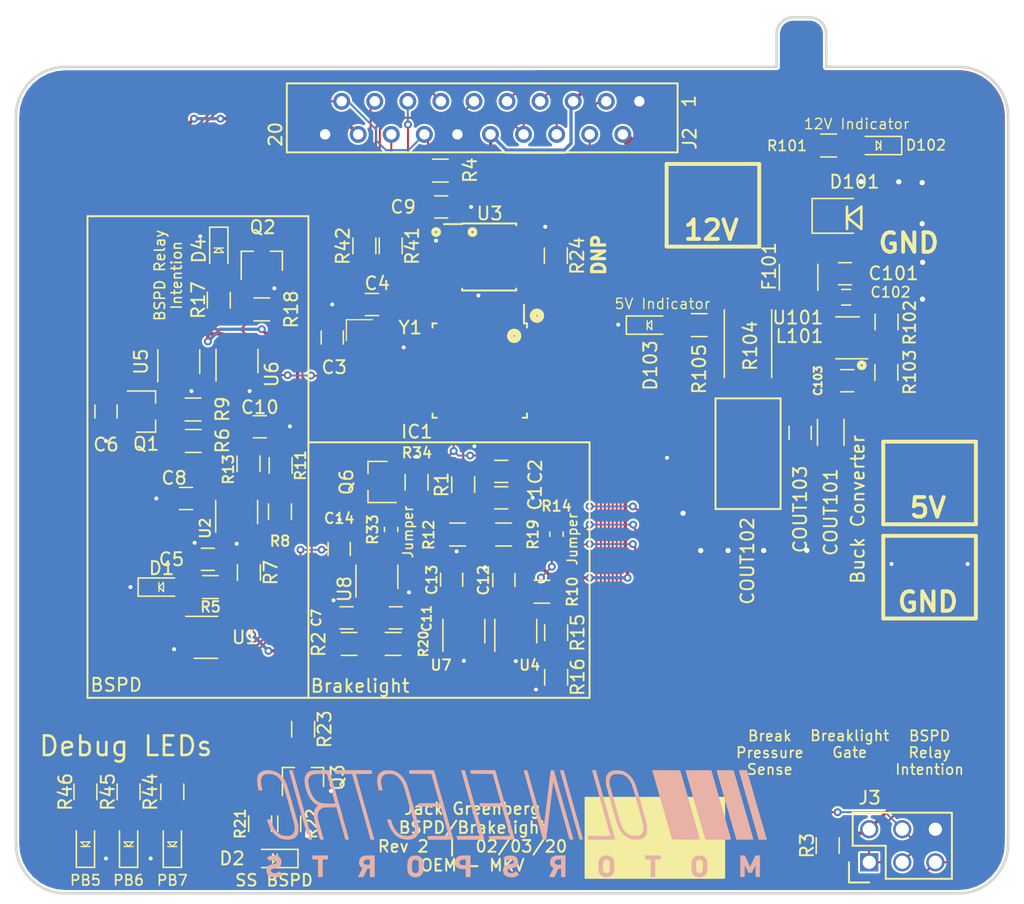
<source format=kicad_pcb>
(kicad_pcb (version 20171130) (host pcbnew 5.1.5-52549c5~84~ubuntu18.04.1)
  (layers (0 F.Cu signal) (31 B.Cu signal) (34 B.Paste user) (35 F.Paste user) (36 B.SilkS user hide) (37 F.SilkS user) (38 B.Mask user) (39 F.Mask user) (44 Edge.Cuts user))
  (net 0 "")
  (net 1 GND)
  (net 2 VCC)
  (net 3 /MISO)
  (net 4 /RXCAN)
  (net 5 /SCK)
  (net 6 "Net-(C5-Pad1)")
  (net 7 "Net-(D1-Pad2)")
  (net 8 +12V)
  (net 9 "Net-(C2-Pad1)")
  (net 10 "Net-(C3-Pad1)")
  (net 11 "Net-(C4-Pad1)")
  (net 12 "Net-(C6-Pad1)")
  (net 13 "Net-(C10-Pad1)")
  (net 14 "Net-(D4-Pad2)")
  (net 15 "Net-(D5-Pad2)")
  (net 16 "Net-(D12-Pad2)")
  (net 17 "Net-(D13-Pad2)")
  (net 18 /MOSI)
  (net 19 "Net-(IC1-Pad3)")
  (net 20 /TXCAN)
  (net 21 "Net-(IC1-Pad8)")
  (net 22 "Net-(IC1-Pad21)")
  (net 23 "Net-(IC1-Pad23)")
  (net 24 "Net-(IC1-Pad24)")
  (net 25 /RESET)
  (net 26 "Net-(Q1-Pad3)")
  (net 27 "Net-(R5-Pad1)")
  (net 28 "Net-(R11-Pad1)")
  (net 29 "Net-(R13-Pad2)")
  (net 30 "Net-(U3-Pad5)")
  (net 31 "Net-(U5-Pad4)")
  (net 32 "Net-(C101-Pad1)")
  (net 33 "Net-(C103-Pad2)")
  (net 34 "Net-(C103-Pad1)")
  (net 35 "Net-(COUT101-Pad1)")
  (net 36 "Net-(D102-Pad2)")
  (net 37 "Net-(D103-Pad2)")
  (net 38 "Net-(R102-Pad1)")
  (net 39 "Net-(R12-Pad1)")
  (net 40 "Net-(R15-Pad2)")
  (net 41 "Net-(R33-Pad2)")
  (net 42 "Net-(IC1-Pad29)")
  (net 43 "Net-(C7-Pad1)")
  (net 44 "Net-(C11-Pad1)")
  (net 45 "Net-(D2-Pad2)")
  (net 46 /DEBUG_LED_1)
  (net 47 /DEBUG_LED_2)
  (net 48 /DEBUG_LED_3)
  (net 49 /BSPD_CURRENT_SENSE)
  (net 50 /BRAKE_PRESSURE_SENSE)
  (net 51 /SHUTDOWN_SENSE_BSPD_PIN)
  (net 52 "Net-(IC1-Pad30)")
  (net 53 /BRAKELIGHT_GATE)
  (net 54 /CAN_HIGH)
  (net 55 /CAN_LOW)
  (net 56 /BRAKELIGHT_LSD)
  (net 57 /RJ45_LED_G)
  (net 58 /BSPD_RELAY_LSD)
  (net 59 /SHUTDOWN_SENSE_BSPD)
  (net 60 "Net-(R2-Pad2)")
  (net 61 "Net-(R20-Pad2)")
  (net 62 "Net-(IC1-Pad32)")
  (net 63 "Net-(R10-Pad2)")
  (net 64 /BSPD_RELAY_INTENTION)
  (net 65 /RJ45_LED_O)
  (net 66 "Net-(IC1-Pad9)")
  (net 67 "Net-(IC1-Pad14)")
  (net 68 "Net-(IC1-Pad15)")
  (net 69 "Net-(IC1-Pad16)")
  (module footprints:Test_Point_SMD (layer F.Cu) (at 267.97 77.851)
    (fp_text reference TP6 hide)
    (fp_text value Test_Point_SMD hide)
    (pad 1 smd rect (at 0 0) (size 4.5 3) (layers F.Cu F.Paste F.Mask) (net 1 GND))
  )
  (module footprints:Test_Point_SMD (layer F.Cu) (at 267.97 70.612)
    (fp_text reference TP5 hide)
    (fp_text value Test_Point_SMD hide)
    (pad 1 smd rect (at 0 0) (size 4.5 3) (layers F.Cu F.Paste F.Mask) (net 2 VCC))
  )
  (module footprints:Test_Point_SMD (layer F.Cu) (at 251.333 49.3014)
    (fp_text reference TP4 hide)
    (fp_text value Test_Point_SMD hide)
    (pad 1 smd rect (at 0 0) (size 4.5 3) (layers F.Cu F.Paste F.Mask) (net 8 +12V))
  )
  (module footprints:Test_Point_SMD (layer F.Cu) (at 267.97 88.6968)
    (fp_text reference TP3 hide)
    (fp_text value Test_Point_SMD hide)
    (pad 1 smd rect (at 0 0) (size 4.5 3) (layers F.Cu F.Paste F.Mask) (net 64 /BSPD_RELAY_INTENTION))
  )
  (module footprints:Test_Point_SMD (layer F.Cu) (at 261.8359 88.646)
    (fp_text reference TP2 hide)
    (fp_text value Test_Point_SMD hide)
    (pad 1 smd rect (at 0 0) (size 4.5 3) (layers F.Cu F.Paste F.Mask) (net 53 /BRAKELIGHT_GATE))
  )
  (module footprints:Test_Point_SMD (layer F.Cu) (at 255.7018 88.6714)
    (fp_text reference TP1 hide)
    (fp_text value Test_Point_SMD hide)
    (pad 1 smd rect (at 0 0) (size 4.5 3) (layers F.Cu F.Paste F.Mask) (net 63 "Net-(R10-Pad2)"))
  )
  (module footprints:R_0805_OEM (layer F.Cu) (at 260.2145 45.7001)
    (fp_text reference R101 (at -3.1919 0.0199) (layer F.SilkS) (effects (font (size 0.8 0.8) (thickness 0.125))))
    (fp_text value R_1K hide)
    (pad 2 smd rect (at 0.95 0) (size 0.7 1.3) (layers F.Cu F.Paste F.Mask) (net 36 "Net-(D102-Pad2)"))
    (pad 1 smd rect (at -0.95 0) (size 0.7 1.3) (layers F.Cu F.Paste F.Mask) (net 32 "Net-(C101-Pad1)"))
  )
  (module footprints:TQFP-32_7x7mm_Pitch0.8mm (layer F.Cu) (at 233.426 62.992 270)
    (fp_text reference IC1 (at 4.699 4.826 180) (layer F.SilkS))
    (fp_text value ATMEGA16M1 hide)
    (pad 1 smd rect (at -4.25 -2.8 270) (size 1.6 0.55) (layers F.Cu F.Paste F.Mask) (net 3 /MISO))
    (pad 2 smd rect (at -4.25 -2 270) (size 1.6 0.55) (layers F.Cu F.Paste F.Mask) (net 18 /MOSI))
    (pad 3 smd rect (at -4.25 -1.2 270) (size 1.6 0.55) (layers F.Cu F.Paste F.Mask) (net 19 "Net-(IC1-Pad3)"))
    (pad 4 smd rect (at -4.25 -0.4 270) (size 1.6 0.55) (layers F.Cu F.Paste F.Mask) (net 2 VCC))
    (pad 5 smd rect (at -4.25 0.4 270) (size 1.6 0.55) (layers F.Cu F.Paste F.Mask) (net 1 GND))
    (pad 6 smd rect (at -4.25 1.2 270) (size 1.6 0.55) (layers F.Cu F.Paste F.Mask) (net 20 /TXCAN))
    (pad 7 smd rect (at -4.25 2 270) (size 1.6 0.55) (layers F.Cu F.Paste F.Mask) (net 4 /RXCAN))
    (pad 8 smd rect (at -4.25 2.8 270) (size 1.6 0.55) (layers F.Cu F.Paste F.Mask) (net 21 "Net-(IC1-Pad8)"))
    (pad 9 smd rect (at -2.8 4.25) (size 1.6 0.55) (layers F.Cu F.Paste F.Mask) (net 66 "Net-(IC1-Pad9)"))
    (pad 10 smd rect (at -2 4.25) (size 1.6 0.55) (layers F.Cu F.Paste F.Mask) (net 11 "Net-(C4-Pad1)"))
    (pad 11 smd rect (at -1.2 4.25) (size 1.6 0.55) (layers F.Cu F.Paste F.Mask) (net 10 "Net-(C3-Pad1)"))
    (pad 12 smd rect (at -0.4 4.25) (size 1.6 0.55) (layers F.Cu F.Paste F.Mask) (net 5 /SCK))
    (pad 13 smd rect (at 0.4 4.25) (size 1.6 0.55) (layers F.Cu F.Paste F.Mask) (net 64 /BSPD_RELAY_INTENTION))
    (pad 14 smd rect (at 1.2 4.25) (size 1.6 0.55) (layers F.Cu F.Paste F.Mask) (net 67 "Net-(IC1-Pad14)"))
    (pad 15 smd rect (at 2 4.25) (size 1.6 0.55) (layers F.Cu F.Paste F.Mask) (net 68 "Net-(IC1-Pad15)"))
    (pad 16 smd rect (at 2.8 4.25) (size 1.6 0.55) (layers F.Cu F.Paste F.Mask) (net 69 "Net-(IC1-Pad16)"))
    (pad 17 smd rect (at 4.25 2.8 270) (size 1.6 0.55) (layers F.Cu F.Paste F.Mask) (net 49 /BSPD_CURRENT_SENSE))
    (pad 18 smd rect (at 4.25 2 270) (size 1.6 0.55) (layers F.Cu F.Paste F.Mask) (net 53 /BRAKELIGHT_GATE))
    (pad 19 smd rect (at 4.25 1.2 270) (size 1.6 0.55) (layers F.Cu F.Paste F.Mask) (net 9 "Net-(C2-Pad1)"))
    (pad 20 smd rect (at 4.25 0.4 270) (size 1.6 0.55) (layers F.Cu F.Paste F.Mask) (net 1 GND))
    (pad 21 smd rect (at 4.25 -0.4 270) (size 1.6 0.55) (layers F.Cu F.Paste F.Mask) (net 22 "Net-(IC1-Pad21)"))
    (pad 22 smd rect (at 4.25 -1.2 270) (size 1.6 0.55) (layers F.Cu F.Paste F.Mask) (net 50 /BRAKE_PRESSURE_SENSE))
    (pad 23 smd rect (at 4.25 -2 270) (size 1.6 0.55) (layers F.Cu F.Paste F.Mask) (net 23 "Net-(IC1-Pad23)"))
    (pad 24 smd rect (at 4.25 -2.8 270) (size 1.6 0.55) (layers F.Cu F.Paste F.Mask) (net 24 "Net-(IC1-Pad24)"))
    (pad 25 smd rect (at 2.8 -4.25) (size 1.6 0.55) (layers F.Cu F.Paste F.Mask) (net 51 /SHUTDOWN_SENSE_BSPD_PIN))
    (pad 26 smd rect (at 2 -4.25) (size 1.6 0.55) (layers F.Cu F.Paste F.Mask) (net 46 /DEBUG_LED_1))
    (pad 27 smd rect (at 1.2 -4.25) (size 1.6 0.55) (layers F.Cu F.Paste F.Mask) (net 47 /DEBUG_LED_2))
    (pad 28 smd rect (at 0.4 -4.25) (size 1.6 0.55) (layers F.Cu F.Paste F.Mask) (net 48 /DEBUG_LED_3))
    (pad 29 smd rect (at -0.4 -4.25) (size 1.6 0.55) (layers F.Cu F.Paste F.Mask) (net 42 "Net-(IC1-Pad29)"))
    (pad 30 smd rect (at -1.2 -4.25) (size 1.6 0.55) (layers F.Cu F.Paste F.Mask) (net 52 "Net-(IC1-Pad30)"))
    (pad 31 smd rect (at -2 -4.25) (size 1.6 0.55) (layers F.Cu F.Paste F.Mask) (net 25 /RESET))
    (pad 32 smd rect (at -2.8 -4.25) (size 1.6 0.55) (layers F.Cu F.Paste F.Mask) (net 62 "Net-(IC1-Pad32)"))
  )
  (module footprints:R_0805_OEM (layer F.Cu) (at 209.8169 95.3618 270)
    (fp_text reference R44 (at 0 1.6775 90) (layer F.SilkS))
    (fp_text value R_200 hide)
    (pad 1 smd rect (at -0.95 0 270) (size 0.7 1.3) (layers F.Cu F.Paste F.Mask) (net 48 /DEBUG_LED_3))
    (pad 2 smd rect (at 0.95 0 270) (size 0.7 1.3) (layers F.Cu F.Paste F.Mask) (net 15 "Net-(D5-Pad2)"))
  )
  (module footprints:SOT-23F (layer F.Cu) (at 219.8494 94.252 90)
    (fp_text reference Q3 (at 0 2.667 90) (layer F.SilkS))
    (fp_text value SSM3K333R hide)
    (pad 1 smd rect (at -1.05 -0.95 90) (size 0.9 0.8) (layers F.Cu F.Paste F.Mask) (net 59 /SHUTDOWN_SENSE_BSPD))
    (pad 2 smd rect (at -1.05 0.95 90) (size 0.9 0.8) (layers F.Cu F.Paste F.Mask) (net 1 GND))
    (pad 3 smd rect (at 1.05 0 90) (size 0.9 0.8) (layers F.Cu F.Paste F.Mask) (net 51 /SHUTDOWN_SENSE_BSPD_PIN))
  )
  (module footprints:R_0805_OEM (layer F.Cu) (at 218.1352 70.2818 90)
    (fp_text reference R11 (at 0 1.524 90) (layer F.SilkS) (effects (font (size 0.8 0.8))))
    (fp_text value R_10K hide)
    (pad 1 smd rect (at -0.95 0 90) (size 0.7 1.3) (layers F.Cu F.Paste F.Mask) (net 28 "Net-(R11-Pad1)"))
    (pad 2 smd rect (at 0.95 0 90) (size 0.7 1.3) (layers F.Cu F.Paste F.Mask) (net 1 GND))
  )
  (module footprints:R_0805_OEM (layer F.Cu) (at 224.565726 53.41734 90)
    (fp_text reference R42 (at 0 -1.65 90) (layer F.SilkS))
    (fp_text value R_200 hide)
    (pad 1 smd rect (at -0.95 0 90) (size 0.7 1.3) (layers F.Cu F.Paste F.Mask) (net 66 "Net-(IC1-Pad9)"))
    (pad 2 smd rect (at 0.95 0 90) (size 0.7 1.3) (layers F.Cu F.Paste F.Mask) (net 65 /RJ45_LED_O))
  )
  (module footprints:R_0805_OEM (layer F.Cu) (at 238.2012 79.9846 180)
    (fp_text reference R10 (at -2.3368 0 270) (layer F.SilkS) (effects (font (size 0.8 0.8))))
    (fp_text value R_10K hide)
    (pad 1 smd rect (at -0.95 0 180) (size 0.7 1.3) (layers F.Cu F.Paste F.Mask) (net 2 VCC))
    (pad 2 smd rect (at 0.95 0 180) (size 0.7 1.3) (layers F.Cu F.Paste F.Mask) (net 63 "Net-(R10-Pad2)"))
  )
  (module footprints:R_0805_OEM (layer F.Cu) (at 228.5746 71.5772 90)
    (fp_text reference R34 (at 2.2606 0.0254 180) (layer F.SilkS) (effects (font (size 0.8 0.8))))
    (fp_text value R_10K hide)
    (pad 1 smd rect (at -0.95 0 90) (size 0.7 1.3) (layers F.Cu F.Paste F.Mask) (net 53 /BRAKELIGHT_GATE))
    (pad 2 smd rect (at 0.95 0 90) (size 0.7 1.3) (layers F.Cu F.Paste F.Mask) (net 1 GND))
  )
  (module footprints:SOT-23-5_OEM (layer F.Cu) (at 212.3948 83.4898)
    (fp_text reference U1 (at 2.9972 0) (layer F.SilkS))
    (fp_text value SN74LVC1G08 hide)
    (pad 1 smd rect (at -1.1 -0.95) (size 1.06 0.65) (layers F.Cu F.Paste F.Mask) (net 49 /BSPD_CURRENT_SENSE))
    (pad 2 smd rect (at -1.1 0) (size 1.06 0.65) (layers F.Cu F.Paste F.Mask) (net 53 /BRAKELIGHT_GATE))
    (pad 3 smd rect (at -1.1 0.95) (size 1.06 0.65) (layers F.Cu F.Paste F.Mask) (net 1 GND))
    (pad 4 smd rect (at 1.1 0.95) (size 1.06 0.65) (layers F.Cu F.Paste F.Mask) (net 27 "Net-(R5-Pad1)"))
    (pad 5 smd rect (at 1.1 -0.95) (size 1.06 0.65) (layers F.Cu F.Paste F.Mask) (net 2 VCC))
  )
  (module footprints:R_0805_OEM (layer F.Cu) (at 232.156 71.755 90)
    (fp_text reference R1 (at 0 -1.65 90) (layer F.SilkS))
    (fp_text value R_100 hide)
    (pad 1 smd rect (at -0.95 0 90) (size 0.7 1.3) (layers F.Cu F.Paste F.Mask) (net 2 VCC))
    (pad 2 smd rect (at 0.95 0 90) (size 0.7 1.3) (layers F.Cu F.Paste F.Mask) (net 9 "Net-(C2-Pad1)"))
  )
  (module footprints:LED_0805_OEM (layer F.Cu) (at 213.3854 53.7718 270)
    (fp_text reference D4 (at 0 1.524 90) (layer F.SilkS))
    (fp_text value LED_0805 hide)
    (pad 2 smd rect (at 1.1 0 90) (size 1.2 1.2) (layers F.Cu F.Paste F.Mask) (net 14 "Net-(D4-Pad2)"))
    (pad 1 smd rect (at -1.1 0 90) (size 1.2 1.2) (layers F.Cu F.Paste F.Mask) (net 1 GND))
  )
  (module footprints:SOT-23-5_OEM (layer F.Cu) (at 214.757 73.8632 90)
    (fp_text reference U2 (at -1.2446 -2.413 90) (layer F.SilkS) (effects (font (size 0.8 0.8))))
    (fp_text value MCP6001 hide)
    (pad 1 smd rect (at -1.1 -0.95 90) (size 1.06 0.65) (layers F.Cu F.Paste F.Mask) (net 29 "Net-(R13-Pad2)"))
    (pad 2 smd rect (at -1.1 0 90) (size 1.06 0.65) (layers F.Cu F.Paste F.Mask) (net 1 GND))
    (pad 3 smd rect (at -1.1 0.95 90) (size 1.06 0.65) (layers F.Cu F.Paste F.Mask) (net 6 "Net-(C5-Pad1)"))
    (pad 4 smd rect (at 1.1 0.95 90) (size 1.06 0.65) (layers F.Cu F.Paste F.Mask) (net 28 "Net-(R11-Pad1)"))
    (pad 5 smd rect (at 1.1 -0.95 90) (size 1.06 0.65) (layers F.Cu F.Paste F.Mask) (net 2 VCC))
  )
  (module footprints:C_0805_OEM (layer F.Cu) (at 212.5472 77.4954 180)
    (fp_text reference C5 (at 2.794 0) (layer F.SilkS))
    (fp_text value C_10uF hide)
    (pad 1 smd rect (at -1 0 180) (size 1 1.25) (layers F.Cu F.Paste F.Mask) (net 6 "Net-(C5-Pad1)"))
    (pad 2 smd rect (at 1 0 180) (size 1 1.25) (layers F.Cu F.Paste F.Mask) (net 1 GND))
  )
  (module footprints:Crystal_SMD_FA238 (layer F.Cu) (at 225.183143 60.684161)
    (fp_text reference Y1 (at 2.908857 -0.994161 180) (layer F.SilkS))
    (fp_text value Crystal_SMD hide)
    (pad 1 smd rect (at -1.1 0.8) (size 1.4 1.2) (layers F.Cu F.Mask) (net 10 "Net-(C3-Pad1)"))
    (pad 2 smd rect (at 1.1 0.8) (size 1.4 1.2) (layers F.Cu F.Mask) (net 1 GND))
    (pad 3 smd rect (at 1.1 -0.8) (size 1.4 1.2) (layers F.Cu F.Mask) (net 11 "Net-(C4-Pad1)"))
    (pad 4 smd rect (at -1.1 -0.8) (size 1.4 1.2) (layers F.Cu F.Mask) (net 1 GND))
  )
  (module footprints:R_0805_OEM (layer F.Cu) (at 212.7504 79.629 180)
    (fp_text reference R5 (at 0 -1.524) (layer F.SilkS) (effects (font (size 0.8 0.8))))
    (fp_text value R_200 hide)
    (pad 1 smd rect (at -0.95 0 180) (size 0.7 1.3) (layers F.Cu F.Paste F.Mask) (net 27 "Net-(R5-Pad1)"))
    (pad 2 smd rect (at 0.95 0 180) (size 0.7 1.3) (layers F.Cu F.Paste F.Mask) (net 7 "Net-(D1-Pad2)"))
  )
  (module footprints:C_0805_OEM (layer F.Cu) (at 230.4636 50.419)
    (fp_text reference C9 (at -2.921 0) (layer F.SilkS))
    (fp_text value C_0.1uF hide)
    (pad 1 smd rect (at -1 0) (size 1 1.25) (layers F.Cu F.Paste F.Mask) (net 2 VCC))
    (pad 2 smd rect (at 1 0) (size 1 1.25) (layers F.Cu F.Paste F.Mask) (net 1 GND))
  )
  (module footprints:SOT-23-5_OEM (layer F.Cu) (at 214.7824 62.2554 90)
    (fp_text reference U6 (at -1.016 2.667 90) (layer F.SilkS))
    (fp_text value SN74LVC1G02 hide)
    (pad 1 smd rect (at -1.1 -0.95 90) (size 1.06 0.65) (layers F.Cu F.Paste F.Mask) (net 13 "Net-(C10-Pad1)"))
    (pad 2 smd rect (at -1.1 0 90) (size 1.06 0.65) (layers F.Cu F.Paste F.Mask) (net 31 "Net-(U5-Pad4)"))
    (pad 3 smd rect (at -1.1 0.95 90) (size 1.06 0.65) (layers F.Cu F.Paste F.Mask) (net 1 GND))
    (pad 4 smd rect (at 1.1 0.95 90) (size 1.06 0.65) (layers F.Cu F.Paste F.Mask) (net 64 /BSPD_RELAY_INTENTION))
    (pad 5 smd rect (at 1.1 -0.95 90) (size 1.06 0.65) (layers F.Cu F.Paste F.Mask) (net 2 VCC))
  )
  (module footprints:R_0805_OEM (layer F.Cu) (at 206.458 95.3618 270)
    (fp_text reference R45 (at 0 1.5877 90) (layer F.SilkS))
    (fp_text value R_200 hide)
    (pad 1 smd rect (at -0.95 0 270) (size 0.7 1.3) (layers F.Cu F.Paste F.Mask) (net 47 /DEBUG_LED_2))
    (pad 2 smd rect (at 0.95 0 270) (size 0.7 1.3) (layers F.Cu F.Paste F.Mask) (net 16 "Net-(D12-Pad2)"))
  )
  (module footprints:R_0805_OEM (layer F.Cu) (at 218.0844 73.8378 90)
    (fp_text reference R8 (at -2.2606 0 180) (layer F.SilkS) (effects (font (size 0.8 0.8))))
    (fp_text value R_10K hide)
    (pad 1 smd rect (at -0.95 0 90) (size 0.7 1.3) (layers F.Cu F.Paste F.Mask) (net 2 VCC))
    (pad 2 smd rect (at 0.95 0 90) (size 0.7 1.3) (layers F.Cu F.Paste F.Mask) (net 28 "Net-(R11-Pad1)"))
  )
  (module footprints:R_0805_OEM (layer F.Cu) (at 218.7956 97.8154 90)
    (fp_text reference R22 (at 0 1.7272 90) (layer F.SilkS) (effects (font (size 0.8 0.8))))
    (fp_text value R_100K hide)
    (pad 1 smd rect (at -0.95 0 90) (size 0.7 1.3) (layers F.Cu F.Paste F.Mask) (net 1 GND))
    (pad 2 smd rect (at 0.95 0 90) (size 0.7 1.3) (layers F.Cu F.Paste F.Mask) (net 59 /SHUTDOWN_SENSE_BSPD))
  )
  (module footprints:SOT-23-5_OEM (layer F.Cu) (at 236.1946 83.0072 90)
    (fp_text reference U4 (at -2.6162 1.0668) (layer F.SilkS) (effects (font (size 0.8 0.8))))
    (fp_text value MCP6001 hide)
    (pad 1 smd rect (at -1.1 -0.95 90) (size 1.06 0.65) (layers F.Cu F.Paste F.Mask) (net 60 "Net-(R2-Pad2)"))
    (pad 2 smd rect (at -1.1 0 90) (size 1.06 0.65) (layers F.Cu F.Paste F.Mask) (net 1 GND))
    (pad 3 smd rect (at -1.1 0.95 90) (size 1.06 0.65) (layers F.Cu F.Paste F.Mask) (net 40 "Net-(R15-Pad2)"))
    (pad 4 smd rect (at 1.1 0.95 90) (size 1.06 0.65) (layers F.Cu F.Paste F.Mask) (net 63 "Net-(R10-Pad2)"))
    (pad 5 smd rect (at 1.1 -0.95 90) (size 1.06 0.65) (layers F.Cu F.Paste F.Mask) (net 2 VCC))
  )
  (module footprints:R_0805_OEM (layer F.Cu) (at 239.2934 86.5632 270)
    (fp_text reference R16 (at -0.0254 -1.651 270) (layer F.SilkS))
    (fp_text value R_1K hide)
    (pad 1 smd rect (at -0.95 0 270) (size 0.7 1.3) (layers F.Cu F.Paste F.Mask) (net 40 "Net-(R15-Pad2)"))
    (pad 2 smd rect (at 0.95 0 270) (size 0.7 1.3) (layers F.Cu F.Paste F.Mask) (net 1 GND))
  )
  (module footprints:R_0805_OEM (layer F.Cu) (at 226.7712 83.9978)
    (fp_text reference R20 (at 2.3368 0 90) (layer F.SilkS) (effects (font (size 0.7 0.7))))
    (fp_text value R_10K hide)
    (pad 1 smd rect (at -0.95 0) (size 0.7 1.3) (layers F.Cu F.Paste F.Mask) (net 44 "Net-(C11-Pad1)"))
    (pad 2 smd rect (at 0.95 0) (size 0.7 1.3) (layers F.Cu F.Paste F.Mask) (net 61 "Net-(R20-Pad2)"))
  )
  (module footprints:C_0805_OEM (layer F.Cu) (at 216.535 67.31)
    (fp_text reference C10 (at 0 -1.5) (layer F.SilkS))
    (fp_text value C_1uF hide)
    (pad 1 smd rect (at -1 0) (size 1 1.25) (layers F.Cu F.Paste F.Mask) (net 13 "Net-(C10-Pad1)"))
    (pad 2 smd rect (at 1 0) (size 1 1.25) (layers F.Cu F.Paste F.Mask) (net 1 GND))
  )
  (module footprints:C_0805_OEM (layer F.Cu) (at 235.077 70.739)
    (fp_text reference C2 (at 2.6162 0.0254 90) (layer F.SilkS))
    (fp_text value C_100pF hide)
    (pad 1 smd rect (at -1 0) (size 1 1.25) (layers F.Cu F.Paste F.Mask) (net 9 "Net-(C2-Pad1)"))
    (pad 2 smd rect (at 1 0) (size 1 1.25) (layers F.Cu F.Paste F.Mask) (net 1 GND))
  )
  (module footprints:LED_0805_OEM (layer F.Cu) (at 209.8169 99.3623 90)
    (fp_text reference D5 hide)
    (fp_text value LED_0805 hide)
    (pad 2 smd rect (at 1.1 0 270) (size 1.2 1.2) (layers F.Cu F.Paste F.Mask) (net 15 "Net-(D5-Pad2)"))
    (pad 1 smd rect (at -1.1 0 270) (size 1.2 1.2) (layers F.Cu F.Paste F.Mask) (net 1 GND))
  )
  (module footprints:LED_0805_OEM (layer F.Cu) (at 208.9912 79.629)
    (fp_text reference D1 (at 0 -1.45) (layer F.SilkS))
    (fp_text value LED_0805 hide)
    (pad 2 smd rect (at 1.1 0 180) (size 1.2 1.2) (layers F.Cu F.Paste F.Mask) (net 7 "Net-(D1-Pad2)"))
    (pad 1 smd rect (at -1.1 0 180) (size 1.2 1.2) (layers F.Cu F.Paste F.Mask) (net 1 GND))
  )
  (module footprints:SOT-23F (layer F.Cu) (at 216.6874 54.5846 90)
    (fp_text reference Q2 (at 2.6035 0.0635 180) (layer F.SilkS))
    (fp_text value SSM3K333R hide)
    (pad 1 smd rect (at -1.05 -0.95 90) (size 0.9 0.8) (layers F.Cu F.Paste F.Mask) (net 64 /BSPD_RELAY_INTENTION))
    (pad 2 smd rect (at -1.05 0.95 90) (size 0.9 0.8) (layers F.Cu F.Paste F.Mask) (net 1 GND))
    (pad 3 smd rect (at 1.05 0 90) (size 0.9 0.8) (layers F.Cu F.Paste F.Mask) (net 58 /BSPD_RELAY_LSD))
  )
  (module footprints:C_0805_OEM (layer F.Cu) (at 225.148343 57.915561 180)
    (fp_text reference C4 (at -0.403657 1.6256) (layer F.SilkS))
    (fp_text value C_30pF hide)
    (pad 1 smd rect (at -1 0 180) (size 1 1.25) (layers F.Cu F.Paste F.Mask) (net 11 "Net-(C4-Pad1)"))
    (pad 2 smd rect (at 1 0 180) (size 1 1.25) (layers F.Cu F.Paste F.Mask) (net 1 GND))
  )
  (module footprints:C_0805_OEM (layer F.Cu) (at 223.1898 81.9912 180)
    (fp_text reference C7 (at 2.3114 0 90) (layer F.SilkS) (effects (font (size 0.7 0.7))))
    (fp_text value C_1uF hide)
    (pad 1 smd rect (at -1 0 180) (size 1 1.25) (layers F.Cu F.Paste F.Mask) (net 43 "Net-(C7-Pad1)"))
    (pad 2 smd rect (at 1 0 180) (size 1 1.25) (layers F.Cu F.Paste F.Mask) (net 1 GND))
  )
  (module footprints:SOT-23F (layer F.Cu) (at 207.772 66.1416)
    (fp_text reference Q1 (at 0.0254 2.4892) (layer F.SilkS))
    (fp_text value SSM3K333R hide)
    (pad 1 smd rect (at -1.05 -0.95) (size 0.9 0.8) (layers F.Cu F.Paste F.Mask) (net 12 "Net-(C6-Pad1)"))
    (pad 2 smd rect (at -1.05 0.95) (size 0.9 0.8) (layers F.Cu F.Paste F.Mask) (net 1 GND))
    (pad 3 smd rect (at 1.05 0) (size 0.9 0.8) (layers F.Cu F.Paste F.Mask) (net 26 "Net-(Q1-Pad3)"))
  )
  (module footprints:LED_0805_OEM (layer F.Cu) (at 217.6702 100.4824 180)
    (fp_text reference D2 (at 3.2688 0) (layer F.SilkS))
    (fp_text value LED_0805 hide)
    (pad 2 smd rect (at 1.1 0) (size 1.2 1.2) (layers F.Cu F.Paste F.Mask) (net 45 "Net-(D2-Pad2)"))
    (pad 1 smd rect (at -1.1 0) (size 1.2 1.2) (layers F.Cu F.Paste F.Mask) (net 1 GND))
  )
  (module footprints:R_0805_OEM (layer F.Cu) (at 211.4296 68.4022 180)
    (fp_text reference R6 (at -2.2352 0.0254 90) (layer F.SilkS))
    (fp_text value R_10K hide)
    (pad 1 smd rect (at -0.95 0 180) (size 0.7 1.3) (layers F.Cu F.Paste F.Mask) (net 2 VCC))
    (pad 2 smd rect (at 0.95 0 180) (size 0.7 1.3) (layers F.Cu F.Paste F.Mask) (net 12 "Net-(C6-Pad1)"))
  )
  (module footprints:R_0805_OEM (layer F.Cu) (at 260.1468 99.4918 270)
    (fp_text reference R3 (at 0 1.5875 90) (layer F.SilkS))
    (fp_text value R_10k hide)
    (pad 1 smd rect (at -0.95 0 270) (size 0.7 1.3) (layers F.Cu F.Paste F.Mask) (net 2 VCC))
    (pad 2 smd rect (at 0.95 0 270) (size 0.7 1.3) (layers F.Cu F.Paste F.Mask) (net 25 /RESET))
  )
  (module footprints:R_0805_OEM (layer F.Cu) (at 230.4034 47.625 180)
    (fp_text reference R4 (at -2.286 0.0254 90) (layer F.SilkS))
    (fp_text value R_100K hide)
    (pad 1 smd rect (at -0.95 0 180) (size 0.7 1.3) (layers F.Cu F.Paste F.Mask) (net 1 GND))
    (pad 2 smd rect (at 0.95 0 180) (size 0.7 1.3) (layers F.Cu F.Paste F.Mask) (net 49 /BSPD_CURRENT_SENSE))
  )
  (module footprints:SOIC-8_3.9x4.9mm_Pitch1.27mm_OEM (layer F.Cu) (at 234.150784 54.263916)
    (fp_text reference U3 (at 0.037216 -3.336916) (layer F.SilkS))
    (fp_text value CAN_Transceiver hide)
    (pad 1 smd rect (at -2.7 -1.905) (size 1.55 0.6) (layers F.Cu F.Paste F.Mask) (net 20 /TXCAN))
    (pad 2 smd rect (at -2.7 -0.635) (size 1.55 0.6) (layers F.Cu F.Paste F.Mask) (net 1 GND))
    (pad 3 smd rect (at -2.7 0.635) (size 1.55 0.6) (layers F.Cu F.Paste F.Mask) (net 2 VCC))
    (pad 4 smd rect (at -2.7 1.905) (size 1.55 0.6) (layers F.Cu F.Paste F.Mask) (net 4 /RXCAN))
    (pad 5 smd rect (at 2.7 1.905) (size 1.55 0.6) (layers F.Cu F.Paste F.Mask) (net 30 "Net-(U3-Pad5)"))
    (pad 6 smd rect (at 2.7 0.635) (size 1.55 0.6) (layers F.Cu F.Paste F.Mask) (net 55 /CAN_LOW))
    (pad 7 smd rect (at 2.7 -0.635) (size 1.55 0.6) (layers F.Cu F.Paste F.Mask) (net 54 /CAN_HIGH))
    (pad 8 smd rect (at 2.7 -1.905) (size 1.55 0.6) (layers F.Cu F.Paste F.Mask) (net 1 GND))
  )
  (module footprints:R_0805_OEM (layer F.Cu) (at 215.6714 70.1548 270)
    (fp_text reference R13 (at 0.4318 1.5494 90) (layer F.SilkS) (effects (font (size 0.8 0.8))))
    (fp_text value R_10K hide)
    (pad 1 smd rect (at -0.95 0 270) (size 0.7 1.3) (layers F.Cu F.Paste F.Mask) (net 13 "Net-(C10-Pad1)"))
    (pad 2 smd rect (at 0.95 0 270) (size 0.7 1.3) (layers F.Cu F.Paste F.Mask) (net 29 "Net-(R13-Pad2)"))
  )
  (module footprints:C_0805_OEM (layer F.Cu) (at 222.631 76.708 90)
    (fp_text reference C14 (at 2.3622 0) (layer F.SilkS) (effects (font (size 0.8 0.8))))
    (fp_text value C_0.1uF hide)
    (pad 1 smd rect (at -1 0 90) (size 1 1.25) (layers F.Cu F.Paste F.Mask) (net 2 VCC))
    (pad 2 smd rect (at 1 0 90) (size 1 1.25) (layers F.Cu F.Paste F.Mask) (net 1 GND))
  )
  (module footprints:R_0805_OEM (layer F.Cu) (at 215.6968 78.5114 90)
    (fp_text reference R7 (at 0 1.6764 90) (layer F.SilkS))
    (fp_text value R_71.5K hide)
    (pad 1 smd rect (at -0.95 0 90) (size 0.7 1.3) (layers F.Cu F.Paste F.Mask) (net 27 "Net-(R5-Pad1)"))
    (pad 2 smd rect (at 0.95 0 90) (size 0.7 1.3) (layers F.Cu F.Paste F.Mask) (net 6 "Net-(C5-Pad1)"))
  )
  (module footprints:SOT-23-5_OEM (layer F.Cu) (at 225.5266 78.8416 90)
    (fp_text reference U8 (at -0.9398 -2.4892 90) (layer F.SilkS))
    (fp_text value SN74LVC1G32 hide)
    (pad 1 smd rect (at -1.1 -0.95 90) (size 1.06 0.65) (layers F.Cu F.Paste F.Mask) (net 43 "Net-(C7-Pad1)"))
    (pad 2 smd rect (at -1.1 0 90) (size 1.06 0.65) (layers F.Cu F.Paste F.Mask) (net 44 "Net-(C11-Pad1)"))
    (pad 3 smd rect (at -1.1 0.95 90) (size 1.06 0.65) (layers F.Cu F.Paste F.Mask) (net 1 GND))
    (pad 4 smd rect (at 1.1 0.95 90) (size 1.06 0.65) (layers F.Cu F.Paste F.Mask) (net 41 "Net-(R33-Pad2)"))
    (pad 5 smd rect (at 1.1 -0.95 90) (size 1.06 0.65) (layers F.Cu F.Paste F.Mask) (net 2 VCC))
  )
  (module footprints:R_0805_OEM (layer F.Cu) (at 239.2934 83.1342 270)
    (fp_text reference R15 (at 0 -1.65 90) (layer F.SilkS))
    (fp_text value R_10K hide)
    (pad 1 smd rect (at -0.95 0 270) (size 0.7 1.3) (layers F.Cu F.Paste F.Mask) (net 2 VCC))
    (pad 2 smd rect (at 0.95 0 270) (size 0.7 1.3) (layers F.Cu F.Paste F.Mask) (net 40 "Net-(R15-Pad2)"))
  )
  (module footprints:SOT-23F (layer F.Cu) (at 225.6028 71.5518 180)
    (fp_text reference Q6 (at 2.413 0 90) (layer F.SilkS))
    (fp_text value SSM3K333R hide)
    (pad 1 smd rect (at -1.05 -0.95 180) (size 0.9 0.8) (layers F.Cu F.Paste F.Mask) (net 53 /BRAKELIGHT_GATE))
    (pad 2 smd rect (at -1.05 0.95 180) (size 0.9 0.8) (layers F.Cu F.Paste F.Mask) (net 1 GND))
    (pad 3 smd rect (at 1.05 0 180) (size 0.9 0.8) (layers F.Cu F.Paste F.Mask) (net 56 /BRAKELIGHT_LSD))
  )
  (module footprints:R_0805_OEM (layer F.Cu) (at 216.5604 97.8154 270)
    (fp_text reference R21 (at 0 1.524 270) (layer F.SilkS) (effects (font (size 0.8 0.8))))
    (fp_text value R_10K hide)
    (pad 1 smd rect (at -0.95 0 270) (size 0.7 1.3) (layers F.Cu F.Paste F.Mask) (net 59 /SHUTDOWN_SENSE_BSPD))
    (pad 2 smd rect (at 0.95 0 270) (size 0.7 1.3) (layers F.Cu F.Paste F.Mask) (net 45 "Net-(D2-Pad2)"))
  )
  (module footprints:R_0805_OEM (layer F.Cu) (at 216.6874 58.293)
    (fp_text reference R18 (at 2.2606 0 270) (layer F.SilkS))
    (fp_text value R_10K hide)
    (pad 1 smd rect (at -0.95 0) (size 0.7 1.3) (layers F.Cu F.Paste F.Mask) (net 64 /BSPD_RELAY_INTENTION))
    (pad 2 smd rect (at 0.95 0) (size 0.7 1.3) (layers F.Cu F.Paste F.Mask) (net 1 GND))
  )
  (module footprints:R_0805_OEM (layer F.Cu) (at 213.3854 57.5818 90)
    (fp_text reference R17 (at 0.0025 -1.5748 90) (layer F.SilkS))
    (fp_text value R_200 hide)
    (pad 1 smd rect (at -0.95 0 90) (size 0.7 1.3) (layers F.Cu F.Paste F.Mask) (net 64 /BSPD_RELAY_INTENTION))
    (pad 2 smd rect (at 0.95 0 90) (size 0.7 1.3) (layers F.Cu F.Paste F.Mask) (net 14 "Net-(D4-Pad2)"))
  )
  (module footprints:SOT-23-5_OEM (layer F.Cu) (at 232.2068 83.0072 90)
    (fp_text reference U7 (at -2.6162 -1.7526) (layer F.SilkS) (effects (font (size 0.8 0.8))))
    (fp_text value MCP6001 hide)
    (pad 1 smd rect (at -1.1 -0.95 90) (size 1.06 0.65) (layers F.Cu F.Paste F.Mask) (net 61 "Net-(R20-Pad2)"))
    (pad 2 smd rect (at -1.1 0 90) (size 1.06 0.65) (layers F.Cu F.Paste F.Mask) (net 1 GND))
    (pad 3 smd rect (at -1.1 0.95 90) (size 1.06 0.65) (layers F.Cu F.Paste F.Mask) (net 63 "Net-(R10-Pad2)"))
    (pad 4 smd rect (at 1.1 0.95 90) (size 1.06 0.65) (layers F.Cu F.Paste F.Mask) (net 39 "Net-(R12-Pad1)"))
    (pad 5 smd rect (at 1.1 -0.95 90) (size 1.06 0.65) (layers F.Cu F.Paste F.Mask) (net 2 VCC))
  )
  (module footprints:R_0805_OEM (layer F.Cu) (at 235.2548 75.5904 180)
    (fp_text reference R19 (at -2.2606 0 90) (layer F.SilkS) (effects (font (size 0.8 0.8))))
    (fp_text value R_499 hide)
    (pad 1 smd rect (at -0.95 0 180) (size 0.7 1.3) (layers F.Cu F.Paste F.Mask) (net 1 GND))
    (pad 2 smd rect (at 0.95 0 180) (size 0.7 1.3) (layers F.Cu F.Paste F.Mask) (net 39 "Net-(R12-Pad1)"))
  )
  (module footprints:R_0805_OEM (layer F.Cu) (at 211.4042 65.98412)
    (fp_text reference R9 (at 2.2606 -0.02032 90) (layer F.SilkS))
    (fp_text value R_100K hide)
    (pad 1 smd rect (at -0.95 0) (size 0.7 1.3) (layers F.Cu F.Paste F.Mask) (net 26 "Net-(Q1-Pad3)"))
    (pad 2 smd rect (at 0.95 0) (size 0.7 1.3) (layers F.Cu F.Paste F.Mask) (net 2 VCC))
  )
  (module footprints:C_0805_OEM (layer F.Cu) (at 235.077 72.771)
    (fp_text reference C1 (at 2.5908 0 90) (layer F.SilkS))
    (fp_text value C_0.1uF hide)
    (pad 1 smd rect (at -1 0) (size 1 1.25) (layers F.Cu F.Paste F.Mask) (net 2 VCC))
    (pad 2 smd rect (at 1 0) (size 1 1.25) (layers F.Cu F.Paste F.Mask) (net 1 GND))
  )
  (module footprints:C_0805_OEM (layer F.Cu) (at 231.267 79.0608 90)
    (fp_text reference C13 (at -0.016 -1.524 270) (layer F.SilkS) (effects (font (size 0.8 0.8))))
    (fp_text value C_0.1uF hide)
    (pad 1 smd rect (at -1 0 90) (size 1 1.25) (layers F.Cu F.Paste F.Mask) (net 2 VCC))
    (pad 2 smd rect (at 1 0 90) (size 1 1.25) (layers F.Cu F.Paste F.Mask) (net 1 GND))
  )
  (module footprints:R_0805_OEM (layer F.Cu) (at 226.586284 53.410268 270)
    (fp_text reference R41 (at 0 -1.65 90) (layer F.SilkS))
    (fp_text value R_200 hide)
    (pad 1 smd rect (at -0.95 0 270) (size 0.7 1.3) (layers F.Cu F.Paste F.Mask) (net 57 /RJ45_LED_G))
    (pad 2 smd rect (at 0.95 0 270) (size 0.7 1.3) (layers F.Cu F.Paste F.Mask) (net 21 "Net-(IC1-Pad8)"))
  )
  (module footprints:C_0805_OEM (layer F.Cu) (at 235.2802 79.0862 90)
    (fp_text reference C12 (at -0.0254 -1.5748 270) (layer F.SilkS) (effects (font (size 0.8 0.8))))
    (fp_text value C_0.1uF hide)
    (pad 1 smd rect (at -1 0 90) (size 1 1.25) (layers F.Cu F.Paste F.Mask) (net 2 VCC))
    (pad 2 smd rect (at 1 0 90) (size 1 1.25) (layers F.Cu F.Paste F.Mask) (net 1 GND))
  )
  (module footprints:C_0805_OEM (layer F.Cu) (at 204.724 66.1416 270)
    (fp_text reference C6 (at 2.54 0 180) (layer F.SilkS))
    (fp_text value C_0.1uF hide)
    (pad 1 smd rect (at -1 0 270) (size 1 1.25) (layers F.Cu F.Paste F.Mask) (net 12 "Net-(C6-Pad1)"))
    (pad 2 smd rect (at 1 0 270) (size 1 1.25) (layers F.Cu F.Paste F.Mask) (net 1 GND))
  )
  (module footprints:R_0805_OEM (layer F.Cu) (at 239.268 54.168 270)
    (fp_text reference R24 (at 0 -1.65 90) (layer F.SilkS))
    (fp_text value R_120_DNP hide)
    (pad 1 smd rect (at -0.95 0 270) (size 0.7 1.3) (layers F.Cu F.Paste F.Mask) (net 54 /CAN_HIGH))
    (pad 2 smd rect (at 0.95 0 270) (size 0.7 1.3) (layers F.Cu F.Paste F.Mask) (net 55 /CAN_LOW))
  )
  (module footprints:R_0805_OEM (layer F.Cu) (at 223.393 83.9978 180)
    (fp_text reference R2 (at 2.3368 -0.0254 90) (layer F.SilkS))
    (fp_text value R_10K hide)
    (pad 1 smd rect (at -0.95 0 180) (size 0.7 1.3) (layers F.Cu F.Paste F.Mask) (net 43 "Net-(C7-Pad1)"))
    (pad 2 smd rect (at 0.95 0 180) (size 0.7 1.3) (layers F.Cu F.Paste F.Mask) (net 60 "Net-(R2-Pad2)"))
  )
  (module footprints:R_0805_OEM (layer F.Cu) (at 203.1445 95.3618 270)
    (fp_text reference R46 (at 0 1.5393 90) (layer F.SilkS))
    (fp_text value R_200 hide)
    (pad 1 smd rect (at -0.95 0 270) (size 0.7 1.3) (layers F.Cu F.Paste F.Mask) (net 46 /DEBUG_LED_1))
    (pad 2 smd rect (at 0.95 0 270) (size 0.7 1.3) (layers F.Cu F.Paste F.Mask) (net 17 "Net-(D13-Pad2)"))
  )
  (module footprints:LED_0805_OEM (layer F.Cu) (at 203.1445 99.3623 90)
    (fp_text reference D13 hide)
    (fp_text value LED_0805 hide)
    (pad 2 smd rect (at 1.1 0 270) (size 1.2 1.2) (layers F.Cu F.Paste F.Mask) (net 17 "Net-(D13-Pad2)"))
    (pad 1 smd rect (at -1.1 0 270) (size 1.2 1.2) (layers F.Cu F.Paste F.Mask) (net 1 GND))
  )
  (module footprints:SOT-23-5_OEM (layer F.Cu) (at 210.312 62.3062 90)
    (fp_text reference U5 (at 0 -2.9 90) (layer F.SilkS))
    (fp_text value SN74LVC1G02 hide)
    (pad 1 smd rect (at -1.1 -0.95 90) (size 1.06 0.65) (layers F.Cu F.Paste F.Mask) (net 64 /BSPD_RELAY_INTENTION))
    (pad 2 smd rect (at -1.1 0 90) (size 1.06 0.65) (layers F.Cu F.Paste F.Mask) (net 26 "Net-(Q1-Pad3)"))
    (pad 3 smd rect (at -1.1 0.95 90) (size 1.06 0.65) (layers F.Cu F.Paste F.Mask) (net 1 GND))
    (pad 4 smd rect (at 1.1 0.95 90) (size 1.06 0.65) (layers F.Cu F.Paste F.Mask) (net 31 "Net-(U5-Pad4)"))
    (pad 5 smd rect (at 1.1 -0.95 90) (size 1.06 0.65) (layers F.Cu F.Paste F.Mask) (net 2 VCC))
  )
  (module footprints:C_0805_OEM (layer F.Cu) (at 222.0976 60.452 90)
    (fp_text reference C3 (at -2.286 0.1524 180) (layer F.SilkS))
    (fp_text value C_30pF hide)
    (pad 1 smd rect (at -1 0 90) (size 1 1.25) (layers F.Cu F.Paste F.Mask) (net 10 "Net-(C3-Pad1)"))
    (pad 2 smd rect (at 1 0 90) (size 1 1.25) (layers F.Cu F.Paste F.Mask) (net 1 GND))
  )
  (module footprints:R_0805_OEM (layer F.Cu) (at 219.8624 90.551 270)
    (fp_text reference R23 (at 0 -1.65 90) (layer F.SilkS))
    (fp_text value R_10K hide)
    (pad 1 smd rect (at -0.95 0 270) (size 0.7 1.3) (layers F.Cu F.Paste F.Mask) (net 2 VCC))
    (pad 2 smd rect (at 0.95 0 270) (size 0.7 1.3) (layers F.Cu F.Paste F.Mask) (net 51 /SHUTDOWN_SENSE_BSPD_PIN))
  )
  (module footprints:R_0603_1608Metric (layer F.Cu) (at 226.6188 75.2095 270)
    (fp_text reference R33 (at -0.0001 1.4224 90) (layer F.SilkS) (effects (font (size 0.8 0.8))))
    (fp_text value R_0 hide)
    (pad 1 smd roundrect (at -0.7875 0 270) (size 0.875 0.95) (layers F.Cu F.Paste F.Mask) (net 53 /BRAKELIGHT_GATE))
    (pad 2 smd roundrect (at 0.7875 0 270) (size 0.875 0.95) (layers F.Cu F.Paste F.Mask) (net 41 "Net-(R33-Pad2)"))
  )
  (module footprints:R_0805_OEM (layer F.Cu) (at 231.7242 75.5904 180)
    (fp_text reference R12 (at 2.2098 -0.0254 270) (layer F.SilkS) (effects (font (size 0.8 0.8))))
    (fp_text value R_2.2K hide)
    (pad 1 smd rect (at -0.95 0 180) (size 0.7 1.3) (layers F.Cu F.Paste F.Mask) (net 39 "Net-(R12-Pad1)"))
    (pad 2 smd rect (at 0.95 0 180) (size 0.7 1.3) (layers F.Cu F.Paste F.Mask) (net 2 VCC))
  )
  (module footprints:C_0805_OEM (layer F.Cu) (at 226.9744 81.9912)
    (fp_text reference C11 (at 2.378 0.05 270) (layer F.SilkS) (effects (font (size 0.7 0.7))))
    (fp_text value C_1uF hide)
    (pad 1 smd rect (at -1 0) (size 1 1.25) (layers F.Cu F.Paste F.Mask) (net 44 "Net-(C11-Pad1)"))
    (pad 2 smd rect (at 1 0) (size 1 1.25) (layers F.Cu F.Paste F.Mask) (net 1 GND))
  )
  (module footprints:R_0603_1608Metric (layer F.Cu) (at 239.3188 75.5651 90)
    (fp_text reference R14 (at 2.1591 0 180) (layer F.SilkS) (effects (font (size 0.8 0.8))))
    (fp_text value R_0 hide)
    (pad 1 smd roundrect (at -0.7875 0 90) (size 0.875 0.95) (layers F.Cu F.Paste F.Mask) (net 63 "Net-(R10-Pad2)"))
    (pad 2 smd roundrect (at 0.7875 0 90) (size 0.875 0.95) (layers F.Cu F.Paste F.Mask) (net 50 /BRAKE_PRESSURE_SENSE))
  )
  (module footprints:LED_0805_OEM (layer F.Cu) (at 206.458 99.3623 90)
    (fp_text reference D12 hide)
    (fp_text value LED_0805 hide)
    (pad 2 smd rect (at 1.1 0 270) (size 1.2 1.2) (layers F.Cu F.Paste F.Mask) (net 16 "Net-(D12-Pad2)"))
    (pad 1 smd rect (at -1.1 0 270) (size 1.2 1.2) (layers F.Cu F.Paste F.Mask) (net 1 GND))
  )
  (module footprints:C_0805_OEM (layer F.Cu) (at 210.8708 72.8218 180)
    (fp_text reference C8 (at 0.9144 1.5748) (layer F.SilkS))
    (fp_text value C_0.1uF hide)
    (pad 1 smd rect (at -1 0 180) (size 1 1.25) (layers F.Cu F.Paste F.Mask) (net 2 VCC))
    (pad 2 smd rect (at 1 0 180) (size 1 1.25) (layers F.Cu F.Paste F.Mask) (net 1 GND))
  )
  (module footprints:R_2512_OEM (layer F.Cu) (at 254.02542 60.9283 90)
    (fp_text reference R104 (at -0.1587 0.17778 90) (layer F.SilkS))
    (fp_text value R_0_2512 hide)
    (pad 1 smd rect (at -3.1 0 90) (size 1 3.2) (layers F.Cu F.Paste F.Mask) (net 35 "Net-(COUT101-Pad1)"))
    (pad 2 smd rect (at 3.1 0 90) (size 1 3.2) (layers F.Cu F.Paste F.Mask) (net 2 VCC))
  )
  (module footprints:R_0805_OEM (layer F.Cu) (at 264.66802 59.25832 90)
    (fp_text reference R102 (at -0.05068 1.77798 270) (layer F.SilkS) (effects (font (size 0.9 0.9))))
    (fp_text value R_25K hide)
    (pad 1 smd rect (at -0.95 0 90) (size 0.7 1.3) (layers F.Cu F.Paste F.Mask) (net 38 "Net-(R102-Pad1)"))
    (pad 2 smd rect (at 0.95 0 90) (size 0.7 1.3) (layers F.Cu F.Paste F.Mask) (net 1 GND))
  )
  (module footprints:LED_0805_OEM (layer F.Cu) (at 246.4815 59.5001)
    (fp_text reference D103 (at 0.05 3.1 270) (layer F.SilkS))
    (fp_text value LED_0805 hide)
    (pad 2 smd rect (at 1.1 0 180) (size 1.2 1.2) (layers F.Cu F.Paste F.Mask) (net 37 "Net-(D103-Pad2)"))
    (pad 1 smd rect (at -1.1 0 180) (size 1.2 1.2) (layers F.Cu F.Paste F.Mask) (net 1 GND))
  )
  (module footprints:SOT-23-6_OEM (layer F.Cu) (at 261.6657 60.4777 180)
    (fp_text reference U101 (at 3.8092 1.5526 180) (layer F.SilkS))
    (fp_text value TPS560430YF hide)
    (pad 1 smd rect (at -1.1 -0.95 180) (size 1.06 0.65) (layers F.Cu F.Paste F.Mask) (net 33 "Net-(C103-Pad2)"))
    (pad 2 smd rect (at -1.1 0 180) (size 1.06 0.65) (layers F.Cu F.Paste F.Mask) (net 1 GND))
    (pad 3 smd rect (at -1.1 0.95 180) (size 1.06 0.65) (layers F.Cu F.Paste F.Mask) (net 38 "Net-(R102-Pad1)"))
    (pad 4 smd rect (at 1.1 0.95 180) (size 1.06 0.65) (layers F.Cu F.Paste F.Mask) (net 32 "Net-(C101-Pad1)"))
    (pad 6 smd rect (at 1.1 -0.95 180) (size 1.06 0.65) (layers F.Cu F.Paste F.Mask) (net 34 "Net-(C103-Pad1)"))
    (pad 5 smd rect (at 1.1 0 180) (size 1.06 0.65) (layers F.Cu F.Paste F.Mask) (net 32 "Net-(C101-Pad1)"))
  )
  (module footprints:C_0805_OEM (layer F.Cu) (at 258.031 67.7724 270)
    (fp_text reference COUT103 (at 5.8777 -0.0005 90) (layer F.SilkS))
    (fp_text value C_47uF hide)
    (pad 1 smd rect (at -1 0 270) (size 1 1.25) (layers F.Cu F.Paste F.Mask) (net 35 "Net-(COUT101-Pad1)"))
    (pad 2 smd rect (at 1 0 270) (size 1 1.25) (layers F.Cu F.Paste F.Mask) (net 1 GND))
  )
  (module footprints:C_0805_OEM (layer F.Cu) (at 261.6505 63.7719)
    (fp_text reference C103 (at -2.244 0.0032 90) (layer F.SilkS) (effects (font (size 0.6 0.6))))
    (fp_text value C_0.1uF hide)
    (pad 1 smd rect (at -1 0) (size 1 1.25) (layers F.Cu F.Paste F.Mask) (net 34 "Net-(C103-Pad1)"))
    (pad 2 smd rect (at 1 0) (size 1 1.25) (layers F.Cu F.Paste F.Mask) (net 33 "Net-(C103-Pad2)"))
  )
  (module Capacitors_SMD:C_0603 (layer F.Cu) (at 261.571 57.3584)
    (fp_text reference C102 (at 3.4018 -0.3862) (layer F.SilkS) (effects (font (size 0.8 0.8) (thickness 0.125))))
    (fp_text value C_2.2uF)
    (pad 2 smd rect (at 0.75 0) (size 0.8 0.75) (layers F.Cu F.Paste F.Mask) (net 1 GND))
    (pad 1 smd rect (at -0.75 0) (size 0.8 0.75) (layers F.Cu F.Paste F.Mask) (net 32 "Net-(C101-Pad1)"))
  )
  (module footprints:L_100uH (layer F.Cu) (at 257.96496 63.2768 270)
    (fp_text reference L101 (at -2.9267 -0.01654 180) (layer F.SilkS))
    (fp_text value L_100uH hide)
    (pad 2 smd rect (at 1.6 0 270) (size 1.2 2) (layers F.Cu F.Paste F.Mask) (net 35 "Net-(COUT101-Pad1)"))
    (pad 1 smd rect (at -1.6 0 270) (size 1.2 2) (layers F.Cu F.Paste F.Mask) (net 34 "Net-(C103-Pad1)"))
  )
  (module footprints:LED_0805_OEM (layer F.Cu) (at 264.0315 45.7001 180)
    (fp_text reference D102 (at -3.6591 0.0309) (layer F.SilkS) (effects (font (size 0.8 0.8) (thickness 0.125))))
    (fp_text value LED_0805 hide)
    (pad 2 smd rect (at 1.1 0) (size 1.2 1.2) (layers F.Cu F.Paste F.Mask) (net 36 "Net-(D102-Pad2)"))
    (pad 1 smd rect (at -1.1 0) (size 1.2 1.2) (layers F.Cu F.Paste F.Mask) (net 1 GND))
  )
  (module footprints:C_1206_OEM (layer F.Cu) (at 260.3805 67.7484 270)
    (fp_text reference COUT101 (at 6.1267 -0.001 90) (layer F.SilkS))
    (fp_text value C_22uF hide)
    (pad 1 smd rect (at -1.5 0 270) (size 1 1.6) (layers F.Cu F.Paste F.Mask) (net 35 "Net-(COUT101-Pad1)"))
    (pad 2 smd rect (at 1.5 0 270) (size 1 1.6) (layers F.Cu F.Paste F.Mask) (net 1 GND))
  )
  (module footprints:R_0805_OEM (layer F.Cu) (at 264.65278 63.14452 90)
    (fp_text reference R103 (at 0.02552 1.79322 270) (layer F.SilkS) (effects (font (size 0.9 0.9))))
    (fp_text value R_100K hide)
    (pad 1 smd rect (at -0.95 0 90) (size 0.7 1.3) (layers F.Cu F.Paste F.Mask) (net 35 "Net-(COUT101-Pad1)"))
    (pad 2 smd rect (at 0.95 0 90) (size 0.7 1.3) (layers F.Cu F.Paste F.Mask) (net 38 "Net-(R102-Pad1)"))
  )
  (module footprints:R_0805_OEM (layer F.Cu) (at 250.2815 59.5001 180)
    (fp_text reference R105 (at 0 -3.375 90) (layer F.SilkS))
    (fp_text value R_200 hide)
    (pad 1 smd rect (at -0.95 0 180) (size 0.7 1.3) (layers F.Cu F.Paste F.Mask) (net 2 VCC))
    (pad 2 smd rect (at 0.95 0 180) (size 0.7 1.3) (layers F.Cu F.Paste F.Mask) (net 37 "Net-(D103-Pad2)"))
  )
  (module footprints:Fuse_1812 (layer F.Cu) (at 254.0305 66.6294 270)
    (fp_text reference COUT102 (at 10.9957 0.049 90) (layer F.SilkS))
    (fp_text value C_33uF hide)
    (pad 2 smd rect (at 5.28 0 270) (size 1.78 3.5) (layers F.Cu F.Paste F.Mask) (net 1 GND))
    (pad 1 smd rect (at 0 0 270) (size 1.78 3.5) (layers F.Cu F.Paste F.Mask) (net 35 "Net-(COUT101-Pad1)"))
  )
  (module footprints:C_0805_OEM (layer F.Cu) (at 261.48032 55.55246)
    (fp_text reference C101 (at 3.72108 -0.02806) (layer F.SilkS))
    (fp_text value C_0.1uF hide)
    (pad 1 smd rect (at -1 0) (size 1 1.25) (layers F.Cu F.Paste F.Mask) (net 32 "Net-(C101-Pad1)"))
    (pad 2 smd rect (at 1 0) (size 1 1.25) (layers F.Cu F.Paste F.Mask) (net 1 GND))
  )
  (module footprints:Pin_Header_Straight_2x03 (layer F.Cu) (at 263.3345 100.7745 90)
    (fp_text reference J3 (at 4.953 0.0381 180) (layer F.SilkS))
    (fp_text value CONN_02X03 hide)
    (pad 1 thru_hole rect (at 0 0 90) (size 1.4 1.4) (drill 1.016) (layers *.Cu *.Mask) (net 3 /MISO))
    (pad 2 thru_hole circle (at 2.54 0 90) (size 1.4 1.4) (drill 1.016) (layers *.Cu *.Mask) (net 2 VCC))
    (pad 3 thru_hole circle (at 0 2.54 90) (size 1.4 1.4) (drill 1.016) (layers *.Cu *.Mask) (net 5 /SCK))
    (pad 4 thru_hole circle (at 2.54 2.54 90) (size 1.4 1.4) (drill 1.016) (layers *.Cu *.Mask) (net 18 /MOSI))
    (pad 5 thru_hole circle (at 0 5.08 90) (size 1.4 1.4) (drill 1.016) (layers *.Cu *.Mask) (net 25 /RESET))
    (pad 6 thru_hole circle (at 2.54 5.08 90) (size 1.4 1.4) (drill 1.016) (layers *.Cu *.Mask) (net 1 GND))
  )
  (module footprints:micromatch_female_ra_20 (layer F.Cu) (at 240.6015 42.3037 270)
    (fp_text reference J2 (at 2.8575 -8.9535 90) (layer F.SilkS))
    (fp_text value MM_F_RA_20 hide)
    (fp_text user 20 (at 2.54 22.86 90) (layer F.SilkS))
    (fp_text user 1 (at 0 -8.89 90) (layer F.SilkS))
    (pad 5 thru_hole circle (at 0 0 270) (size 1.3 1.3) (drill 0.8) (layers *.Cu *.Mask) (net 2 VCC))
    (pad 3 thru_hole circle (at 0 -2.54 270) (size 1.3 1.3) (drill 0.8) (layers *.Cu *.Mask) (net 54 /CAN_HIGH))
    (pad 1 thru_hole circle (at 0 -5.08 270) (size 1.3 1.3) (drill 0.8) (layers *.Cu *.Mask) (net 1 GND))
    (pad 7 thru_hole circle (at 0 2.54 270) (size 1.3 1.3) (drill 0.8) (layers *.Cu *.Mask) (net 18 /MOSI))
    (pad 2 thru_hole circle (at 2.54 -3.81 270) (size 1.3 1.3) (drill 0.8) (layers *.Cu *.Mask) (net 8 +12V))
    (pad 4 thru_hole circle (at 2.54 -1.27 270) (size 1.3 1.3) (drill 0.8) (layers *.Cu *.Mask) (net 55 /CAN_LOW))
    (pad 6 thru_hole circle (at 2.54 1.27 270) (size 1.3 1.3) (drill 0.8) (layers *.Cu *.Mask) (net 3 /MISO))
    (pad 8 thru_hole circle (at 2.54 3.81 270) (size 1.3 1.3) (drill 0.8) (layers *.Cu *.Mask) (net 5 /SCK))
    (pad 9 thru_hole circle (at 0 5.08 270) (size 1.3 1.3) (drill 0.8) (layers *.Cu *.Mask) (net 25 /RESET))
    (pad 10 thru_hole circle (at 2.54 6.35 270) (size 1.3 1.3) (drill 0.8) (layers *.Cu *.Mask) (net 2 VCC))
    (pad 11 thru_hole circle (at 0 7.62 270) (size 1.3 1.3) (drill 0.8) (layers *.Cu *.Mask) (net 50 /BRAKE_PRESSURE_SENSE))
    (pad 12 thru_hole circle (at 2.54 8.89 270) (size 1.3 1.3) (drill 0.8) (layers *.Cu *.Mask) (net 1 GND))
    (pad 13 thru_hole circle (at 0 10.16 270) (size 1.3 1.3) (drill 0.8) (layers *.Cu *.Mask) (net 56 /BRAKELIGHT_LSD))
    (pad 14 thru_hole circle (at 2.54 11.43 270) (size 1.3 1.3) (drill 0.8) (layers *.Cu *.Mask) (net 49 /BSPD_CURRENT_SENSE))
    (pad 15 thru_hole circle (at 0 12.7 270) (size 1.3 1.3) (drill 0.8) (layers *.Cu *.Mask) (net 57 /RJ45_LED_G))
    (pad 16 thru_hole circle (at 2.54 13.97 270) (size 1.3 1.3) (drill 0.8) (layers *.Cu *.Mask) (net 65 /RJ45_LED_O))
    (pad 17 thru_hole circle (at 0 15.24 270) (size 1.3 1.3) (drill 0.8) (layers *.Cu *.Mask) (net 58 /BSPD_RELAY_LSD))
    (pad 18 thru_hole circle (at 2.54 16.51 270) (size 1.3 1.3) (drill 0.8) (layers *.Cu *.Mask) (net 59 /SHUTDOWN_SENSE_BSPD))
    (pad 19 thru_hole circle (at 0 17.78 270) (size 1.3 1.3) (drill 0.8) (layers *.Cu *.Mask) (net 49 /BSPD_CURRENT_SENSE))
    (pad 20 thru_hole circle (at 2.54 19.05 270) (size 1.3 1.3) (drill 0.8) (layers *.Cu *.Mask) (net 1 GND))
  )
  (module footprints:Logo_Large (layer B.Cu) (at 235.9152 97.8154 180)
    (fp_text reference G*** hide)
    (fp_text value LOGO hide)
  )
  (module footprints:DO-214AA (layer F.Cu) (at 262.128 51.1048)
    (fp_text reference D101 (at 0.0762 -2.6162) (layer F.SilkS))
    (fp_text value D_Zener_18V hide)
    (pad 2 smd rect (at 2.032 0 180) (size 1.778 2.159) (layers F.Cu F.Paste F.Mask) (net 1 GND))
    (pad 1 smd rect (at -2.032 0 180) (size 1.778 2.159) (layers F.Cu F.Paste F.Mask) (net 32 "Net-(C101-Pad1)"))
  )
  (module footprints:Fuse_1210 (layer F.Cu) (at 257.9116 55.8292 90)
    (fp_text reference F101 (at 0.8382 -2.2606 270) (layer F.SilkS))
    (fp_text value F_500mA_16V hide)
    (pad 1 smd rect (at -1.45 0 90) (size 0.9 2.5) (layers F.Cu F.Paste F.Mask) (net 32 "Net-(C101-Pad1)"))
    (pad 2 smd rect (at 1.45 0 90) (size 0.9 2.5) (layers F.Cu F.Paste F.Mask) (net 8 +12V))
  )
  (gr_text PB7 (at 209.8169 102.1588) (layer F.SilkS) (effects (font (size 0.8 0.8) (thickness 0.125))))
  (gr_text PB6 (at 206.458 102.1588) (layer F.SilkS) (effects (font (size 0.8 0.8) (thickness 0.125))))
  (gr_text PB5 (at 203.1445 102.1588) (layer F.SilkS) (effects (font (size 0.8 0.8) (thickness 0.125))))
  (gr_line (start 270.637 75.692) (end 265.303 75.692) (layer F.SilkS) (width 0.3))
  (gr_text GND (at 267.843 80.772) (layer F.SilkS) (effects (font (size 1.5 1.5) (thickness 0.3))))
  (gr_line (start 270.637 82.042) (end 271.526 82.042) (layer F.SilkS) (width 0.3))
  (gr_line (start 264.414 75.692) (end 265.303 75.692) (layer F.SilkS) (width 0.3))
  (gr_line (start 264.414 82.042) (end 265.303 82.042) (layer F.SilkS) (width 0.3))
  (gr_line (start 264.414 75.692) (end 264.414 82.042) (layer F.SilkS) (width 0.3))
  (gr_line (start 265.303 82.042) (end 270.637 82.042) (layer F.SilkS) (width 0.3))
  (gr_line (start 271.526 75.692) (end 270.637 75.692) (layer F.SilkS) (width 0.3))
  (gr_line (start 271.526 82.042) (end 271.526 75.692) (layer F.SilkS) (width 0.3))
  (gr_line (start 270.637 68.453) (end 265.303 68.453) (layer F.SilkS) (width 0.3))
  (gr_text 5V (at 267.843 73.533) (layer F.SilkS) (effects (font (size 1.5 1.5) (thickness 0.3))))
  (gr_line (start 270.637 74.803) (end 271.526 74.803) (layer F.SilkS) (width 0.3))
  (gr_line (start 264.414 68.453) (end 265.303 68.453) (layer F.SilkS) (width 0.3))
  (gr_line (start 264.414 74.803) (end 265.303 74.803) (layer F.SilkS) (width 0.3))
  (gr_line (start 264.414 68.453) (end 264.414 74.803) (layer F.SilkS) (width 0.3))
  (gr_line (start 265.303 74.803) (end 270.637 74.803) (layer F.SilkS) (width 0.3))
  (gr_line (start 271.526 68.453) (end 270.637 68.453) (layer F.SilkS) (width 0.3))
  (gr_line (start 271.526 74.803) (end 271.526 68.453) (layer F.SilkS) (width 0.3))
  (gr_line (start 247.777 47.117) (end 248.666 47.117) (layer F.SilkS) (width 0.3))
  (gr_line (start 254.889 47.117) (end 254 47.117) (layer F.SilkS) (width 0.3))
  (gr_line (start 254 53.467) (end 254.889 53.467) (layer F.SilkS) (width 0.3))
  (gr_line (start 247.777 53.467) (end 248.666 53.467) (layer F.SilkS) (width 0.3))
  (gr_line (start 247.777 47.117) (end 247.777 53.467) (layer F.SilkS) (width 0.3))
  (gr_line (start 254 47.117) (end 248.666 47.117) (layer F.SilkS) (width 0.3))
  (gr_line (start 254.889 53.467) (end 254.889 47.117) (layer F.SilkS) (width 0.3))
  (gr_line (start 248.666 53.467) (end 254 53.467) (layer F.SilkS) (width 0.3))
  (gr_text 12V (at 251.206 52.197) (layer F.SilkS) (effects (font (size 1.5 1.5) (thickness 0.3))))
  (gr_text "BSPD\nRelay\nIntention" (at 267.97 92.3544) (layer F.SilkS) (effects (font (size 0.8 0.8) (thickness 0.125))))
  (gr_text "Breaklight\nGate" (at 261.8359 91.6919) (layer F.SilkS) (effects (font (size 0.8 0.8) (thickness 0.125))))
  (gr_text "Break\nPressure\nSense" (at 255.7018 92.3544) (layer F.SilkS) (effects (font (size 0.8 0.8) (thickness 0.125))))
  (gr_text "BSPD Relay\nIntention" (at 209.4992 55.6768 90) (layer F.SilkS) (effects (font (size 0.8 0.8) (thickness 0.125))))
  (gr_line (start 220.2688 51.1302) (end 220.2688 68.5038) (layer F.SilkS) (width 0.15))
  (gr_line (start 203.3016 51.1302) (end 220.2688 51.1302) (layer F.SilkS) (width 0.15))
  (gr_line (start 203.3016 88.138) (end 203.3016 51.1302) (layer F.SilkS) (width 0.15))
  (gr_line (start 219.9894 88.138) (end 203.3016 88.138) (layer F.SilkS) (width 0.15))
  (gr_line (start 224.79 68.5038) (end 226.2378 68.5038) (layer F.SilkS) (width 0.15))
  (gr_line (start 220.2688 68.5038) (end 224.79 68.5038) (layer F.SilkS) (width 0.15))
  (gr_line (start 220.2688 88.138) (end 220.2688 68.5038) (layer F.SilkS) (width 0.15))
  (gr_line (start 241.8588 88.138) (end 219.9894 88.138) (layer F.SilkS) (width 0.15))
  (gr_line (start 241.8588 68.5038) (end 241.8588 88.138) (layer F.SilkS) (width 0.15))
  (gr_line (start 226.2378 68.5038) (end 241.8588 68.5038) (layer F.SilkS) (width 0.15))
  (gr_poly (pts (xy 252.222 101.9947) (xy 241.5286 101.9947) (xy 241.5286 95.7971) (xy 252.222 95.7971)) (layer F.SilkS) (width 0.1))
  (gr_circle (center 232.8672 52.3494) (end 232.9434 52.3494) (layer F.SilkS) (width 0.3))
  (gr_circle (center 230.0732 52.3494) (end 230.1494 52.3494) (layer F.SilkS) (width 0.3))
  (gr_circle (center 262.763 62.5856) (end 262.8392 62.5856) (layer F.SilkS) (width 0.3))
  (gr_text Jumper (at 240.538 75.946 90) (layer F.SilkS) (effects (font (size 0.75 0.75) (thickness 0.125))))
  (gr_text Jumper (at 227.9142 75.3872 90) (layer F.SilkS) (effects (font (size 0.75 0.75) (thickness 0.125))))
  (gr_text Brakelight (at 224.2312 87.2236) (layer F.SilkS) (effects (font (size 1 1))))
  (gr_text BSPD (at 205.5114 87.1474) (layer F.SilkS) (effects (font (size 1 1))))
  (gr_text "SS BSPD" (at 217.6272 102.1588) (layer F.SilkS) (effects (font (size 0.9 0.9))))
  (gr_text DNP (at 242.57 54.102 90) (layer F.SilkS) (effects (font (size 1 1) (thickness 0.25))))
  (gr_text "Debug LEDs" (at 206.248 91.8464) (layer F.SilkS) (effects (font (size 1.5 1.5) (thickness 0.2))))
  (gr_text "Buck Converter" (at 262.4582 73.66 90) (layer F.SilkS) (effects (font (size 1 1))))
  (gr_text GND (at 266.3698 53.1876) (layer F.SilkS) (effects (font (size 1.5 1.5) (thickness 0.3))))
  (gr_text "12V Indicator" (at 258.2418 44.0436) (layer F.SilkS) (effects (font (size 0.8 0.8) (thickness 0.1)) (justify left)))
  (gr_text "5V Indicator" (at 243.713 57.8612) (layer F.SilkS) (effects (font (size 0.8 0.8) (thickness 0.1)) (justify left)))
  (gr_line (start 260.032501 39.6621) (end 260.032501 37.1221) (layer Edge.Cuts) (width 0.2))
  (gr_line (start 201.612501 39.6621) (end 248.6025 39.6621) (layer Edge.Cuts) (width 0.2))
  (gr_arc (start 270.192501 99.3521) (end 270.192501 103.1621) (angle -90) (layer Edge.Cuts) (width 0.2))
  (gr_arc (start 257.4925 37.1221) (end 257.4925 35.8521) (angle -90) (layer Edge.Cuts) (width 0.2))
  (gr_line (start 256.2225 39.6621) (end 256.2225 37.1221) (layer Edge.Cuts) (width 0.2))
  (gr_line (start 201.612501 103.1621) (end 270.192501 103.1621) (layer Edge.Cuts) (width 0.2))
  (gr_arc (start 258.762501 37.1221) (end 260.032501 37.1221) (angle -90) (layer Edge.Cuts) (width 0.2))
  (gr_arc (start 201.612501 99.3521) (end 197.802501 99.3521) (angle -90) (layer Edge.Cuts) (width 0.2))
  (gr_line (start 197.802501 99.3521) (end 197.8025 43.472101) (layer Edge.Cuts) (width 0.2))
  (gr_arc (start 201.612501 43.472101) (end 201.612501 39.6621) (angle -90) (layer Edge.Cuts) (width 0.2))
  (gr_arc (start 270.192501 43.472101) (end 274.002501 43.472101) (angle -90) (layer Edge.Cuts) (width 0.2))
  (gr_line (start 252.4125 39.6621) (end 256.2225 39.6621) (layer Edge.Cuts) (width 0.2))
  (gr_line (start 274.002501 99.3521) (end 274.002501 43.472101) (layer Edge.Cuts) (width 0.2))
  (gr_line (start 257.4925 35.852101) (end 258.762501 35.852101) (layer Edge.Cuts) (width 0.2))
  (gr_line (start 260.032501 39.6621) (end 270.192501 39.662101) (layer Edge.Cuts) (width 0.2))
  (gr_line (start 248.6025 39.6621) (end 252.4125 39.6621) (layer Edge.Cuts) (width 0.2))
  (gr_text "Jack Greenberg\nBSPD/Brakelight\nRev 2  |  02/03/20\nOEM - MKV\n" (at 232.8672 98.8314) (layer F.SilkS) (effects (font (size 0.9 0.9))))
  (segment (start 262.571 58.2374) (end 261.956299 58.852101) (width 0.254) (layer F.Cu) (net 1))
  (segment (start 250.961445 76.81988) (end 250.963985 76.82242) (width 0.25) (layer B.Cu) (net 1))
  (segment (start 245.6185 59.5001) (end 245.585 59.4666) (width 0.1524) (layer F.Cu) (net 1))
  (via (at 255.23192 76.81988) (size 0.8) (drill 0.4) (layers F.Cu B.Cu) (net 1))
  (segment (start 258.507 69.2484) (end 258.031 68.7724) (width 0.254) (layer F.Cu) (net 1))
  (segment (start 262.73508 48.48872) (end 262.72238 48.47602) (width 0.381) (layer B.Cu) (net 1))
  (via (at 262.72238 48.47602) (size 0.8) (drill 0.4) (layers F.Cu B.Cu) (net 1))
  (segment (start 247.8075 69.6901) (end 248.112299 69.994899) (width 0.254) (layer B.Cu) (net 1))
  (segment (start 267.42646 54.68886) (end 267.43916 54.67616) (width 0.381) (layer B.Cu) (net 1))
  (segment (start 264.66802 58.30832) (end 263.39592 58.30832) (width 0.254) (layer F.Cu) (net 1))
  (segment (start 262.26782 55.55246) (end 262.26782 57.05522) (width 0.254) (layer F.Cu) (net 1))
  (segment (start 263.39592 58.30832) (end 262.571 57.4834) (width 0.254) (layer F.Cu) (net 1))
  (segment (start 266.62386 58.30832) (end 267.42646 57.50572) (width 0.254) (layer F.Cu) (net 1))
  (via (at 267.42646 57.50572) (size 0.8) (drill 0.4) (layers F.Cu B.Cu) (net 1))
  (via (at 267.40106 51.7069) (size 0.8) (drill 0.4) (layers F.Cu B.Cu) (net 1))
  (via (at 247.8075 69.6901) (size 0.6096) (drill 0.3048) (layers F.Cu B.Cu) (net 1))
  (segment (start 254.769 71.9094) (end 254.0305 71.9094) (width 0.254) (layer F.Cu) (net 1))
  (segment (start 261.956299 60.452299) (end 261.9817 60.4777) (width 0.254) (layer F.Cu) (net 1))
  (segment (start 264.66802 58.30832) (end 266.62386 58.30832) (width 0.254) (layer F.Cu) (net 1))
  (segment (start 267.42646 57.50572) (end 267.42646 54.68886) (width 0.381) (layer B.Cu) (net 1))
  (via (at 249.04194 73.95476) (size 0.8) (drill 0.4) (layers F.Cu B.Cu) (net 1))
  (segment (start 248.112299 72.219939) (end 249.04194 73.14958) (width 0.254) (layer B.Cu) (net 1))
  (segment (start 258.031 68.7724) (end 257.906 68.7724) (width 0.254) (layer F.Cu) (net 1))
  (segment (start 257.906 68.7724) (end 254.769 71.9094) (width 0.254) (layer F.Cu) (net 1))
  (segment (start 250.39576 76.81988) (end 250.29416 76.92148) (width 0.25) (layer F.Cu) (net 1))
  (via (at 267.40106 48.55222) (size 0.8) (drill 0.4) (layers F.Cu B.Cu) (net 1))
  (segment (start 262.26782 57.05522) (end 262.571 57.3584) (width 0.254) (layer F.Cu) (net 1))
  (segment (start 250.963985 76.82242) (end 252.4938 76.82242) (width 0.25) (layer B.Cu) (net 1))
  (segment (start 261.956299 58.852101) (end 261.956299 60.452299) (width 0.254) (layer F.Cu) (net 1))
  (segment (start 245.3815 59.5001) (end 245.3815 62.16946) (width 0.254) (layer F.Cu) (net 1))
  (segment (start 245.3815 67.2641) (end 247.8075 69.6901) (width 0.254) (layer F.Cu) (net 1))
  (segment (start 245.3815 59.5001) (end 244.0945 59.5001) (width 0.1524) (layer F.Cu) (net 1))
  (segment (start 254.0305 71.9094) (end 254.0305 75.61846) (width 0.254) (layer F.Cu) (net 1))
  (segment (start 262.571 57.3584) (end 262.571 58.2374) (width 0.254) (layer F.Cu) (net 1))
  (via (at 244.061 59.4666) (size 0.6096) (drill 0.3048) (layers F.Cu B.Cu) (net 1))
  (via (at 252.49634 76.81988) (size 0.8) (drill 0.4) (layers F.Cu B.Cu) (net 1))
  (segment (start 258.56694 76.78432) (end 255.26748 76.78432) (width 0.25) (layer B.Cu) (net 1))
  (via (at 267.43916 54.67616) (size 0.8) (drill 0.4) (layers F.Cu B.Cu) (net 1))
  (via (at 250.39576 76.81988) (size 0.8) (drill 0.4) (layers F.Cu B.Cu) (net 1))
  (segment (start 254.0305 75.61846) (end 255.23192 76.81988) (width 0.254) (layer F.Cu) (net 1))
  (segment (start 265.66624 48.55222) (end 265.60274 48.48872) (width 0.381) (layer F.Cu) (net 1))
  (segment (start 267.40106 51.7069) (end 267.40106 51.141215) (width 0.381) (layer B.Cu) (net 1))
  (segment (start 261.9817 60.4777) (end 262.7657 60.4777) (width 0.254) (layer F.Cu) (net 1))
  (via (at 265.60274 48.48872) (size 0.8) (drill 0.4) (layers F.Cu B.Cu) (net 1))
  (segment (start 265.1315 48.01748) (end 265.60274 48.48872) (width 0.254) (layer F.Cu) (net 1))
  (segment (start 260.3805 69.2484) (end 258.507 69.2484) (width 0.254) (layer F.Cu) (net 1))
  (segment (start 248.112299 69.994899) (end 248.112299 72.219939) (width 0.254) (layer B.Cu) (net 1))
  (segment (start 265.1315 45.7001) (end 265.1315 48.01748) (width 0.254) (layer F.Cu) (net 1))
  (segment (start 267.43916 51.745) (end 267.40106 51.7069) (width 0.381) (layer F.Cu) (net 1))
  (segment (start 252.4938 76.82242) (end 252.49634 76.81988) (width 0.25) (layer B.Cu) (net 1))
  (segment (start 267.40106 51.141215) (end 267.40106 48.55222) (width 0.381) (layer B.Cu) (net 1))
  (segment (start 250.39576 76.81988) (end 250.961445 76.81988) (width 0.25) (layer B.Cu) (net 1))
  (segment (start 249.04194 73.14958) (end 249.04194 73.95476) (width 0.25) (layer B.Cu) (net 1))
  (segment (start 255.26748 76.78432) (end 255.23192 76.81988) (width 0.25) (layer B.Cu) (net 1))
  (segment (start 245.3815 62.16946) (end 245.3815 67.2641) (width 0.254) (layer F.Cu) (net 1))
  (segment (start 265.60274 48.48872) (end 262.73508 48.48872) (width 0.381) (layer B.Cu) (net 1))
  (segment (start 262.571 57.4834) (end 262.571 57.3584) (width 0.254) (layer F.Cu) (net 1))
  (via (at 258.5466 76.8096) (size 0.8) (drill 0.4) (layers F.Cu B.Cu) (net 1))
  (segment (start 258.56694 76.78432) (end 258.56694 76.78926) (width 0.254) (layer B.Cu) (net 1))
  (segment (start 258.56694 76.78926) (end 258.5466 76.8096) (width 0.254) (layer B.Cu) (net 1))
  (via (at 204.724 100.4824) (size 0.6096) (drill 0.3048) (layers F.Cu B.Cu) (net 1))
  (segment (start 203.1445 100.4623) (end 204.7039 100.4623) (width 0.1524) (layer F.Cu) (net 1))
  (segment (start 204.7039 100.4623) (end 204.724 100.4824) (width 0.1524) (layer F.Cu) (net 1))
  (via (at 208.153 100.4824) (size 0.6096) (drill 0.3048) (layers F.Cu B.Cu) (net 1))
  (segment (start 206.458 100.4623) (end 208.1329 100.4623) (width 0.1524) (layer F.Cu) (net 1))
  (segment (start 208.1329 100.4623) (end 208.153 100.4824) (width 0.1524) (layer F.Cu) (net 1))
  (segment (start 204.7441 100.4623) (end 204.724 100.4824) (width 0.1524) (layer F.Cu) (net 1))
  (segment (start 206.458 100.4623) (end 204.7441 100.4623) (width 0.1524) (layer F.Cu) (net 1))
  (segment (start 208.1731 100.4623) (end 208.153 100.4824) (width 0.1524) (layer F.Cu) (net 1))
  (segment (start 209.8169 100.4623) (end 208.1731 100.4623) (width 0.1524) (layer F.Cu) (net 1))
  (segment (start 224.148343 59.818961) (end 224.083143 59.884161) (width 0.1524) (layer F.Cu) (net 1))
  (segment (start 224.148343 57.915561) (end 224.148343 59.818961) (width 0.1524) (layer F.Cu) (net 1))
  (via (at 227.584 61.214) (size 0.6096) (drill 0.3048) (layers F.Cu B.Cu) (net 1))
  (segment (start 226.283143 61.484161) (end 227.313839 61.484161) (width 0.1524) (layer F.Cu) (net 1))
  (segment (start 227.313839 61.484161) (end 227.584 61.214) (width 0.1524) (layer F.Cu) (net 1))
  (via (at 222.097602 57.912) (size 0.6096) (drill 0.3048) (layers F.Cu B.Cu) (net 1))
  (segment (start 222.0976 59.452) (end 222.0976 57.912002) (width 0.1524) (layer F.Cu) (net 1))
  (segment (start 222.0976 57.912002) (end 222.097602 57.912) (width 0.1524) (layer F.Cu) (net 1))
  (segment (start 222.101163 57.915561) (end 222.097602 57.912) (width 0.1524) (layer F.Cu) (net 1))
  (segment (start 224.148343 57.915561) (end 222.101163 57.915561) (width 0.1524) (layer F.Cu) (net 1))
  (segment (start 224.083143 59.884161) (end 223.888982 59.69) (width 0.1524) (layer F.Cu) (net 1))
  (segment (start 222.3356 59.69) (end 222.0976 59.452) (width 0.1524) (layer F.Cu) (net 1))
  (segment (start 223.888982 59.69) (end 222.3356 59.69) (width 0.1524) (layer F.Cu) (net 1))
  (segment (start 236.077 71.5164) (end 236.077 72.771) (width 0.1524) (layer F.Cu) (net 1))
  (segment (start 236.077 70.739) (end 236.077 71.5164) (width 0.1524) (layer F.Cu) (net 1))
  (via (at 238.4552 51.943) (size 0.6096) (drill 0.3048) (layers F.Cu B.Cu) (net 1))
  (segment (start 236.850784 52.358916) (end 238.039284 52.358916) (width 0.1524) (layer F.Cu) (net 1))
  (segment (start 238.039284 52.358916) (end 238.4552 51.943) (width 0.1524) (layer F.Cu) (net 1))
  (via (at 230.073192 53.0098) (size 0.6096) (drill 0.3048) (layers F.Cu B.Cu) (net 1))
  (segment (start 231.450784 53.628916) (end 231.450784 53.176516) (width 0.1524) (layer F.Cu) (net 1))
  (segment (start 231.450784 53.176516) (end 231.284068 53.0098) (width 0.1524) (layer F.Cu) (net 1))
  (segment (start 230.504244 53.0098) (end 230.073192 53.0098) (width 0.1524) (layer F.Cu) (net 1))
  (segment (start 231.284068 53.0098) (end 230.504244 53.0098) (width 0.1524) (layer F.Cu) (net 1))
  (via (at 232.7656 50.419) (size 0.6096) (drill 0.3048) (layers F.Cu B.Cu) (net 1))
  (segment (start 231.4636 50.419) (end 232.7656 50.419) (width 0.1524) (layer F.Cu) (net 1))
  (segment (start 233.026 58.742) (end 233.026 57.5246) (width 0.1524) (layer F.Cu) (net 1))
  (via (at 233.3244 57.2262) (size 0.6096) (drill 0.3048) (layers F.Cu B.Cu) (net 1))
  (segment (start 233.026 57.5246) (end 233.3244 57.2262) (width 0.1524) (layer F.Cu) (net 1))
  (segment (start 218.7956 100.457) (end 218.7702 100.4824) (width 0.1524) (layer F.Cu) (net 1))
  (segment (start 218.7956 98.7654) (end 218.7956 100.457) (width 0.1524) (layer F.Cu) (net 1))
  (via (at 233.0196 68.8086) (size 0.6096) (drill 0.3048) (layers F.Cu B.Cu) (net 1))
  (segment (start 233.026 67.242) (end 233.026 68.8022) (width 0.1524) (layer F.Cu) (net 1))
  (segment (start 233.026 68.8022) (end 233.0196 68.8086) (width 0.1524) (layer F.Cu) (net 1))
  (segment (start 228.5492 70.6018) (end 228.5746 70.6272) (width 0.1524) (layer F.Cu) (net 1))
  (segment (start 226.6528 70.6018) (end 228.5492 70.6018) (width 0.1524) (layer F.Cu) (net 1))
  (via (at 228.5746 69.596) (size 0.6096) (drill 0.3048) (layers F.Cu B.Cu) (net 1))
  (segment (start 228.5746 70.6272) (end 228.5746 69.596) (width 0.1524) (layer F.Cu) (net 1))
  (via (at 232.2068 85.2932) (size 0.6096) (drill 0.3048) (layers F.Cu B.Cu) (net 1))
  (segment (start 232.2068 84.1072) (end 232.2068 85.2932) (width 0.1524) (layer F.Cu) (net 1))
  (via (at 236.1946 85.3186) (size 0.6096) (drill 0.3048) (layers F.Cu B.Cu) (net 1))
  (segment (start 236.1946 84.1072) (end 236.1946 85.3186) (width 0.1524) (layer F.Cu) (net 1))
  (segment (start 236.2048 76.3928) (end 236.2048 75.5904) (width 0.1524) (layer F.Cu) (net 1))
  (segment (start 236.2048 77.939) (end 236.2048 76.3928) (width 0.1524) (layer F.Cu) (net 1))
  (segment (start 236.0576 78.0862) (end 236.2048 77.939) (width 0.1524) (layer F.Cu) (net 1))
  (segment (start 235.2802 78.0862) (end 236.0576 78.0862) (width 0.1524) (layer F.Cu) (net 1))
  (via (at 231.648 76.8858) (size 0.6096) (drill 0.3048) (layers F.Cu B.Cu) (net 1))
  (segment (start 231.267 78.0608) (end 231.267 77.2668) (width 0.1524) (layer F.Cu) (net 1))
  (segment (start 231.267 77.2668) (end 231.648 76.8858) (width 0.1524) (layer F.Cu) (net 1))
  (via (at 222.1992 80.645) (size 0.6096) (drill 0.3048) (layers F.Cu B.Cu) (net 1))
  (segment (start 222.1898 81.9912) (end 222.1898 80.6544) (width 0.1524) (layer F.Cu) (net 1))
  (segment (start 222.1898 80.6544) (end 222.1992 80.645) (width 0.1524) (layer F.Cu) (net 1))
  (segment (start 226.7022 79.9416) (end 226.4766 79.9416) (width 0.1524) (layer F.Cu) (net 1))
  (segment (start 227.9744 81.9912) (end 227.9744 81.2138) (width 0.1524) (layer F.Cu) (net 1))
  (segment (start 227.9744 81.9912) (end 227.9744 80.0514) (width 0.1524) (layer F.Cu) (net 1))
  (via (at 227.9904 80.0354) (size 0.6096) (drill 0.3048) (layers F.Cu B.Cu) (net 1))
  (segment (start 227.9744 80.0514) (end 227.9904 80.0354) (width 0.1524) (layer F.Cu) (net 1))
  (segment (start 227.8966 79.9416) (end 227.9904 80.0354) (width 0.1524) (layer F.Cu) (net 1))
  (segment (start 226.4766 79.9416) (end 227.8966 79.9416) (width 0.1524) (layer F.Cu) (net 1))
  (via (at 222.6564 74.4474) (size 0.6096) (drill 0.3048) (layers F.Cu B.Cu) (net 1))
  (segment (start 222.631 75.708) (end 222.631 74.4728) (width 0.1524) (layer F.Cu) (net 1))
  (segment (start 222.631 74.4728) (end 222.6564 74.4474) (width 0.1524) (layer F.Cu) (net 1))
  (via (at 237.744 87.503) (size 0.6096) (drill 0.3048) (layers F.Cu B.Cu) (net 1))
  (segment (start 239.2934 87.5132) (end 237.7542 87.5132) (width 0.1524) (layer F.Cu) (net 1))
  (segment (start 237.7542 87.5132) (end 237.744 87.503) (width 0.1524) (layer F.Cu) (net 1))
  (via (at 220.1672 98.755204) (size 0.6096) (drill 0.3048) (layers F.Cu B.Cu) (net 1))
  (segment (start 218.7956 98.7654) (end 220.157004 98.7654) (width 0.1524) (layer F.Cu) (net 1))
  (segment (start 220.157004 98.7654) (end 220.1672 98.755204) (width 0.1524) (layer F.Cu) (net 1))
  (via (at 221.996 95.3008) (size 0.6096) (drill 0.3048) (layers F.Cu B.Cu) (net 1))
  (segment (start 220.7994 95.302) (end 221.9948 95.302) (width 0.1524) (layer F.Cu) (net 1))
  (segment (start 221.9948 95.302) (end 221.996 95.3008) (width 0.1524) (layer F.Cu) (net 1))
  (via (at 237.49 72.771) (size 0.6096) (drill 0.3048) (layers F.Cu B.Cu) (net 1))
  (segment (start 236.077 72.771) (end 237.49 72.771) (width 0.1524) (layer F.Cu) (net 1))
  (via (at 233.8324 78.105) (size 0.6096) (drill 0.3048) (layers F.Cu B.Cu) (net 1))
  (segment (start 235.2802 78.0862) (end 233.8512 78.0862) (width 0.1524) (layer F.Cu) (net 1))
  (segment (start 233.8512 78.0862) (end 233.8324 78.105) (width 0.1524) (layer F.Cu) (net 1))
  (via (at 217.6526 56.6674) (size 0.6096) (drill 0.3048) (layers F.Cu B.Cu) (net 1))
  (segment (start 217.6374 55.6346) (end 217.6374 56.6522) (width 0.1524) (layer F.Cu) (net 1))
  (segment (start 217.6374 56.6522) (end 217.6526 56.6674) (width 0.1524) (layer F.Cu) (net 1))
  (segment (start 217.6374 56.6826) (end 217.6526 56.6674) (width 0.1524) (layer F.Cu) (net 1))
  (segment (start 217.6374 58.293) (end 217.6374 56.6826) (width 0.1524) (layer F.Cu) (net 1))
  (via (at 211.28736 64.57188) (size 0.6096) (drill 0.3048) (layers F.Cu B.Cu) (net 1))
  (segment (start 211.262 63.4062) (end 211.262 64.54652) (width 0.1524) (layer F.Cu) (net 1))
  (segment (start 211.262 64.54652) (end 211.28736 64.57188) (width 0.1524) (layer F.Cu) (net 1))
  (segment (start 215.7324 63.3554) (end 215.7324 64.5516) (width 0.1524) (layer F.Cu) (net 1))
  (via (at 215.75268 64.57188) (size 0.6096) (drill 0.3048) (layers F.Cu B.Cu) (net 1))
  (segment (start 215.7324 64.5516) (end 215.75268 64.57188) (width 0.1524) (layer F.Cu) (net 1))
  (segment (start 206.672 67.1416) (end 206.722 67.0916) (width 0.1524) (layer F.Cu) (net 1))
  (segment (start 204.724 67.1416) (end 206.672 67.1416) (width 0.1524) (layer F.Cu) (net 1))
  (via (at 204.724 68.4022) (size 0.6096) (drill 0.3048) (layers F.Cu B.Cu) (net 1))
  (via (at 214.757 76.3016) (size 0.6096) (drill 0.3048) (layers F.Cu B.Cu) (net 1))
  (segment (start 214.757 74.9632) (end 214.757 76.3016) (width 0.1524) (layer F.Cu) (net 1))
  (segment (start 218.1352 67.9102) (end 217.535 67.31) (width 0.1524) (layer F.Cu) (net 1))
  (segment (start 218.1352 69.3318) (end 218.1352 67.9102) (width 0.1524) (layer F.Cu) (net 1))
  (via (at 218.8464 67.2846) (size 0.6096) (drill 0.3048) (layers F.Cu B.Cu) (net 1))
  (segment (start 217.535 67.31) (end 218.821 67.31) (width 0.1524) (layer F.Cu) (net 1))
  (segment (start 218.821 67.31) (end 218.8464 67.2846) (width 0.1524) (layer F.Cu) (net 1))
  (via (at 211.5312 76.2254) (size 0.6096) (drill 0.3048) (layers F.Cu B.Cu) (net 1))
  (segment (start 211.5472 77.4954) (end 211.5472 76.2414) (width 0.1524) (layer F.Cu) (net 1))
  (segment (start 211.5472 76.2414) (end 211.5312 76.2254) (width 0.1524) (layer F.Cu) (net 1))
  (via (at 208.5848 72.8218) (size 0.6096) (drill 0.3048) (layers F.Cu B.Cu) (net 1))
  (segment (start 209.8708 72.8218) (end 208.5848 72.8218) (width 0.1524) (layer F.Cu) (net 1))
  (via (at 206.6036 79.629) (size 0.6096) (drill 0.3048) (layers F.Cu B.Cu) (net 1))
  (segment (start 207.8912 79.629) (end 206.6036 79.629) (width 0.1524) (layer F.Cu) (net 1))
  (via (at 209.9564 84.4042) (size 0.6096) (drill 0.3048) (layers F.Cu B.Cu) (net 1))
  (segment (start 211.2948 84.4398) (end 209.992 84.4398) (width 0.1524) (layer F.Cu) (net 1))
  (segment (start 209.992 84.4398) (end 209.9564 84.4042) (width 0.1524) (layer F.Cu) (net 1))
  (segment (start 231.3534 45.2018) (end 231.7115 44.8437) (width 0.1524) (layer F.Cu) (net 1))
  (segment (start 231.3534 47.625) (end 231.3534 45.2018) (width 0.1524) (layer F.Cu) (net 1))
  (via (at 211.963 52.6796) (size 0.6096) (drill 0.3048) (layers F.Cu B.Cu) (net 1))
  (segment (start 213.3854 52.6718) (end 211.9708 52.6718) (width 0.1524) (layer F.Cu) (net 1))
  (segment (start 211.9708 52.6718) (end 211.963 52.6796) (width 0.1524) (layer F.Cu) (net 1))
  (segment (start 204.724 67.1416) (end 204.724 68.4022) (width 0.1524) (layer F.Cu) (net 1))
  (via (at 265.049 77.851) (size 0.6096) (drill 0.3048) (layers F.Cu B.Cu) (net 1))
  (segment (start 267.97 77.851) (end 265.049 77.851) (width 0.1524) (layer F.Cu) (net 1))
  (via (at 270.891 77.851) (size 0.6096) (drill 0.3048) (layers F.Cu B.Cu) (net 1))
  (segment (start 267.97 77.851) (end 270.891 77.851) (width 0.1524) (layer F.Cu) (net 1))
  (segment (start 254.02542 57.8283) (end 254.02542 58.5823) (width 0.254) (layer F.Cu) (net 2))
  (segment (start 254.02542 58.5823) (end 253.10762 59.5001) (width 0.254) (layer F.Cu) (net 2))
  (segment (start 253.10762 59.5001) (end 251.8355 59.5001) (width 0.254) (layer F.Cu) (net 2))
  (segment (start 251.2315 59.2001) (end 251.2315 59.5001) (width 0.254) (layer F.Cu) (net 2))
  (segment (start 251.8355 59.5001) (end 251.2315 59.5001) (width 0.254) (layer F.Cu) (net 2))
  (segment (start 232.222 72.771) (end 232.156 72.705) (width 0.254) (layer F.Cu) (net 2))
  (segment (start 234.077 72.771) (end 232.222 72.771) (width 0.254) (layer F.Cu) (net 2))
  (segment (start 229.4636 51.5934) (end 229.4636 50.419) (width 0.254) (layer F.Cu) (net 2))
  (segment (start 229.4636 53.976018) (end 229.4636 51.5934) (width 0.254) (layer F.Cu) (net 2))
  (segment (start 231.450784 54.898916) (end 230.386498 54.898916) (width 0.254) (layer F.Cu) (net 2))
  (segment (start 230.386498 54.898916) (end 229.4636 53.976018) (width 0.254) (layer F.Cu) (net 2))
  (segment (start 264.8458 96.7232) (end 263.3345 98.2345) (width 0.254) (layer F.Cu) (net 2))
  (segment (start 272.403851 43.485311) (end 272.403851 94.27055) (width 0.254) (layer F.Cu) (net 2))
  (segment (start 272.402454 43.399726) (end 272.403851 43.485311) (width 0.254) (layer F.Cu) (net 2))
  (segment (start 272.398902 43.327436) (end 272.402454 43.399726) (width 0.254) (layer F.Cu) (net 2))
  (segment (start 272.392995 43.255384) (end 272.398902 43.327436) (width 0.254) (layer F.Cu) (net 2))
  (segment (start 272.361157 43.040753) (end 272.374103 43.111895) (width 0.254) (layer F.Cu) (net 2))
  (segment (start 272.345866 42.969946) (end 272.361157 43.040753) (width 0.254) (layer F.Cu) (net 2))
  (segment (start 272.308424 42.830233) (end 272.32831 42.899865) (width 0.254) (layer F.Cu) (net 2))
  (segment (start 272.261917 42.693222) (end 272.28628 42.761313) (width 0.254) (layer F.Cu) (net 2))
  (segment (start 272.206542 42.559539) (end 272.235334 42.625954) (width 0.254) (layer F.Cu) (net 2))
  (segment (start 272.142549 42.429774) (end 272.17561 42.494138) (width 0.254) (layer F.Cu) (net 2))
  (segment (start 272.10741 42.366546) (end 272.142549 42.429774) (width 0.254) (layer F.Cu) (net 2))
  (segment (start 272.070197 42.30446) (end 272.10741 42.366546) (width 0.254) (layer F.Cu) (net 2))
  (segment (start 271.989823 42.184172) (end 272.031 42.243668) (width 0.254) (layer F.Cu) (net 2))
  (segment (start 271.946711 42.126042) (end 271.989823 42.184172) (width 0.254) (layer F.Cu) (net 2))
  (segment (start 271.854906 42.014179) (end 271.901743 42.069383) (width 0.254) (layer F.Cu) (net 2))
  (segment (start 271.806307 41.960558) (end 271.854906 42.014179) (width 0.254) (layer F.Cu) (net 2))
  (segment (start 271.756018 41.908598) (end 271.806307 41.960558) (width 0.254) (layer F.Cu) (net 2))
  (segment (start 271.704046 41.858298) (end 271.756018 41.908598) (width 0.254) (layer F.Cu) (net 2))
  (segment (start 271.595191 41.762838) (end 271.650438 41.809712) (width 0.254) (layer F.Cu) (net 2))
  (segment (start 271.480457 41.674799) (end 271.538563 41.717893) (width 0.254) (layer F.Cu) (net 2))
  (segment (start 271.298062 41.557198) (end 271.360167 41.594423) (width 0.254) (layer F.Cu) (net 2))
  (segment (start 271.170448 41.488986) (end 271.234798 41.52204) (width 0.254) (layer F.Cu) (net 2))
  (segment (start 271.105089 41.458075) (end 271.170448 41.488986) (width 0.254) (layer F.Cu) (net 2))
  (segment (start 271.038681 41.429285) (end 271.105089 41.458075) (width 0.254) (layer F.Cu) (net 2))
  (segment (start 270.971381 41.40269) (end 271.038681 41.429285) (width 0.254) (layer F.Cu) (net 2))
  (segment (start 270.834331 41.356168) (end 270.903247 41.378312) (width 0.254) (layer F.Cu) (net 2))
  (segment (start 270.76476 41.336301) (end 270.834331 41.356168) (width 0.254) (layer F.Cu) (net 2))
  (segment (start 270.552775 41.290516) (end 270.623854 41.30345) (width 0.254) (layer F.Cu) (net 2))
  (segment (start 270.337095 41.2657) (end 270.409228 41.271615) (width 0.254) (layer F.Cu) (net 2))
  (segment (start 270.179134 41.260751) (end 270.264937 41.262155) (width 0.254) (layer F.Cu) (net 2))
  (segment (start 240.6015 42.3037) (end 241.644449 41.260751) (width 0.254) (layer F.Cu) (net 2))
  (segment (start 270.623854 41.30345) (end 270.694669 41.318744) (width 0.254) (layer F.Cu) (net 2))
  (segment (start 271.360167 41.594423) (end 271.420941 41.633608) (width 0.254) (layer F.Cu) (net 2))
  (segment (start 272.384722 43.183481) (end 272.392995 43.255384) (width 0.254) (layer F.Cu) (net 2))
  (segment (start 271.650438 41.809712) (end 271.704046 41.858298) (width 0.254) (layer F.Cu) (net 2))
  (segment (start 272.28628 42.761313) (end 272.308424 42.830233) (width 0.254) (layer F.Cu) (net 2))
  (segment (start 272.031 42.243668) (end 272.070197 42.30446) (width 0.254) (layer F.Cu) (net 2))
  (segment (start 271.901743 42.069383) (end 271.946711 42.126042) (width 0.254) (layer F.Cu) (net 2))
  (segment (start 270.264937 41.262155) (end 270.337095 41.2657) (width 0.254) (layer F.Cu) (net 2))
  (segment (start 272.17561 42.494138) (end 272.206542 42.559539) (width 0.254) (layer F.Cu) (net 2))
  (segment (start 271.538563 41.717893) (end 271.595191 41.762838) (width 0.254) (layer F.Cu) (net 2))
  (segment (start 272.32831 42.899865) (end 272.345866 42.969946) (width 0.254) (layer F.Cu) (net 2))
  (segment (start 272.374103 43.111895) (end 272.384722 43.183481) (width 0.254) (layer F.Cu) (net 2))
  (segment (start 270.903247 41.378312) (end 270.971381 41.40269) (width 0.254) (layer F.Cu) (net 2))
  (segment (start 270.4811 41.279884) (end 270.552775 41.290516) (width 0.254) (layer F.Cu) (net 2))
  (segment (start 271.234798 41.52204) (end 271.298062 41.557198) (width 0.254) (layer F.Cu) (net 2))
  (segment (start 272.235334 42.625954) (end 272.261917 42.693222) (width 0.254) (layer F.Cu) (net 2))
  (segment (start 271.420941 41.633608) (end 271.480457 41.674799) (width 0.254) (layer F.Cu) (net 2))
  (segment (start 269.9512 96.7232) (end 264.8458 96.7232) (width 0.254) (layer F.Cu) (net 2))
  (segment (start 270.694669 41.318744) (end 270.76476 41.336301) (width 0.254) (layer F.Cu) (net 2))
  (segment (start 272.403851 94.27055) (end 269.9512 96.7232) (width 0.254) (layer F.Cu) (net 2))
  (segment (start 270.409228 41.271615) (end 270.4811 41.279884) (width 0.254) (layer F.Cu) (net 2))
  (segment (start 263.0272 98.5418) (end 263.3345 98.2345) (width 0.254) (layer F.Cu) (net 2))
  (segment (start 260.1468 98.5418) (end 263.0272 98.5418) (width 0.254) (layer F.Cu) (net 2))
  (segment (start 254.02542 57.82312) (end 254.02542 57.8283) (width 0.254) (layer F.Cu) (net 2))
  (segment (start 239.2934 80.1268) (end 239.1512 79.9846) (width 0.254) (layer F.Cu) (net 2))
  (segment (start 239.2934 82.1842) (end 239.2934 80.1268) (width 0.254) (layer F.Cu) (net 2))
  (segment (start 235.2446 80.1218) (end 235.2802 80.0862) (width 0.254) (layer F.Cu) (net 2))
  (segment (start 235.2446 81.9072) (end 235.2446 80.1218) (width 0.254) (layer F.Cu) (net 2))
  (segment (start 231.2568 80.071) (end 231.267 80.0608) (width 0.254) (layer F.Cu) (net 2))
  (segment (start 231.2568 81.9072) (end 231.2568 80.071) (width 0.254) (layer F.Cu) (net 2))
  (segment (start 224.543 77.708) (end 224.5766 77.7416) (width 0.254) (layer F.Cu) (net 2))
  (segment (start 222.631 77.708) (end 224.543 77.708) (width 0.254) (layer F.Cu) (net 2))
  (segment (start 230.7742 74.9148) (end 230.7742 75.5904) (width 0.254) (layer F.Cu) (net 2))
  (segment (start 232.156 72.705) (end 232.156 73.533) (width 0.254) (layer F.Cu) (net 2))
  (segment (start 232.156 73.533) (end 230.7742 74.9148) (width 0.254) (layer F.Cu) (net 2))
  (segment (start 235.4052 80.0862) (end 235.2802 80.0862) (width 0.254) (layer F.Cu) (net 2))
  (segment (start 234.188 72.771) (end 235.6104 74.1934) (width 0.254) (layer F.Cu) (net 2))
  (segment (start 234.077 72.771) (end 234.188 72.771) (width 0.254) (layer F.Cu) (net 2))
  (segment (start 235.6104 74.1934) (end 236.6264 74.1934) (width 0.254) (layer F.Cu) (net 2))
  (segment (start 236.6264 74.1934) (end 237.1852 74.7522) (width 0.254) (layer F.Cu) (net 2))
  (segment (start 237.1852 74.7522) (end 237.1852 78.3062) (width 0.254) (layer F.Cu) (net 2))
  (segment (start 237.1852 78.3062) (end 235.4052 80.0862) (width 0.254) (layer F.Cu) (net 2))
  (segment (start 239.1512 79.0806) (end 239.1512 79.9846) (width 0.254) (layer F.Cu) (net 2))
  (segment (start 238.3768 78.3062) (end 239.1512 79.0806) (width 0.254) (layer F.Cu) (net 2))
  (segment (start 237.1852 78.3062) (end 238.3768 78.3062) (width 0.254) (layer F.Cu) (net 2))
  (segment (start 213.8324 60.3402) (end 213.8324 61.1554) (width 0.254) (layer F.Cu) (net 2))
  (segment (start 213.6648 60.1726) (end 213.8324 60.3402) (width 0.254) (layer F.Cu) (net 2))
  (segment (start 209.362 61.2062) (end 209.362 60.4222) (width 0.254) (layer F.Cu) (net 2))
  (segment (start 209.362 60.4222) (end 209.6116 60.1726) (width 0.254) (layer F.Cu) (net 2))
  (segment (start 212.3542 63.140478) (end 212.3542 65.98412) (width 0.254) (layer F.Cu) (net 2))
  (segment (start 209.968599 62.596799) (end 211.810521 62.596799) (width 0.254) (layer F.Cu) (net 2))
  (segment (start 209.362 61.2062) (end 209.362 61.9902) (width 0.254) (layer F.Cu) (net 2))
  (segment (start 211.810521 62.596799) (end 212.3542 63.140478) (width 0.254) (layer F.Cu) (net 2))
  (segment (start 209.362 61.9902) (end 209.968599 62.596799) (width 0.254) (layer F.Cu) (net 2))
  (segment (start 212.3542 68.3768) (end 212.3796 68.4022) (width 0.254) (layer F.Cu) (net 2))
  (segment (start 212.3542 65.98412) (end 212.3542 68.3768) (width 0.254) (layer F.Cu) (net 2))
  (segment (start 212.3796 69.3062) (end 212.3796 68.4022) (width 0.254) (layer F.Cu) (net 2))
  (segment (start 211.8708 69.815) (end 211.8708 72.8218) (width 0.254) (layer F.Cu) (net 2))
  (segment (start 212.3796 69.3062) (end 211.8708 69.815) (width 0.254) (layer F.Cu) (net 2))
  (segment (start 213.7484 72.8218) (end 213.807 72.7632) (width 0.254) (layer F.Cu) (net 2))
  (segment (start 211.8708 72.8218) (end 213.7484 72.8218) (width 0.254) (layer F.Cu) (net 2))
  (segment (start 233.826 57.688) (end 233.826 58.742) (width 0.254) (layer F.Cu) (net 2))
  (segment (start 234.4402 57.0738) (end 233.826 57.688) (width 0.254) (layer F.Cu) (net 2))
  (segment (start 252.17142 57.8283) (end 251.41692 57.0738) (width 0.254) (layer F.Cu) (net 2))
  (segment (start 254.02542 57.8283) (end 252.17142 57.8283) (width 0.254) (layer F.Cu) (net 2))
  (segment (start 251.982249 41.260751) (end 270.179134 41.260751) (width 0.254) (layer F.Cu) (net 2))
  (segment (start 241.644449 41.260751) (end 251.982249 41.260751) (width 0.254) (layer F.Cu) (net 2))
  (segment (start 249.7836 43.4594) (end 251.982249 41.260751) (width 0.254) (layer F.Cu) (net 2))
  (segment (start 243.8654 43.4594) (end 249.7836 43.4594) (width 0.254) (layer F.Cu) (net 2))
  (segment (start 243.1796 44.1452) (end 243.8654 43.4594) (width 0.254) (layer F.Cu) (net 2))
  (segment (start 251.41692 57.0738) (end 243.1796 48.83648) (width 0.254) (layer F.Cu) (net 2))
  (segment (start 243.1796 48.83648) (end 243.1796 44.1452) (width 0.254) (layer F.Cu) (net 2))
  (segment (start 219.8624 86.1268) (end 219.8624 89.601) (width 0.254) (layer F.Cu) (net 2))
  (segment (start 221.0308 84.9584) (end 219.8624 86.1268) (width 0.254) (layer F.Cu) (net 2))
  (segment (start 222.7118 86.6394) (end 221.0308 84.9584) (width 0.254) (layer F.Cu) (net 2))
  (segment (start 239.770122 86.6394) (end 222.7118 86.6394) (width 0.254) (layer F.Cu) (net 2))
  (segment (start 240.5888 85.820722) (end 239.770122 86.6394) (width 0.254) (layer F.Cu) (net 2))
  (segment (start 240.5888 82.5756) (end 240.5888 85.820722) (width 0.254) (layer F.Cu) (net 2))
  (segment (start 239.2934 82.1842) (end 240.1974 82.1842) (width 0.254) (layer F.Cu) (net 2))
  (segment (start 240.1974 82.1842) (end 240.5888 82.5756) (width 0.254) (layer F.Cu) (net 2))
  (segment (start 222.631 78.9178) (end 222.631 77.708) (width 0.254) (layer F.Cu) (net 2))
  (segment (start 221.081611 80.467189) (end 222.631 78.9178) (width 0.254) (layer F.Cu) (net 2))
  (segment (start 221.0308 84.9584) (end 221.081611 84.907589) (width 0.254) (layer F.Cu) (net 2))
  (segment (start 221.081611 84.907589) (end 221.081611 80.467189) (width 0.254) (layer F.Cu) (net 2))
  (segment (start 214.2788 82.5398) (end 213.4948 82.5398) (width 0.254) (layer F.Cu) (net 2))
  (segment (start 215.936618 82.5398) (end 214.2788 82.5398) (width 0.254) (layer F.Cu) (net 2))
  (segment (start 216.789 75.1792) (end 216.789 81.687418) (width 0.254) (layer F.Cu) (net 2))
  (segment (start 217.1804 74.7878) (end 216.789 75.1792) (width 0.254) (layer F.Cu) (net 2))
  (segment (start 216.789 81.687418) (end 215.936618 82.5398) (width 0.254) (layer F.Cu) (net 2))
  (segment (start 218.0844 74.7878) (end 217.1804 74.7878) (width 0.254) (layer F.Cu) (net 2))
  (via (at 215.947346 83.283146) (size 0.6096) (drill 0.3048) (layers F.Cu B.Cu) (net 2))
  (segment (start 215.936618 82.5398) (end 215.936618 83.272418) (width 0.254) (layer F.Cu) (net 2))
  (segment (start 215.936618 83.272418) (end 215.947346 83.283146) (width 0.254) (layer F.Cu) (net 2))
  (segment (start 218.266802 84.531202) (end 217.626452 84.531202) (width 0.254) (layer F.Cu) (net 2))
  (segment (start 217.626452 84.531202) (end 217.1954 84.531202) (width 0.254) (layer F.Cu) (net 2))
  (segment (start 216.252145 83.587947) (end 216.890601 84.226403) (width 0.254) (layer B.Cu) (net 2))
  (segment (start 216.890601 84.226403) (end 217.1954 84.531202) (width 0.254) (layer B.Cu) (net 2))
  (via (at 217.1954 84.531202) (size 0.6096) (drill 0.3048) (layers F.Cu B.Cu) (net 2))
  (segment (start 215.947346 83.283146) (end 216.252145 83.587947) (width 0.254) (layer B.Cu) (net 2))
  (segment (start 219.8624 86.1268) (end 218.266802 84.531202) (width 0.254) (layer F.Cu) (net 2))
  (segment (start 218.9884 74.7878) (end 219.4306 74.3456) (width 0.254) (layer F.Cu) (net 2))
  (segment (start 218.0844 74.7878) (end 218.9884 74.7878) (width 0.254) (layer F.Cu) (net 2))
  (via (at 216.6874 59.817) (size 0.6096) (drill 0.3048) (layers F.Cu B.Cu) (net 2))
  (segment (start 219.4306 74.3456) (end 219.4306 62.5602) (width 0.254) (layer F.Cu) (net 2))
  (segment (start 219.4306 62.5602) (end 216.6874 59.817) (width 0.254) (layer F.Cu) (net 2))
  (via (at 212.5472 60.7568) (size 0.6096) (drill 0.3048) (layers F.Cu B.Cu) (net 2))
  (segment (start 212.5472 60.2234) (end 212.4964 60.1726) (width 0.254) (layer F.Cu) (net 2))
  (segment (start 212.5472 60.7568) (end 212.5472 60.2234) (width 0.254) (layer F.Cu) (net 2))
  (segment (start 209.6116 60.1726) (end 212.4964 60.1726) (width 0.254) (layer F.Cu) (net 2))
  (segment (start 212.4964 60.1726) (end 213.6648 60.1726) (width 0.254) (layer F.Cu) (net 2))
  (segment (start 213.487 59.817) (end 212.5472 60.7568) (width 0.254) (layer B.Cu) (net 2))
  (segment (start 216.6874 59.817) (end 213.487 59.817) (width 0.254) (layer B.Cu) (net 2))
  (segment (start 239.395 57.0738) (end 234.4402 57.0738) (width 0.254) (layer F.Cu) (net 2))
  (segment (start 251.41692 57.0738) (end 239.395 57.0738) (width 0.254) (layer F.Cu) (net 2))
  (via (at 244.779819 78.9178) (size 0.6096) (drill 0.3048) (layers F.Cu B.Cu) (net 2))
  (segment (start 240.4364 42.4688) (end 240.6015 42.3037) (width 0.254) (layer B.Cu) (net 2))
  (segment (start 240.4364 45.5422) (end 240.4364 42.4688) (width 0.254) (layer B.Cu) (net 2))
  (segment (start 239.9284 46.0502) (end 240.4364 45.5422) (width 0.254) (layer B.Cu) (net 2))
  (segment (start 234.2515 44.8437) (end 235.458 46.0502) (width 0.254) (layer B.Cu) (net 2))
  (segment (start 235.458 46.0502) (end 239.9284 46.0502) (width 0.254) (layer B.Cu) (net 2))
  (segment (start 234.2642 47.625) (end 234.2642 44.8564) (width 0.254) (layer F.Cu) (net 2))
  (segment (start 232.9942 48.895) (end 234.2642 47.625) (width 0.254) (layer F.Cu) (net 2))
  (segment (start 234.2642 44.8564) (end 234.2515 44.8437) (width 0.254) (layer F.Cu) (net 2))
  (segment (start 230.1086 48.895) (end 232.9942 48.895) (width 0.254) (layer F.Cu) (net 2))
  (segment (start 229.4636 50.419) (end 229.4636 49.54) (width 0.254) (layer F.Cu) (net 2))
  (segment (start 229.4636 49.54) (end 230.1086 48.895) (width 0.254) (layer F.Cu) (net 2))
  (segment (start 230.8352 80.0608) (end 231.267 80.0608) (width 0.254) (layer F.Cu) (net 2))
  (segment (start 230.362599 79.588199) (end 230.8352 80.0608) (width 0.254) (layer F.Cu) (net 2))
  (segment (start 230.7742 75.5904) (end 230.7742 76.4944) (width 0.254) (layer F.Cu) (net 2))
  (segment (start 230.362599 76.906001) (end 230.362599 79.588199) (width 0.254) (layer F.Cu) (net 2))
  (segment (start 230.7742 76.4944) (end 230.362599 76.906001) (width 0.254) (layer F.Cu) (net 2))
  (via (at 241.8588 78.9178) (size 0.6096) (drill 0.3048) (layers F.Cu B.Cu) (net 2))
  (segment (start 239.314 78.9178) (end 241.427748 78.9178) (width 0.254) (layer F.Cu) (net 2))
  (segment (start 244.779819 78.9178) (end 241.8588 78.9178) (width 0.254) (layer B.Cu) (net 2))
  (segment (start 241.427748 78.9178) (end 241.8588 78.9178) (width 0.254) (layer F.Cu) (net 2))
  (segment (start 239.1512 79.0806) (end 239.314 78.9178) (width 0.254) (layer F.Cu) (net 2))
  (segment (start 267.97 70.612) (end 272.40385 70.612) (width 0.254) (layer F.Cu) (net 2))
  (segment (start 239.395 57.0738) (end 244.601998 62.280798) (width 0.254) (layer F.Cu) (net 2))
  (segment (start 244.779819 78.486748) (end 244.779819 78.9178) (width 0.254) (layer F.Cu) (net 2))
  (segment (start 244.602078 76.040069) (end 244.602078 78.309007) (width 0.254) (layer F.Cu) (net 2))
  (segment (start 244.601998 76.039989) (end 244.602078 76.040069) (width 0.254) (layer F.Cu) (net 2))
  (segment (start 244.601998 62.280798) (end 244.601998 76.039989) (width 0.254) (layer F.Cu) (net 2))
  (segment (start 244.602078 78.309007) (end 244.779819 78.486748) (width 0.254) (layer F.Cu) (net 2))
  (segment (start 264.1869 100.7745) (end 263.3345 100.7745) (width 0.1524) (layer F.Cu) (net 3))
  (segment (start 272.75946 94.44834) (end 270.129 97.0788) (width 0.1524) (layer F.Cu) (net 3))
  (segment (start 272.737337 43.137063) (end 272.746939 43.220518) (width 0.1524) (layer F.Cu) (net 3))
  (segment (start 264.4648 97.9424) (end 264.4648 100.4966) (width 0.1524) (layer F.Cu) (net 3))
  (segment (start 272.725012 43.053972) (end 272.737337 43.137063) (width 0.1524) (layer F.Cu) (net 3))
  (segment (start 272.70998 42.971363) (end 272.725012 43.053972) (width 0.1524) (layer F.Cu) (net 3))
  (segment (start 272.692233 42.889186) (end 272.70998 42.971363) (width 0.1524) (layer F.Cu) (net 3))
  (segment (start 272.671851 42.807823) (end 272.692233 42.889186) (width 0.1524) (layer F.Cu) (net 3))
  (segment (start 272.648767 42.726991) (end 272.671851 42.807823) (width 0.1524) (layer F.Cu) (net 3))
  (segment (start 272.59478 42.567944) (end 272.623065 42.646998) (width 0.1524) (layer F.Cu) (net 3))
  (segment (start 272.530502 42.412765) (end 272.563907 42.489821) (width 0.1524) (layer F.Cu) (net 3))
  (segment (start 271.174795 41.100703) (end 271.251848 41.134108) (width 0.1524) (layer F.Cu) (net 3))
  (segment (start 271.402448 41.208374) (end 271.475902 41.249195) (width 0.1524) (layer F.Cu) (net 3))
  (segment (start 271.096668 41.06983) (end 271.174795 41.100703) (width 0.1524) (layer F.Cu) (net 3))
  (segment (start 270.693257 40.954629) (end 270.775408 40.972371) (width 0.1524) (layer F.Cu) (net 3))
  (segment (start 271.32777 41.170015) (end 271.402448 41.208374) (width 0.1524) (layer F.Cu) (net 3))
  (segment (start 270.937594 41.015831) (end 271.01756 41.041525) (width 0.1524) (layer F.Cu) (net 3))
  (segment (start 271.475902 41.249195) (end 271.547962 41.292387) (width 0.1524) (layer F.Cu) (net 3))
  (segment (start 272.746939 43.220518) (end 272.753799 43.30419) (width 0.1524) (layer F.Cu) (net 3))
  (segment (start 271.820821 41.487913) (end 271.884942 41.542316) (width 0.1524) (layer F.Cu) (net 3))
  (segment (start 271.01756 41.041525) (end 271.096668 41.06983) (width 0.1524) (layer F.Cu) (net 3))
  (segment (start 271.251848 41.134108) (end 271.32777 41.170015) (width 0.1524) (layer F.Cu) (net 3))
  (segment (start 265.3284 97.0788) (end 264.4648 97.9424) (width 0.1524) (layer F.Cu) (net 3))
  (segment (start 272.456208 42.262113) (end 272.494589 42.336833) (width 0.1524) (layer F.Cu) (net 3))
  (segment (start 270.527522 40.927268) (end 270.610692 40.939605) (width 0.1524) (layer F.Cu) (net 3))
  (segment (start 271.884942 41.542316) (end 271.947153 41.598699) (width 0.1524) (layer F.Cu) (net 3))
  (segment (start 270.444086 40.917668) (end 270.527522 40.927268) (width 0.1524) (layer F.Cu) (net 3))
  (segment (start 239.3315 41.55284) (end 239.9792 40.90514) (width 0.1524) (layer F.Cu) (net 3))
  (segment (start 272.75946 43.482373) (end 272.75946 94.44834) (width 0.1524) (layer F.Cu) (net 3))
  (segment (start 271.68762 41.385704) (end 271.755075 41.435731) (width 0.1524) (layer F.Cu) (net 3))
  (segment (start 270.182085 40.90514) (end 270.276544 40.906686) (width 0.1524) (layer F.Cu) (net 3))
  (segment (start 272.278921 41.977014) (end 272.326729 42.046091) (width 0.1524) (layer F.Cu) (net 3))
  (segment (start 264.4648 100.4966) (end 264.1869 100.7745) (width 0.1524) (layer F.Cu) (net 3))
  (segment (start 239.3315 44.8437) (end 239.3315 41.55284) (width 0.1524) (layer F.Cu) (net 3))
  (segment (start 272.122312 41.779688) (end 272.176669 41.843755) (width 0.1524) (layer F.Cu) (net 3))
  (segment (start 272.753799 43.30419) (end 272.757921 43.388087) (width 0.1524) (layer F.Cu) (net 3))
  (segment (start 239.9792 40.90514) (end 270.182085 40.90514) (width 0.1524) (layer F.Cu) (net 3))
  (segment (start 270.276544 40.906686) (end 270.360363 40.910803) (width 0.1524) (layer F.Cu) (net 3))
  (segment (start 272.563907 42.489821) (end 272.59478 42.567944) (width 0.1524) (layer F.Cu) (net 3))
  (segment (start 270.360363 40.910803) (end 270.444086 40.917668) (width 0.1524) (layer F.Cu) (net 3))
  (segment (start 270.775408 40.972371) (end 270.856818 40.992764) (width 0.1524) (layer F.Cu) (net 3))
  (segment (start 271.547962 41.292387) (end 271.618529 41.337886) (width 0.1524) (layer F.Cu) (net 3))
  (segment (start 272.757921 43.388087) (end 272.75946 43.482373) (width 0.1524) (layer F.Cu) (net 3))
  (segment (start 270.856818 40.992764) (end 270.937594 41.015831) (width 0.1524) (layer F.Cu) (net 3))
  (segment (start 271.618529 41.337886) (end 271.68762 41.385704) (width 0.1524) (layer F.Cu) (net 3))
  (segment (start 271.755075 41.435731) (end 271.820821 41.487913) (width 0.1524) (layer F.Cu) (net 3))
  (segment (start 271.947153 41.598699) (end 272.007499 41.657103) (width 0.1524) (layer F.Cu) (net 3))
  (segment (start 270.610692 40.939605) (end 270.693257 40.954629) (width 0.1524) (layer F.Cu) (net 3))
  (segment (start 272.007499 41.657103) (end 272.065889 41.717434) (width 0.1524) (layer F.Cu) (net 3))
  (segment (start 270.129 97.0788) (end 265.3284 97.0788) (width 0.1524) (layer F.Cu) (net 3))
  (segment (start 272.415421 42.188721) (end 272.456208 42.262113) (width 0.1524) (layer F.Cu) (net 3))
  (segment (start 272.623065 42.646998) (end 272.648767 42.726991) (width 0.1524) (layer F.Cu) (net 3))
  (segment (start 272.065889 41.717434) (end 272.122312 41.779688) (width 0.1524) (layer F.Cu) (net 3))
  (segment (start 272.176669 41.843755) (end 272.228885 41.909547) (width 0.1524) (layer F.Cu) (net 3))
  (segment (start 272.494589 42.336833) (end 272.530502 42.412765) (width 0.1524) (layer F.Cu) (net 3))
  (segment (start 272.228885 41.909547) (end 272.278921 41.977014) (width 0.1524) (layer F.Cu) (net 3))
  (segment (start 272.326729 42.046091) (end 272.37222 42.116645) (width 0.1524) (layer F.Cu) (net 3))
  (segment (start 272.37222 42.116645) (end 272.415421 42.188721) (width 0.1524) (layer F.Cu) (net 3))
  (segment (start 243.941576 64.160376) (end 243.941576 85.953577) (width 0.1524) (layer F.Cu) (net 3))
  (segment (start 236.226 58.742) (end 238.5232 58.742) (width 0.1524) (layer F.Cu) (net 3))
  (segment (start 257.556 99.568) (end 262.9804 99.568) (width 0.1524) (layer F.Cu) (net 3))
  (segment (start 238.5232 58.742) (end 243.941576 64.160376) (width 0.1524) (layer F.Cu) (net 3))
  (segment (start 243.941576 85.953577) (end 257.556 99.568) (width 0.1524) (layer F.Cu) (net 3))
  (segment (start 262.9804 99.568) (end 263.3345 99.9221) (width 0.1524) (layer F.Cu) (net 3))
  (segment (start 263.3345 99.9221) (end 263.3345 100.7745) (width 0.1524) (layer F.Cu) (net 3))
  (segment (start 231.450784 58.717216) (end 231.426 58.742) (width 0.1524) (layer F.Cu) (net 4))
  (segment (start 231.450784 56.168916) (end 231.450784 58.717216) (width 0.1524) (layer F.Cu) (net 4))
  (segment (start 266.574499 100.074501) (end 265.8745 100.7745) (width 0.1524) (layer F.Cu) (net 5))
  (segment (start 266.9286 99.7204) (end 266.574499 100.074501) (width 0.1524) (layer F.Cu) (net 5))
  (segment (start 273.369081 98.639319) (end 272.288 99.7204) (width 0.1524) (layer F.Cu) (net 5))
  (segment (start 273.369081 43.477343) (end 273.369081 98.639319) (width 0.1524) (layer F.Cu) (net 5))
  (segment (start 273.362194 43.264327) (end 273.367296 43.368153) (width 0.1524) (layer F.Cu) (net 5))
  (segment (start 273.367296 43.368153) (end 273.369081 43.477343) (width 0.1524) (layer F.Cu) (net 5))
  (segment (start 273.3537 43.160729) (end 273.362194 43.264327) (width 0.1524) (layer F.Cu) (net 5))
  (segment (start 273.326563 42.954618) (end 273.341822 43.057489) (width 0.1524) (layer F.Cu) (net 5))
  (segment (start 273.127198 42.256502) (end 273.165402 42.353181) (width 0.1524) (layer F.Cu) (net 5))
  (segment (start 272.993927 41.974724) (end 273.001022 41.988536) (width 0.1524) (layer F.Cu) (net 5))
  (segment (start 272.943433 41.883865) (end 272.993927 41.974724) (width 0.1524) (layer F.Cu) (net 5))
  (segment (start 272.833678 41.707361) (end 272.889977 41.794678) (width 0.1524) (layer F.Cu) (net 5))
  (segment (start 273.341822 43.057489) (end 273.3537 43.160729) (width 0.1524) (layer F.Cu) (net 5))
  (segment (start 272.647975 41.456967) (end 272.712591 41.538381) (width 0.1524) (layer F.Cu) (net 5))
  (segment (start 272.580718 41.377695) (end 272.647975 41.456967) (width 0.1524) (layer F.Cu) (net 5))
  (segment (start 272.510903 41.300664) (end 272.580718 41.377695) (width 0.1524) (layer F.Cu) (net 5))
  (segment (start 270.709976 40.33804) (end 270.812198 40.356641) (width 0.1524) (layer F.Cu) (net 5))
  (segment (start 270.607121 40.322783) (end 270.709976 40.33804) (width 0.1524) (layer F.Cu) (net 5))
  (segment (start 273.085848 42.161118) (end 273.127198 42.256502) (width 0.1524) (layer F.Cu) (net 5))
  (segment (start 272.889977 41.794678) (end 272.943433 41.883865) (width 0.1524) (layer F.Cu) (net 5))
  (segment (start 270.503849 40.310901) (end 270.527311 40.313601) (width 0.1524) (layer F.Cu) (net 5))
  (segment (start 270.527311 40.313601) (end 270.607121 40.322783) (width 0.1524) (layer F.Cu) (net 5))
  (segment (start 270.301415 40.297552) (end 270.400268 40.302408) (width 0.1524) (layer F.Cu) (net 5))
  (segment (start 273.001022 41.988536) (end 273.041423 42.067191) (width 0.1524) (layer F.Cu) (net 5))
  (segment (start 270.296844 40.297328) (end 270.301415 40.297552) (width 0.1524) (layer F.Cu) (net 5))
  (segment (start 270.296456 40.297308) (end 270.296844 40.297328) (width 0.1524) (layer F.Cu) (net 5))
  (segment (start 272.288 99.7204) (end 266.9286 99.7204) (width 0.1524) (layer F.Cu) (net 5))
  (segment (start 270.913836 40.378592) (end 271.014633 40.403841) (width 0.1524) (layer F.Cu) (net 5))
  (segment (start 236.7915 41.464766) (end 237.960748 40.295518) (width 0.1524) (layer F.Cu) (net 5))
  (segment (start 270.187254 40.295521) (end 270.187379 40.295524) (width 0.1524) (layer F.Cu) (net 5))
  (segment (start 270.400268 40.302408) (end 270.503849 40.310901) (width 0.1524) (layer F.Cu) (net 5))
  (segment (start 272.126215 40.952006) (end 272.207646 41.016636) (width 0.1524) (layer F.Cu) (net 5))
  (segment (start 270.187379 40.295524) (end 270.190772 40.295579) (width 0.1524) (layer F.Cu) (net 5))
  (segment (start 273.200417 42.45104) (end 273.232222 42.550027) (width 0.1524) (layer F.Cu) (net 5))
  (segment (start 271.503481 40.578755) (end 271.597414 40.623181) (width 0.1524) (layer F.Cu) (net 5))
  (segment (start 237.960748 40.295518) (end 270.187254 40.295521) (width 0.1524) (layer F.Cu) (net 5))
  (segment (start 270.190772 40.295579) (end 270.296456 40.297308) (width 0.1524) (layer F.Cu) (net 5))
  (segment (start 271.014633 40.403841) (end 271.114595 40.432387) (width 0.1524) (layer F.Cu) (net 5))
  (segment (start 273.307965 42.852416) (end 273.326563 42.954618) (width 0.1524) (layer F.Cu) (net 5))
  (segment (start 271.869907 40.774614) (end 271.876766 40.779036) (width 0.1524) (layer F.Cu) (net 5))
  (segment (start 236.7915 44.8437) (end 236.7915 41.464766) (width 0.1524) (layer F.Cu) (net 5))
  (segment (start 271.876766 40.779036) (end 271.957253 40.830932) (width 0.1524) (layer F.Cu) (net 5))
  (segment (start 273.232222 42.550027) (end 273.260767 42.649984) (width 0.1524) (layer F.Cu) (net 5))
  (segment (start 272.286904 41.083881) (end 272.363952 41.153712) (width 0.1524) (layer F.Cu) (net 5))
  (segment (start 273.286003 42.750728) (end 273.307965 42.852416) (width 0.1524) (layer F.Cu) (net 5))
  (segment (start 272.774507 41.621866) (end 272.833678 41.707361) (width 0.1524) (layer F.Cu) (net 5))
  (segment (start 271.311433 40.499205) (end 271.408101 40.537405) (width 0.1524) (layer F.Cu) (net 5))
  (segment (start 273.260767 42.649984) (end 273.286003 42.750728) (width 0.1524) (layer F.Cu) (net 5))
  (segment (start 272.363952 41.153712) (end 272.365128 41.15485) (width 0.1524) (layer F.Cu) (net 5))
  (segment (start 273.165402 42.353181) (end 273.200417 42.45104) (width 0.1524) (layer F.Cu) (net 5))
  (segment (start 271.408101 40.537405) (end 271.503481 40.578755) (width 0.1524) (layer F.Cu) (net 5))
  (segment (start 270.812198 40.356641) (end 270.913836 40.378592) (width 0.1524) (layer F.Cu) (net 5))
  (segment (start 271.114595 40.432387) (end 271.213571 40.464189) (width 0.1524) (layer F.Cu) (net 5))
  (segment (start 271.597414 40.623181) (end 271.689894 40.670684) (width 0.1524) (layer F.Cu) (net 5))
  (segment (start 272.712591 41.538381) (end 272.774507 41.621866) (width 0.1524) (layer F.Cu) (net 5))
  (segment (start 271.213571 40.464189) (end 271.311433 40.499205) (width 0.1524) (layer F.Cu) (net 5))
  (segment (start 271.689894 40.670684) (end 271.78076 40.721182) (width 0.1524) (layer F.Cu) (net 5))
  (segment (start 271.78076 40.721182) (end 271.869907 40.774614) (width 0.1524) (layer F.Cu) (net 5))
  (segment (start 273.041423 42.067191) (end 273.085848 42.161118) (width 0.1524) (layer F.Cu) (net 5))
  (segment (start 271.957253 40.830932) (end 272.042766 40.890117) (width 0.1524) (layer F.Cu) (net 5))
  (segment (start 272.042766 40.890117) (end 272.126215 40.952006) (width 0.1524) (layer F.Cu) (net 5))
  (segment (start 272.207646 41.016636) (end 272.286904 41.083881) (width 0.1524) (layer F.Cu) (net 5))
  (segment (start 272.365128 41.15485) (end 272.438614 41.225971) (width 0.1524) (layer F.Cu) (net 5))
  (segment (start 272.438614 41.225971) (end 272.510903 41.300664) (width 0.1524) (layer F.Cu) (net 5))
  (segment (start 228.246434 43.586398) (end 228.221034 43.560998) (width 0.1524) (layer F.Cu) (net 5))
  (segment (start 228.1792 62.6364) (end 228.2236 62.592) (width 0.1524) (layer F.Cu) (net 5))
  (segment (start 225.7529 49.868684) (end 220.116411 55.505173) (width 0.1524) (layer F.Cu) (net 5))
  (segment (start 226.613872 43.560998) (end 225.7529 44.42197) (width 0.1524) (layer F.Cu) (net 5))
  (segment (start 220.116411 61.516777) (end 221.236034 62.6364) (width 0.1524) (layer F.Cu) (net 5))
  (segment (start 228.2236 62.592) (end 229.176 62.592) (width 0.1524) (layer F.Cu) (net 5))
  (segment (start 236.7915 44.8437) (end 235.534198 43.586398) (width 0.1524) (layer F.Cu) (net 5))
  (segment (start 235.534198 43.586398) (end 228.246434 43.586398) (width 0.1524) (layer F.Cu) (net 5))
  (segment (start 225.7529 44.42197) (end 225.7529 49.868684) (width 0.1524) (layer F.Cu) (net 5))
  (segment (start 221.236034 62.6364) (end 228.1792 62.6364) (width 0.1524) (layer F.Cu) (net 5))
  (segment (start 220.116411 55.505173) (end 220.116411 61.516777) (width 0.1524) (layer F.Cu) (net 5))
  (segment (start 228.221034 43.560998) (end 226.613872 43.560998) (width 0.1524) (layer F.Cu) (net 5))
  (segment (start 215.6968 74.9734) (end 215.707 74.9632) (width 0.1524) (layer F.Cu) (net 6))
  (segment (start 215.6968 77.5614) (end 215.6968 74.9734) (width 0.1524) (layer F.Cu) (net 6))
  (segment (start 215.6308 77.4954) (end 215.6968 77.5614) (width 0.1524) (layer F.Cu) (net 6))
  (segment (start 213.5472 77.4954) (end 215.6308 77.4954) (width 0.1524) (layer F.Cu) (net 6))
  (segment (start 210.0912 79.629) (end 211.8004 79.629) (width 0.1524) (layer F.Cu) (net 7))
  (segment (start 257.9116 51.8922) (end 257.9116 54.3792) (width 0.8) (layer F.Cu) (net 8))
  (segment (start 251.333 49.3014) (end 255.3208 49.3014) (width 0.8) (layer F.Cu) (net 8))
  (segment (start 255.3208 49.3014) (end 257.9116 51.8922) (width 0.8) (layer F.Cu) (net 8))
  (segment (start 248.8184 49.3014) (end 251.333 49.3014) (width 0.8) (layer F.Cu) (net 8))
  (segment (start 244.4115 44.8437) (end 244.4115 44.8945) (width 0.8) (layer F.Cu) (net 8))
  (segment (start 244.4115 44.8945) (end 248.8184 49.3014) (width 0.8) (layer F.Cu) (net 8))
  (segment (start 234.011 70.805) (end 234.077 70.739) (width 0.1524) (layer F.Cu) (net 9))
  (segment (start 232.156 70.805) (end 234.011 70.805) (width 0.1524) (layer F.Cu) (net 9))
  (segment (start 232.156 67.312) (end 232.226 67.242) (width 0.1524) (layer F.Cu) (net 9))
  (segment (start 232.156 70.805) (end 232.156 67.312) (width 0.1524) (layer F.Cu) (net 9))
  (segment (start 224.050982 61.452) (end 224.083143 61.484161) (width 0.1524) (layer F.Cu) (net 10))
  (segment (start 222.0976 61.452) (end 224.050982 61.452) (width 0.1524) (layer F.Cu) (net 10))
  (segment (start 227.702838 62.312762) (end 228.2236 61.792) (width 0.1524) (layer F.Cu) (net 10))
  (segment (start 228.2236 61.792) (end 229.176 61.792) (width 0.1524) (layer F.Cu) (net 10))
  (segment (start 224.669562 62.312762) (end 227.702838 62.312762) (width 0.1524) (layer F.Cu) (net 10))
  (segment (start 224.083143 61.484161) (end 224.083143 61.726343) (width 0.1524) (layer F.Cu) (net 10))
  (segment (start 224.083143 61.726343) (end 224.669562 62.312762) (width 0.1524) (layer F.Cu) (net 10))
  (segment (start 226.148343 59.749361) (end 226.283143 59.884161) (width 0.1524) (layer F.Cu) (net 11))
  (segment (start 226.148343 57.915561) (end 226.148343 59.749361) (width 0.1524) (layer F.Cu) (net 11))
  (segment (start 226.283143 59.884161) (end 227.066961 59.884161) (width 0.1524) (layer F.Cu) (net 11))
  (segment (start 228.1748 60.992) (end 229.176 60.992) (width 0.1524) (layer F.Cu) (net 11))
  (segment (start 227.066961 59.884161) (end 228.1748 60.992) (width 0.1524) (layer F.Cu) (net 11))
  (segment (start 206.672 65.1416) (end 206.722 65.1916) (width 0.1524) (layer F.Cu) (net 12))
  (segment (start 204.724 65.1416) (end 206.672 65.1416) (width 0.1524) (layer F.Cu) (net 12))
  (segment (start 209.9772 68.4022) (end 210.4796 68.4022) (width 0.1524) (layer F.Cu) (net 12))
  (segment (start 209.4738 68.4022) (end 209.9772 68.4022) (width 0.1524) (layer F.Cu) (net 12))
  (segment (start 206.722 65.1916) (end 206.722 65.6504) (width 0.1524) (layer F.Cu) (net 12))
  (segment (start 206.722 65.6504) (end 209.4738 68.4022) (width 0.1524) (layer F.Cu) (net 12))
  (segment (start 214.8826 67.31) (end 215.535 67.31) (width 0.1524) (layer F.Cu) (net 13))
  (segment (start 213.8324 66.2598) (end 214.8826 67.31) (width 0.1524) (layer F.Cu) (net 13))
  (segment (start 213.8324 63.3554) (end 213.8324 66.2598) (width 0.1524) (layer F.Cu) (net 13))
  (segment (start 215.535 69.0684) (end 215.6714 69.2048) (width 0.1524) (layer F.Cu) (net 13))
  (segment (start 215.535 67.31) (end 215.535 69.0684) (width 0.1524) (layer F.Cu) (net 13))
  (segment (start 213.3854 55.6242) (end 213.3854 56.6318) (width 0.1524) (layer F.Cu) (net 14))
  (segment (start 213.3854 54.8718) (end 213.3854 55.6242) (width 0.1524) (layer F.Cu) (net 14))
  (segment (start 209.8169 96.8142) (end 209.8169 98.2623) (width 0.1524) (layer F.Cu) (net 15))
  (segment (start 209.8169 96.3118) (end 209.8169 96.8142) (width 0.1524) (layer F.Cu) (net 15))
  (segment (start 206.458 96.8142) (end 206.458 98.2623) (width 0.1524) (layer F.Cu) (net 16))
  (segment (start 206.458 96.3118) (end 206.458 96.8142) (width 0.1524) (layer F.Cu) (net 16))
  (segment (start 203.1445 96.3118) (end 203.1445 98.2623) (width 0.1524) (layer F.Cu) (net 17))
  (segment (start 267.0048 99.3648) (end 266.574499 98.934499) (width 0.1524) (layer F.Cu) (net 18))
  (segment (start 273.064271 43.479894) (end 273.064271 98.5012) (width 0.1524) (layer F.Cu) (net 18))
  (segment (start 273.062609 43.378128) (end 273.064271 43.479894) (width 0.1524) (layer F.Cu) (net 18))
  (segment (start 273.057997 43.284265) (end 273.062609 43.378128) (width 0.1524) (layer F.Cu) (net 18))
  (segment (start 273.05032 43.190622) (end 273.057997 43.284265) (width 0.1524) (layer F.Cu) (net 18))
  (segment (start 273.039582 43.09729) (end 273.05032 43.190622) (width 0.1524) (layer F.Cu) (net 18))
  (segment (start 273.025789 43.004305) (end 273.039582 43.09729) (width 0.1524) (layer F.Cu) (net 18))
  (segment (start 272.200671 99.3648) (end 267.0048 99.3648) (width 0.1524) (layer F.Cu) (net 18))
  (segment (start 273.008974 42.911894) (end 273.025789 43.004305) (width 0.1524) (layer F.Cu) (net 18))
  (segment (start 272.989118 42.819955) (end 273.008974 42.911894) (width 0.1524) (layer F.Cu) (net 18))
  (segment (start 266.574499 98.934499) (end 265.8745 98.2345) (width 0.1524) (layer F.Cu) (net 18))
  (segment (start 272.940498 42.638518) (end 272.966311 42.728909) (width 0.1524) (layer F.Cu) (net 18))
  (segment (start 272.880093 42.460565) (end 272.911739 42.549012) (width 0.1524) (layer F.Cu) (net 18))
  (segment (start 271.291441 40.81905) (end 271.377665 40.856431) (width 0.1524) (layer F.Cu) (net 18))
  (segment (start 271.377665 40.856431) (end 271.462583 40.896593) (width 0.1524) (layer F.Cu) (net 18))
  (segment (start 271.115561 40.752855) (end 271.204057 40.784519) (width 0.1524) (layer F.Cu) (net 18))
  (segment (start 270.184749 40.600331) (end 270.286482 40.601996) (width 0.1524) (layer F.Cu) (net 18))
  (segment (start 270.935717 40.698299) (end 271.026071 40.724101) (width 0.1524) (layer F.Cu) (net 18))
  (segment (start 272.470733 41.723957) (end 272.526723 41.799452) (width 0.1524) (layer F.Cu) (net 18))
  (segment (start 272.911739 42.549012) (end 272.940498 42.638518) (width 0.1524) (layer F.Cu) (net 18))
  (segment (start 272.631105 41.955671) (end 272.679429 42.036295) (width 0.1524) (layer F.Cu) (net 18))
  (segment (start 270.84462 40.67548) (end 270.935717 40.698299) (width 0.1524) (layer F.Cu) (net 18))
  (segment (start 270.660318 40.638819) (end 270.752727 40.655634) (width 0.1524) (layer F.Cu) (net 18))
  (segment (start 271.204057 40.784519) (end 271.291441 40.81905) (width 0.1524) (layer F.Cu) (net 18))
  (segment (start 271.940652 41.193873) (end 272.014225 41.252267) (width 0.1524) (layer F.Cu) (net 18))
  (segment (start 272.014225 41.252267) (end 272.085942 41.313115) (width 0.1524) (layer F.Cu) (net 18))
  (segment (start 271.026071 40.724101) (end 271.115561 40.752855) (width 0.1524) (layer F.Cu) (net 18))
  (segment (start 270.567331 40.625026) (end 270.660318 40.638819) (width 0.1524) (layer F.Cu) (net 18))
  (segment (start 272.966311 42.728909) (end 272.989118 42.819955) (width 0.1524) (layer F.Cu) (net 18))
  (segment (start 238.0615 42.3037) (end 239.764871 40.600329) (width 0.1524) (layer F.Cu) (net 18))
  (segment (start 272.351501 41.578674) (end 272.41232 41.650357) (width 0.1524) (layer F.Cu) (net 18))
  (segment (start 273.064271 98.5012) (end 272.200671 99.3648) (width 0.1524) (layer F.Cu) (net 18))
  (segment (start 272.808175 42.28694) (end 272.845555 42.373167) (width 0.1524) (layer F.Cu) (net 18))
  (segment (start 270.286482 40.601996) (end 270.380318 40.606605) (width 0.1524) (layer F.Cu) (net 18))
  (segment (start 272.76801 42.202018) (end 272.808175 42.28694) (width 0.1524) (layer F.Cu) (net 18))
  (segment (start 239.764871 40.600329) (end 270.184749 40.600331) (width 0.1524) (layer F.Cu) (net 18))
  (segment (start 271.462583 40.896593) (end 271.546161 40.939523) (width 0.1524) (layer F.Cu) (net 18))
  (segment (start 271.708926 41.033495) (end 271.787891 41.084409) (width 0.1524) (layer F.Cu) (net 18))
  (segment (start 270.380318 40.606605) (end 270.473964 40.614284) (width 0.1524) (layer F.Cu) (net 18))
  (segment (start 272.725064 42.11841) (end 272.76801 42.202018) (width 0.1524) (layer F.Cu) (net 18))
  (segment (start 270.752727 40.655634) (end 270.84462 40.67548) (width 0.1524) (layer F.Cu) (net 18))
  (segment (start 270.473964 40.614284) (end 270.567331 40.625026) (width 0.1524) (layer F.Cu) (net 18))
  (segment (start 272.845555 42.373167) (end 272.880093 42.460565) (width 0.1524) (layer F.Cu) (net 18))
  (segment (start 271.546161 40.939523) (end 271.62833 40.985187) (width 0.1524) (layer F.Cu) (net 18))
  (segment (start 272.155551 41.376204) (end 272.223066 41.441546) (width 0.1524) (layer F.Cu) (net 18))
  (segment (start 272.580197 41.876715) (end 272.631105 41.955671) (width 0.1524) (layer F.Cu) (net 18))
  (segment (start 271.865201 41.137916) (end 271.940652 41.193873) (width 0.1524) (layer F.Cu) (net 18))
  (segment (start 272.2884 41.509052) (end 272.351501 41.578674) (width 0.1524) (layer F.Cu) (net 18))
  (segment (start 272.085942 41.313115) (end 272.155551 41.376204) (width 0.1524) (layer F.Cu) (net 18))
  (segment (start 272.41232 41.650357) (end 272.470733 41.723957) (width 0.1524) (layer F.Cu) (net 18))
  (segment (start 271.62833 40.985187) (end 271.708926 41.033495) (width 0.1524) (layer F.Cu) (net 18))
  (segment (start 272.679429 42.036295) (end 272.725064 42.11841) (width 0.1524) (layer F.Cu) (net 18))
  (segment (start 271.787891 41.084409) (end 271.865201 41.137916) (width 0.1524) (layer F.Cu) (net 18))
  (segment (start 272.223066 41.441546) (end 272.2884 41.509052) (width 0.1524) (layer F.Cu) (net 18))
  (segment (start 272.526723 41.799452) (end 272.580197 41.876715) (width 0.1524) (layer F.Cu) (net 18))
  (via (at 260.9088 96.9264) (size 0.6096) (drill 0.3048) (layers F.Cu B.Cu) (net 18))
  (segment (start 265.8745 98.2345) (end 264.5664 96.9264) (width 0.1524) (layer B.Cu) (net 18))
  (segment (start 264.5664 96.9264) (end 260.9088 96.9264) (width 0.1524) (layer B.Cu) (net 18))
  (segment (start 239.247702 57.42941) (end 244.246387 62.428095) (width 0.1524) (layer F.Cu) (net 18))
  (segment (start 235.426 57.7896) (end 235.78619 57.42941) (width 0.1524) (layer F.Cu) (net 18))
  (segment (start 235.426 58.742) (end 235.426 57.7896) (width 0.1524) (layer F.Cu) (net 18))
  (segment (start 255.345466 96.9264) (end 260.477748 96.9264) (width 0.1524) (layer F.Cu) (net 18))
  (segment (start 235.78619 57.42941) (end 239.247702 57.42941) (width 0.1524) (layer F.Cu) (net 18))
  (segment (start 244.246387 85.827321) (end 255.345466 96.9264) (width 0.1524) (layer F.Cu) (net 18))
  (segment (start 244.246387 62.428095) (end 244.246387 85.827321) (width 0.1524) (layer F.Cu) (net 18))
  (segment (start 260.477748 96.9264) (end 260.9088 96.9264) (width 0.1524) (layer F.Cu) (net 18))
  (segment (start 232.378184 52.358916) (end 231.450784 52.358916) (width 0.1524) (layer F.Cu) (net 20))
  (segment (start 232.7148 52.695532) (end 232.378184 52.358916) (width 0.1524) (layer F.Cu) (net 20))
  (segment (start 232.226 58.742) (end 232.226 57.7896) (width 0.1524) (layer F.Cu) (net 20))
  (segment (start 232.7148 57.3008) (end 232.7148 52.695532) (width 0.1524) (layer F.Cu) (net 20))
  (segment (start 232.226 57.7896) (end 232.7148 57.3008) (width 0.1524) (layer F.Cu) (net 20))
  (segment (start 226.586284 55.129684) (end 226.586284 54.862668) (width 0.1524) (layer F.Cu) (net 21))
  (segment (start 226.586284 54.862668) (end 226.586284 54.360268) (width 0.1524) (layer F.Cu) (net 21))
  (segment (start 230.1986 58.742) (end 226.586284 55.129684) (width 0.1524) (layer F.Cu) (net 21))
  (segment (start 230.626 58.742) (end 230.1986 58.742) (width 0.1524) (layer F.Cu) (net 21))
  (segment (start 267.1445 102.0445) (end 267.714501 101.474499) (width 0.1524) (layer F.Cu) (net 25))
  (segment (start 267.714501 101.474499) (end 268.4145 100.7745) (width 0.1524) (layer F.Cu) (net 25))
  (segment (start 261.1247 102.0445) (end 267.1445 102.0445) (width 0.1524) (layer F.Cu) (net 25))
  (segment (start 260.1468 100.4418) (end 260.1468 101.0666) (width 0.1524) (layer F.Cu) (net 25))
  (segment (start 260.1468 101.0666) (end 261.1247 102.0445) (width 0.1524) (layer F.Cu) (net 25))
  (segment (start 273.671984 43.358195) (end 273.673892 43.474852) (width 0.1524) (layer F.Cu) (net 25))
  (segment (start 273.666392 43.24439) (end 273.671984 43.358195) (width 0.1524) (layer F.Cu) (net 25))
  (segment (start 273.606956 42.792932) (end 273.627349 42.905006) (width 0.1524) (layer F.Cu) (net 25))
  (segment (start 273.582896 42.681531) (end 273.606956 42.792932) (width 0.1524) (layer F.Cu) (net 25))
  (segment (start 273.555226 42.571068) (end 273.582896 42.681531) (width 0.1524) (layer F.Cu) (net 25))
  (segment (start 273.657084 43.130866) (end 273.666392 43.24439) (width 0.1524) (layer F.Cu) (net 25))
  (segment (start 273.523945 42.461529) (end 273.555226 42.571068) (width 0.1524) (layer F.Cu) (net 25))
  (segment (start 273.644064 43.017692) (end 273.657084 43.130866) (width 0.1524) (layer F.Cu) (net 25))
  (segment (start 273.489089 42.353047) (end 273.523945 42.461529) (width 0.1524) (layer F.Cu) (net 25))
  (segment (start 273.627349 42.905006) (end 273.644064 43.017692) (width 0.1524) (layer F.Cu) (net 25))
  (segment (start 273.450721 42.245815) (end 273.489089 42.353047) (width 0.1524) (layer F.Cu) (net 25))
  (segment (start 273.40884 42.139833) (end 273.450721 42.245815) (width 0.1524) (layer F.Cu) (net 25))
  (segment (start 273.363527 42.035308) (end 273.40884 42.139833) (width 0.1524) (layer F.Cu) (net 25))
  (segment (start 273.314836 41.93236) (end 273.363527 42.035308) (width 0.1524) (layer F.Cu) (net 25))
  (segment (start 271.524763 40.255759) (end 271.62929 40.301074) (width 0.1524) (layer F.Cu) (net 25))
  (segment (start 271.418795 40.213884) (end 271.524763 40.255759) (width 0.1524) (layer F.Cu) (net 25))
  (segment (start 271.311546 40.17551) (end 271.418795 40.213884) (width 0.1524) (layer F.Cu) (net 25))
  (segment (start 272.40103 40.780973) (end 272.487923 40.854696) (width 0.1524) (layer F.Cu) (net 25))
  (segment (start 272.311798 40.710152) (end 272.40103 40.780973) (width 0.1524) (layer F.Cu) (net 25))
  (segment (start 271.093523 40.109374) (end 271.203082 40.14066) (width 0.1524) (layer F.Cu) (net 25))
  (segment (start 272.22032 40.642308) (end 272.311798 40.710152) (width 0.1524) (layer F.Cu) (net 25))
  (segment (start 270.983062 40.081704) (end 271.093523 40.109374) (width 0.1524) (layer F.Cu) (net 25))
  (segment (start 270.306409 39.992619) (end 270.420219 39.99821) (width 0.1524) (layer F.Cu) (net 25))
  (segment (start 272.12661 40.577451) (end 272.22032 40.642308) (width 0.1524) (layer F.Cu) (net 25))
  (segment (start 270.759597 40.037254) (end 270.871672 40.057647) (width 0.1524) (layer F.Cu) (net 25))
  (segment (start 237.834492 39.990707) (end 270.189748 39.99071) (width 0.1524) (layer F.Cu) (net 25))
  (segment (start 271.203082 40.14066) (end 271.311546 40.17551) (width 0.1524) (layer F.Cu) (net 25))
  (segment (start 235.5215 42.3037) (end 237.834492 39.990707) (width 0.1524) (layer F.Cu) (net 25))
  (segment (start 271.62929 40.301074) (end 271.732248 40.349769) (width 0.1524) (layer F.Cu) (net 25))
  (segment (start 272.487923 40.854696) (end 272.572331 40.931198) (width 0.1524) (layer F.Cu) (net 25))
  (segment (start 272.954445 41.352798) (end 273.022295 41.444285) (width 0.1524) (layer F.Cu) (net 25))
  (segment (start 270.533726 40.007517) (end 270.646904 40.020538) (width 0.1524) (layer F.Cu) (net 25))
  (segment (start 270.871672 40.057647) (end 270.983062 40.081704) (width 0.1524) (layer F.Cu) (net 25))
  (segment (start 270.420219 39.99821) (end 270.533726 40.007517) (width 0.1524) (layer F.Cu) (net 25))
  (segment (start 271.732248 40.349769) (end 271.833593 40.401825) (width 0.1524) (layer F.Cu) (net 25))
  (segment (start 273.262765 41.830986) (end 273.314836 41.93236) (width 0.1524) (layer F.Cu) (net 25))
  (segment (start 270.189748 39.99071) (end 270.306409 39.992619) (width 0.1524) (layer F.Cu) (net 25))
  (segment (start 271.833593 40.401825) (end 271.933182 40.457171) (width 0.1524) (layer F.Cu) (net 25))
  (segment (start 271.933182 40.457171) (end 272.030908 40.515745) (width 0.1524) (layer F.Cu) (net 25))
  (segment (start 272.88363 41.263573) (end 272.954445 41.352798) (width 0.1524) (layer F.Cu) (net 25))
  (segment (start 269.404449 100.7745) (end 268.4145 100.7745) (width 0.1524) (layer F.Cu) (net 25))
  (segment (start 272.030908 40.515745) (end 272.12661 40.577451) (width 0.1524) (layer F.Cu) (net 25))
  (segment (start 272.572331 40.931198) (end 272.654181 41.010413) (width 0.1524) (layer F.Cu) (net 25))
  (segment (start 270.646904 40.020538) (end 270.759597 40.037254) (width 0.1524) (layer F.Cu) (net 25))
  (segment (start 273.022295 41.444285) (end 273.087151 41.537993) (width 0.1524) (layer F.Cu) (net 25))
  (segment (start 272.654181 41.010413) (end 272.733404 41.092271) (width 0.1524) (layer F.Cu) (net 25))
  (segment (start 273.087151 41.537993) (end 273.148861 41.633701) (width 0.1524) (layer F.Cu) (net 25))
  (segment (start 272.733404 41.092271) (end 272.809906 41.176679) (width 0.1524) (layer F.Cu) (net 25))
  (segment (start 273.148861 41.633701) (end 273.207442 41.731439) (width 0.1524) (layer F.Cu) (net 25))
  (segment (start 272.809906 41.176679) (end 272.88363 41.263573) (width 0.1524) (layer F.Cu) (net 25))
  (segment (start 273.207442 41.731439) (end 273.262765 41.830986) (width 0.1524) (layer F.Cu) (net 25))
  (segment (start 273.673892 43.474852) (end 273.67389 98.765576) (width 0.1524) (layer F.Cu) (net 25))
  (segment (start 271.664966 100.7745) (end 269.404449 100.7745) (width 0.1524) (layer F.Cu) (net 25))
  (segment (start 273.67389 98.765576) (end 271.664966 100.7745) (width 0.1524) (layer F.Cu) (net 25))
  (segment (start 237.676 60.992) (end 238.6284 60.992) (width 0.1524) (layer F.Cu) (net 25))
  (segment (start 243.636765 86.105965) (end 257.9726 100.4418) (width 0.1524) (layer F.Cu) (net 25))
  (segment (start 238.6284 60.992) (end 243.636765 66.000365) (width 0.1524) (layer F.Cu) (net 25))
  (segment (start 243.636765 66.000365) (end 243.636765 86.105965) (width 0.1524) (layer F.Cu) (net 25))
  (segment (start 257.9726 100.4418) (end 259.3444 100.4418) (width 0.1524) (layer F.Cu) (net 25))
  (segment (start 259.3444 100.4418) (end 260.1468 100.4418) (width 0.1524) (layer F.Cu) (net 25))
  (segment (start 210.312 65.84192) (end 210.4542 65.98412) (width 0.1524) (layer F.Cu) (net 26))
  (segment (start 210.312 63.4062) (end 210.312 65.84192) (width 0.1524) (layer F.Cu) (net 26))
  (segment (start 210.29672 66.1416) (end 210.4542 65.98412) (width 0.1524) (layer F.Cu) (net 26))
  (segment (start 208.822 66.1416) (end 210.29672 66.1416) (width 0.1524) (layer F.Cu) (net 26))
  (segment (start 215.5292 79.629) (end 215.6968 79.4614) (width 0.1524) (layer F.Cu) (net 27))
  (segment (start 213.7004 79.629) (end 215.5292 79.629) (width 0.1524) (layer F.Cu) (net 27))
  (segment (start 215.6714 79.4868) (end 215.6968 79.4614) (width 0.1524) (layer F.Cu) (net 27))
  (segment (start 212.471 82.9386) (end 212.471 80.8584) (width 0.1524) (layer F.Cu) (net 27))
  (segment (start 212.471 80.8584) (end 213.7004 79.629) (width 0.1524) (layer F.Cu) (net 27))
  (segment (start 213.4948 84.4398) (end 213.4948 83.9624) (width 0.1524) (layer F.Cu) (net 27))
  (segment (start 213.4948 83.9624) (end 212.471 82.9386) (width 0.1524) (layer F.Cu) (net 27))
  (segment (start 218.0844 71.2826) (end 218.1352 71.2318) (width 0.1524) (layer F.Cu) (net 28))
  (segment (start 218.0844 72.8878) (end 218.0844 71.2826) (width 0.1524) (layer F.Cu) (net 28))
  (segment (start 215.8316 72.8878) (end 215.707 72.7632) (width 0.1524) (layer F.Cu) (net 28))
  (segment (start 218.0844 72.8878) (end 215.8316 72.8878) (width 0.1524) (layer F.Cu) (net 28))
  (segment (start 215.6714 71.6072) (end 215.6714 71.1048) (width 0.1524) (layer F.Cu) (net 29))
  (segment (start 214.757 73.3308) (end 214.757 72.5216) (width 0.1524) (layer F.Cu) (net 29))
  (segment (start 213.807 74.9632) (end 213.807 74.2808) (width 0.1524) (layer F.Cu) (net 29))
  (segment (start 214.757 72.5216) (end 215.6714 71.6072) (width 0.1524) (layer F.Cu) (net 29))
  (segment (start 213.807 74.2808) (end 214.757 73.3308) (width 0.1524) (layer F.Cu) (net 29))
  (segment (start 214.7824 62.673) (end 214.7824 63.3554) (width 0.1524) (layer F.Cu) (net 31))
  (segment (start 214.3648 62.2554) (end 214.7824 62.673) (width 0.1524) (layer F.Cu) (net 31))
  (segment (start 213.2076 62.2554) (end 214.3648 62.2554) (width 0.1524) (layer F.Cu) (net 31))
  (segment (start 211.262 61.2062) (end 212.1584 61.2062) (width 0.1524) (layer F.Cu) (net 31))
  (segment (start 212.1584 61.2062) (end 213.2076 62.2554) (width 0.1524) (layer F.Cu) (net 31))
  (segment (start 260.4335 57.2209) (end 260.571 57.3584) (width 0.254) (layer F.Cu) (net 32))
  (segment (start 260.69282 57.23658) (end 260.571 57.3584) (width 0.254) (layer F.Cu) (net 32))
  (segment (start 260.5657 59.5277) (end 260.5657 60.4777) (width 0.381) (layer F.Cu) (net 32))
  (segment (start 260.571 57.3584) (end 260.571 59.5224) (width 0.254) (layer F.Cu) (net 32))
  (segment (start 260.69282 55.55246) (end 260.69282 57.23658) (width 0.254) (layer F.Cu) (net 32))
  (segment (start 260.571 55.67428) (end 260.69282 55.55246) (width 0.25) (layer F.Cu) (net 32))
  (segment (start 260.571 59.5224) (end 260.5657 59.5277) (width 0.254) (layer F.Cu) (net 32))
  (segment (start 260.7418 57.2792) (end 260.821 57.3584) (width 0.762) (layer F.Cu) (net 32))
  (segment (start 257.9116 57.2792) (end 260.7418 57.2792) (width 0.762) (layer F.Cu) (net 32))
  (segment (start 260.69282 54.97746) (end 260.69282 55.55246) (width 0.254) (layer F.Cu) (net 32))
  (segment (start 260.096 54.38064) (end 260.69282 54.97746) (width 0.254) (layer F.Cu) (net 32))
  (segment (start 259.2815 46.0001) (end 260.096 46.8146) (width 0.254) (layer F.Cu) (net 32))
  (segment (start 260.096 46.8146) (end 260.096 54.38064) (width 0.254) (layer F.Cu) (net 32))
  (segment (start 262.7657 63.6567) (end 262.6505 63.7719) (width 0.254) (layer F.Cu) (net 33))
  (segment (start 262.7657 61.4277) (end 262.7657 63.6567) (width 0.254) (layer F.Cu) (net 33))
  (segment (start 260.5657 61.4277) (end 260.5657 63.6871) (width 0.254) (layer F.Cu) (net 34))
  (segment (start 257.96496 61.6768) (end 260.3166 61.6768) (width 0.254) (layer F.Cu) (net 34))
  (segment (start 260.5657 63.6871) (end 260.6505 63.7719) (width 0.254) (layer F.Cu) (net 34))
  (segment (start 260.3166 61.6768) (end 260.5657 61.4277) (width 0.254) (layer F.Cu) (net 34))
  (segment (start 258.21406 61.4277) (end 257.96496 61.6768) (width 0.25) (layer F.Cu) (net 34))
  (segment (start 258.031 66.7724) (end 254.1735 66.7724) (width 0.254) (layer F.Cu) (net 35))
  (segment (start 254.17274 66.77164) (end 254.0305 66.6294) (width 0.25) (layer F.Cu) (net 35))
  (segment (start 257.96496 66.68274) (end 258.05386 66.77164) (width 0.25) (layer F.Cu) (net 35))
  (segment (start 263.1029 66.2484) (end 264.65278 64.69852) (width 0.254) (layer F.Cu) (net 35))
  (segment (start 264.65278 64.09452) (end 264.95278 64.09452) (width 0.25) (layer F.Cu) (net 35))
  (segment (start 257.96496 66.70636) (end 258.031 66.7724) (width 0.254) (layer F.Cu) (net 35))
  (segment (start 254.1735 66.7724) (end 254.0305 66.6294) (width 0.254) (layer F.Cu) (net 35))
  (segment (start 257.96496 64.8768) (end 257.96496 66.70636) (width 0.254) (layer F.Cu) (net 35))
  (segment (start 254.02542 66.62432) (end 254.0305 66.6294) (width 0.254) (layer F.Cu) (net 35))
  (segment (start 254.02542 64.0283) (end 254.02542 66.62432) (width 0.254) (layer F.Cu) (net 35))
  (segment (start 260.3805 66.2484) (end 258.555 66.2484) (width 0.254) (layer F.Cu) (net 35))
  (segment (start 254.0305 64.03338) (end 254.02542 64.0283) (width 0.25) (layer F.Cu) (net 35))
  (segment (start 258.555 66.2484) (end 258.031 66.7724) (width 0.254) (layer F.Cu) (net 35))
  (segment (start 264.65278 64.69852) (end 264.65278 64.09452) (width 0.254) (layer F.Cu) (net 35))
  (segment (start 260.3805 66.2484) (end 263.1029 66.2484) (width 0.254) (layer F.Cu) (net 35))
  (segment (start 262.9315 45.7001) (end 261.1815 45.7001) (width 0.254) (layer F.Cu) (net 36))
  (segment (start 249.3315 59.5001) (end 247.5815 59.5001) (width 0.254) (layer F.Cu) (net 37))
  (segment (start 264.66802 60.20832) (end 263.9874 59.5277) (width 0.254) (layer F.Cu) (net 38))
  (segment (start 264.66802 62.17928) (end 264.65278 62.19452) (width 0.254) (layer F.Cu) (net 38))
  (segment (start 264.66802 60.20832) (end 264.66802 62.17928) (width 0.254) (layer F.Cu) (net 38))
  (segment (start 263.9874 59.5277) (end 262.7657 59.5277) (width 0.254) (layer F.Cu) (net 38))
  (segment (start 233.1766 75.5904) (end 234.3048 75.5904) (width 0.1524) (layer F.Cu) (net 39))
  (segment (start 232.6742 75.5904) (end 233.1766 75.5904) (width 0.1524) (layer F.Cu) (net 39))
  (segment (start 232.6742 81.4246) (end 233.1568 81.9072) (width 0.1524) (layer F.Cu) (net 39))
  (segment (start 232.6742 75.5904) (end 232.6742 81.4246) (width 0.1524) (layer F.Cu) (net 39))
  (segment (start 239.2704 84.1072) (end 239.2934 84.0842) (width 0.1524) (layer F.Cu) (net 40))
  (segment (start 237.1446 84.1072) (end 239.2704 84.1072) (width 0.1524) (layer F.Cu) (net 40))
  (segment (start 239.2934 84.0842) (end 239.2934 85.6132) (width 0.1524) (layer F.Cu) (net 40))
  (segment (start 226.6188 77.5994) (end 226.4766 77.7416) (width 0.1524) (layer F.Cu) (net 41))
  (segment (start 226.6188 75.997) (end 226.6188 77.5994) (width 0.1524) (layer F.Cu) (net 41))
  (segment (start 224.5766 81.6044) (end 224.1898 81.9912) (width 0.1524) (layer F.Cu) (net 43))
  (segment (start 224.5766 79.9416) (end 224.5766 81.6044) (width 0.1524) (layer F.Cu) (net 43))
  (segment (start 224.1898 83.8446) (end 224.343 83.9978) (width 0.1524) (layer F.Cu) (net 43))
  (segment (start 224.1898 81.9912) (end 224.1898 83.8446) (width 0.1524) (layer F.Cu) (net 43))
  (segment (start 225.5266 81.5434) (end 225.9744 81.9912) (width 0.1524) (layer F.Cu) (net 44))
  (segment (start 225.5266 79.9416) (end 225.5266 81.5434) (width 0.1524) (layer F.Cu) (net 44))
  (segment (start 225.9744 83.8446) (end 225.8212 83.9978) (width 0.1524) (layer F.Cu) (net 44))
  (segment (start 225.9744 81.9912) (end 225.9744 83.8446) (width 0.1524) (layer F.Cu) (net 44))
  (segment (start 216.5604 100.4726) (end 216.5702 100.4824) (width 0.1524) (layer F.Cu) (net 45))
  (segment (start 216.5604 98.7654) (end 216.5604 100.4726) (width 0.1524) (layer F.Cu) (net 45))
  (segment (start 208.633488 93.752663) (end 208.857763 93.528388) (width 0.1524) (layer F.Cu) (net 46))
  (segment (start 210.776037 93.528388) (end 215.569908 98.322259) (width 0.1524) (layer F.Cu) (net 46))
  (segment (start 242.722332 69.085932) (end 238.6284 64.992) (width 0.1524) (layer F.Cu) (net 46))
  (segment (start 215.569908 101.930309) (end 226.718837 101.930309) (width 0.1524) (layer F.Cu) (net 46))
  (segment (start 203.52551 93.52839) (end 207.16799 93.52839) (width 0.1524) (layer F.Cu) (net 46))
  (segment (start 203.1445 94.4118) (end 203.1445 93.9094) (width 0.1524) (layer F.Cu) (net 46))
  (segment (start 215.569908 98.322259) (end 215.569908 101.930309) (width 0.1524) (layer F.Cu) (net 46))
  (segment (start 207.16799 93.52839) (end 207.392263 93.752663) (width 0.1524) (layer F.Cu) (net 46))
  (segment (start 238.6284 64.992) (end 237.676 64.992) (width 0.1524) (layer F.Cu) (net 46))
  (segment (start 203.1445 93.9094) (end 203.52551 93.52839) (width 0.1524) (layer F.Cu) (net 46))
  (segment (start 207.392263 93.752663) (end 208.633488 93.752663) (width 0.1524) (layer F.Cu) (net 46))
  (segment (start 208.857763 93.528388) (end 210.776037 93.528388) (width 0.1524) (layer F.Cu) (net 46))
  (segment (start 226.718837 101.930309) (end 242.722332 85.926814) (width 0.1524) (layer F.Cu) (net 46))
  (segment (start 242.722332 85.926814) (end 242.722332 69.085932) (width 0.1524) (layer F.Cu) (net 46))
  (segment (start 215.443652 102.23512) (end 226.845093 102.23512) (width 0.1524) (layer F.Cu) (net 47))
  (segment (start 243.027143 68.590743) (end 238.6284 64.192) (width 0.1524) (layer F.Cu) (net 47))
  (segment (start 243.027143 86.05307) (end 243.027143 68.590743) (width 0.1524) (layer F.Cu) (net 47))
  (segment (start 208.984019 93.833199) (end 210.647066 93.833199) (width 0.1524) (layer F.Cu) (net 47))
  (segment (start 206.458 94.4118) (end 208.405418 94.4118) (width 0.1524) (layer F.Cu) (net 47))
  (segment (start 208.405418 94.4118) (end 208.984019 93.833199) (width 0.1524) (layer F.Cu) (net 47))
  (segment (start 210.647066 93.833199) (end 211.429611 94.615744) (width 0.1524) (layer F.Cu) (net 47))
  (segment (start 211.429611 94.615744) (end 211.429611 98.221077) (width 0.1524) (layer F.Cu) (net 47))
  (segment (start 211.429611 98.221077) (end 215.443652 102.23512) (width 0.1524) (layer F.Cu) (net 47))
  (segment (start 226.845093 102.23512) (end 243.027143 86.05307) (width 0.1524) (layer F.Cu) (net 47))
  (segment (start 238.6284 64.192) (end 237.676 64.192) (width 0.1524) (layer F.Cu) (net 47))
  (segment (start 215.315931 102.539931) (end 226.971349 102.539931) (width 0.1524) (layer F.Cu) (net 48))
  (segment (start 226.971349 102.539931) (end 243.331954 86.179326) (width 0.1524) (layer F.Cu) (net 48))
  (segment (start 238.6284 63.392) (end 237.676 63.392) (width 0.1524) (layer F.Cu) (net 48))
  (segment (start 211.1248 94.9173) (end 211.1248 98.3488) (width 0.1524) (layer F.Cu) (net 48))
  (segment (start 210.6193 94.4118) (end 211.1248 94.9173) (width 0.1524) (layer F.Cu) (net 48))
  (segment (start 209.8169 94.4118) (end 210.6193 94.4118) (width 0.1524) (layer F.Cu) (net 48))
  (segment (start 211.1248 98.3488) (end 215.315931 102.539931) (width 0.1524) (layer F.Cu) (net 48))
  (segment (start 243.331954 86.179326) (end 243.331954 68.095554) (width 0.1524) (layer F.Cu) (net 48))
  (segment (start 243.331954 68.095554) (end 238.6284 63.392) (width 0.1524) (layer F.Cu) (net 48))
  (segment (start 229.4534 45.1256) (end 229.1715 44.8437) (width 0.1524) (layer F.Cu) (net 49))
  (segment (start 229.4534 47.625) (end 229.4534 45.1256) (width 0.1524) (layer F.Cu) (net 49))
  (segment (start 210.6124 82.5398) (end 211.2948 82.5398) (width 0.1524) (layer F.Cu) (net 49))
  (segment (start 203.6572 52.6796) (end 203.6572 78.8924) (width 0.1524) (layer F.Cu) (net 49))
  (segment (start 222.8215 42.3037) (end 214.0331 42.3037) (width 0.1524) (layer F.Cu) (net 49))
  (segment (start 207.3046 82.5398) (end 210.6124 82.5398) (width 0.1524) (layer F.Cu) (net 49))
  (segment (start 203.6572 78.8924) (end 207.3046 82.5398) (width 0.1524) (layer F.Cu) (net 49))
  (segment (start 214.0331 42.3037) (end 203.6572 52.6796) (width 0.1524) (layer F.Cu) (net 49))
  (segment (start 209.422999 83.058001) (end 209.9412 82.5398) (width 0.1524) (layer F.Cu) (net 49))
  (segment (start 209.422999 84.660233) (end 209.422999 83.058001) (width 0.1524) (layer F.Cu) (net 49))
  (segment (start 220.218 70.5358) (end 220.218 80.2132) (width 0.1524) (layer F.Cu) (net 49))
  (segment (start 230.626 67.242) (end 223.5118 67.242) (width 0.1524) (layer F.Cu) (net 49))
  (segment (start 220.218 80.2132) (end 214.98559 85.44561) (width 0.1524) (layer F.Cu) (net 49))
  (segment (start 209.9412 82.5398) (end 210.6124 82.5398) (width 0.1524) (layer F.Cu) (net 49))
  (segment (start 223.5118 67.242) (end 220.218 70.5358) (width 0.1524) (layer F.Cu) (net 49))
  (segment (start 214.98559 85.44561) (end 210.208376 85.44561) (width 0.1524) (layer F.Cu) (net 49))
  (segment (start 210.208376 85.44561) (end 209.422999 84.660233) (width 0.1524) (layer F.Cu) (net 49))
  (segment (start 228.521501 45.493699) (end 229.1715 44.8437) (width 0.1524) (layer B.Cu) (net 49))
  (segment (start 222.8215 42.3037) (end 223.3041 42.3037) (width 0.1524) (layer B.Cu) (net 49))
  (segment (start 223.3041 42.3037) (end 225.4758 44.4754) (width 0.1524) (layer B.Cu) (net 49))
  (segment (start 225.4758 44.4754) (end 225.4758 45.3136) (width 0.1524) (layer B.Cu) (net 49))
  (segment (start 225.4758 45.3136) (end 226.2124 46.0502) (width 0.1524) (layer B.Cu) (net 49))
  (segment (start 226.2124 46.0502) (end 227.965 46.0502) (width 0.1524) (layer B.Cu) (net 49))
  (segment (start 227.965 46.0502) (end 228.521501 45.493699) (width 0.1524) (layer B.Cu) (net 49))
  (segment (start 234.626 67.242) (end 234.626 68.4338) (width 0.1524) (layer F.Cu) (net 50))
  (segment (start 235.4072 69.215) (end 236.982 69.215) (width 0.1524) (layer F.Cu) (net 50))
  (segment (start 234.626 68.4338) (end 235.4072 69.215) (width 0.1524) (layer F.Cu) (net 50))
  (segment (start 239.3188 71.5518) (end 236.982 69.215) (width 0.1524) (layer F.Cu) (net 50))
  (segment (start 239.3188 74.7776) (end 239.3188 71.5518) (width 0.1524) (layer F.Cu) (net 50))
  (segment (start 219.8116 63.502034) (end 219.8116 55.375459) (width 0.1524) (layer F.Cu) (net 50))
  (segment (start 234.549799 66.213399) (end 230.204601 66.213399) (width 0.1524) (layer F.Cu) (net 50))
  (segment (start 232.331501 42.953699) (end 232.9815 42.3037) (width 0.1524) (layer F.Cu) (net 50))
  (segment (start 229.084911 42.954445) (end 229.412056 43.28159) (width 0.1524) (layer F.Cu) (net 50))
  (segment (start 227.340958 41.071811) (end 228.523077 41.071811) (width 0.1524) (layer F.Cu) (net 50))
  (segment (start 222.605167 66.295601) (end 219.8116 63.502034) (width 0.1524) (layer F.Cu) (net 50))
  (segment (start 234.626 67.242) (end 234.626 66.2896) (width 0.1524) (layer F.Cu) (net 50))
  (segment (start 229.084911 41.633645) (end 229.084911 42.954445) (width 0.1524) (layer F.Cu) (net 50))
  (segment (start 228.523077 41.071811) (end 229.084911 41.633645) (width 0.1524) (layer F.Cu) (net 50))
  (segment (start 229.412056 43.28159) (end 232.00361 43.28159) (width 0.1524) (layer F.Cu) (net 50))
  (segment (start 232.00361 43.28159) (end 232.331501 42.953699) (width 0.1524) (layer F.Cu) (net 50))
  (segment (start 230.204601 66.213399) (end 230.122399 66.295601) (width 0.1524) (layer F.Cu) (net 50))
  (segment (start 226.618791 41.793978) (end 227.340958 41.071811) (width 0.1524) (layer F.Cu) (net 50))
  (segment (start 219.8116 55.375459) (end 225.44809 49.738969) (width 0.1524) (layer F.Cu) (net 50))
  (segment (start 230.122399 66.295601) (end 222.605167 66.295601) (width 0.1524) (layer F.Cu) (net 50))
  (segment (start 234.626 66.2896) (end 234.549799 66.213399) (width 0.1524) (layer F.Cu) (net 50))
  (segment (start 225.44809 49.738969) (end 225.44809 44.295714) (width 0.1524) (layer F.Cu) (net 50))
  (segment (start 226.61879 43.125014) (end 226.618791 41.793978) (width 0.1524) (layer F.Cu) (net 50))
  (segment (start 225.44809 44.295714) (end 226.61879 43.125014) (width 0.1524) (layer F.Cu) (net 50))
  (segment (start 219.8624 93.189) (end 219.8494 93.202) (width 0.1524) (layer F.Cu) (net 51))
  (segment (start 219.8624 91.501) (end 219.8624 91.8464) (width 0.1524) (layer F.Cu) (net 51))
  (segment (start 219.8624 91.8464) (end 219.8624 93.189) (width 0.1524) (layer F.Cu) (net 51))
  (segment (start 236.37168 91.8464) (end 219.8624 91.8464) (width 0.1524) (layer F.Cu) (net 51))
  (segment (start 242.392203 85.825877) (end 236.37168 91.8464) (width 0.1524) (layer F.Cu) (net 51))
  (segment (start 242.392203 69.555803) (end 242.392203 85.825877) (width 0.1524) (layer F.Cu) (net 51))
  (segment (start 237.676 65.792) (end 238.6284 65.792) (width 0.1524) (layer F.Cu) (net 51))
  (segment (start 238.6284 65.792) (end 242.392203 69.555803) (width 0.1524) (layer F.Cu) (net 51))
  (segment (start 228.5492 72.5018) (end 228.5746 72.5272) (width 0.1524) (layer F.Cu) (net 53))
  (segment (start 226.6528 72.5018) (end 228.5492 72.5018) (width 0.1524) (layer F.Cu) (net 53))
  (segment (start 231.426 68.1944) (end 231.426 67.242) (width 0.1524) (layer F.Cu) (net 53))
  (segment (start 231.426 69.1734) (end 231.426 68.1944) (width 0.1524) (layer F.Cu) (net 53))
  (segment (start 228.5746 72.0248) (end 231.426 69.1734) (width 0.1524) (layer F.Cu) (net 53))
  (segment (start 228.5746 72.5272) (end 228.5746 72.0248) (width 0.1524) (layer F.Cu) (net 53))
  (segment (start 226.6528 74.388) (end 226.6188 74.422) (width 0.1524) (layer F.Cu) (net 53))
  (segment (start 226.6528 72.5018) (end 226.6528 74.388) (width 0.1524) (layer F.Cu) (net 53))
  (via (at 221.2848 76.758801) (size 0.6096) (drill 0.3048) (layers F.Cu B.Cu) (net 53))
  (segment (start 224.719499 76.758801) (end 221.715852 76.758801) (width 0.1524) (layer F.Cu) (net 53))
  (segment (start 221.715852 76.758801) (end 221.2848 76.758801) (width 0.1524) (layer F.Cu) (net 53))
  (segment (start 226.6188 74.8595) (end 224.719499 76.758801) (width 0.1524) (layer F.Cu) (net 53))
  (segment (start 226.6188 74.422) (end 226.6188 74.8595) (width 0.1524) (layer F.Cu) (net 53))
  (segment (start 212.6996 85.1408) (end 214.844034 85.1408) (width 0.1524) (layer F.Cu) (net 53))
  (segment (start 212.4456 84.8868) (end 212.6996 85.1408) (width 0.1524) (layer F.Cu) (net 53))
  (segment (start 212.4456 83.9582) (end 212.4456 84.8868) (width 0.1524) (layer F.Cu) (net 53))
  (segment (start 214.844034 85.1408) (end 219.6592 80.325634) (width 0.1524) (layer F.Cu) (net 53))
  (segment (start 211.2948 83.4898) (end 211.9772 83.4898) (width 0.1524) (layer F.Cu) (net 53))
  (segment (start 211.9772 83.4898) (end 212.4456 83.9582) (width 0.1524) (layer F.Cu) (net 53))
  (via (at 219.6592 76.7588) (size 0.6096) (drill 0.3048) (layers F.Cu B.Cu) (net 53))
  (segment (start 220.090252 76.7588) (end 219.6592 76.7588) (width 0.1524) (layer B.Cu) (net 53))
  (segment (start 219.6592 77.189852) (end 219.6592 76.7588) (width 0.1524) (layer F.Cu) (net 53))
  (segment (start 219.6592 80.325634) (end 219.6592 77.189852) (width 0.1524) (layer F.Cu) (net 53))
  (segment (start 221.2848 76.758801) (end 220.090252 76.7588) (width 0.1524) (layer B.Cu) (net 53))
  (via (at 231.426 69.1734) (size 0.6096) (drill 0.3048) (layers F.Cu B.Cu) (net 53))
  (via (at 232.6894 69.5198) (size 0.6096) (drill 0.3048) (layers F.Cu B.Cu) (net 53))
  (segment (start 231.7724 69.5198) (end 232.6894 69.5198) (width 0.1524) (layer B.Cu) (net 53))
  (segment (start 231.426 69.1734) (end 231.7724 69.5198) (width 0.1524) (layer B.Cu) (net 53))
  (segment (start 241.223801 75.463399) (end 241.554001 75.133199) (width 0.1524) (layer F.Cu) (net 53))
  (segment (start 232.6894 69.5198) (end 236.394282 69.5198) (width 0.1524) (layer F.Cu) (net 53))
  (via (at 241.8588 74.8284) (size 0.6096) (drill 0.3048) (layers F.Cu B.Cu) (net 53))
  (segment (start 236.394282 69.5198) (end 238.61519 71.740708) (width 0.1524) (layer F.Cu) (net 53))
  (segment (start 238.61519 71.740708) (end 238.61519 75.181654) (width 0.1524) (layer F.Cu) (net 53))
  (segment (start 238.61519 75.181654) (end 238.896935 75.463399) (width 0.1524) (layer F.Cu) (net 53))
  (segment (start 241.554001 75.133199) (end 241.8588 74.8284) (width 0.1524) (layer F.Cu) (net 53))
  (segment (start 238.896935 75.463399) (end 241.223801 75.463399) (width 0.1524) (layer F.Cu) (net 53))
  (via (at 245.211689 74.8284) (size 0.6096) (drill 0.3048) (layers F.Cu B.Cu) (net 53))
  (segment (start 247.65 86.614) (end 259.8039 86.614) (width 0.1524) (layer F.Cu) (net 53))
  (segment (start 245.211689 74.8284) (end 245.211689 75.031689) (width 0.1524) (layer F.Cu) (net 53))
  (segment (start 245.211689 74.8284) (end 241.8588 74.8284) (width 0.1524) (layer B.Cu) (net 53))
  (segment (start 245.211689 75.031689) (end 245.999 75.819) (width 0.1524) (layer F.Cu) (net 53))
  (segment (start 259.8039 86.614) (end 261.8359 88.646) (width 0.1524) (layer F.Cu) (net 53))
  (segment (start 245.999 75.819) (end 245.999 84.963) (width 0.1524) (layer F.Cu) (net 53))
  (segment (start 245.999 84.963) (end 247.65 86.614) (width 0.1524) (layer F.Cu) (net 53))
  (segment (start 238.857084 53.628916) (end 239.268 53.218) (width 0.1524) (layer F.Cu) (net 54))
  (segment (start 236.850784 53.628916) (end 238.857084 53.628916) (width 0.1524) (layer F.Cu) (net 54))
  (segment (start 242.5827 42.3037) (end 243.1415 42.3037) (width 0.1524) (layer F.Cu) (net 54))
  (segment (start 240.8174 44.069) (end 242.5827 42.3037) (width 0.1524) (layer F.Cu) (net 54))
  (segment (start 240.8174 51.1662) (end 240.8174 44.069) (width 0.1524) (layer F.Cu) (net 54))
  (segment (start 239.268 53.218) (end 239.268 52.7156) (width 0.1524) (layer F.Cu) (net 54))
  (segment (start 239.268 52.7156) (end 240.8174 51.1662) (width 0.1524) (layer F.Cu) (net 54))
  (segment (start 239.048916 54.898916) (end 239.268 55.118) (width 0.1524) (layer F.Cu) (net 55))
  (segment (start 236.850784 54.898916) (end 239.048916 54.898916) (width 0.1524) (layer F.Cu) (net 55))
  (segment (start 241.8715 45.762938) (end 241.8715 44.8437) (width 0.1524) (layer F.Cu) (net 55))
  (segment (start 240.0704 55.118) (end 241.8715 53.3169) (width 0.1524) (layer F.Cu) (net 55))
  (segment (start 241.8715 53.3169) (end 241.8715 45.762938) (width 0.1524) (layer F.Cu) (net 55))
  (segment (start 239.268 55.118) (end 240.0704 55.118) (width 0.1524) (layer F.Cu) (net 55))
  (segment (start 215.111846 85.75042) (end 210.082119 85.750419) (width 0.1524) (layer F.Cu) (net 56))
  (segment (start 203.352389 79.020689) (end 203.352389 52.553344) (width 0.1524) (layer F.Cu) (net 56))
  (segment (start 215.138734 40.767) (end 228.9048 40.767) (width 0.1524) (layer F.Cu) (net 56))
  (segment (start 220.52281 80.36559) (end 219.202 81.6864) (width 0.1524) (layer F.Cu) (net 56))
  (segment (start 210.082119 85.750419) (end 203.352389 79.020689) (width 0.1524) (layer F.Cu) (net 56))
  (segment (start 219.175866 81.6864) (end 215.111846 85.75042) (width 0.1524) (layer F.Cu) (net 56))
  (segment (start 220.52281 74.97939) (end 220.52281 80.36559) (width 0.1524) (layer F.Cu) (net 56))
  (segment (start 223.9504 71.5518) (end 220.52281 74.97939) (width 0.1524) (layer F.Cu) (net 56))
  (segment (start 203.352389 52.553344) (end 215.138734 40.767) (width 0.1524) (layer F.Cu) (net 56))
  (segment (start 224.5528 71.5518) (end 223.9504 71.5518) (width 0.1524) (layer F.Cu) (net 56))
  (segment (start 228.9048 40.767) (end 229.791501 41.653701) (width 0.1524) (layer F.Cu) (net 56))
  (segment (start 219.202 81.6864) (end 219.175866 81.6864) (width 0.1524) (layer F.Cu) (net 56))
  (segment (start 229.791501 41.653701) (end 230.4415 42.3037) (width 0.1524) (layer F.Cu) (net 56))
  (segment (start 227.9015 44.0817) (end 227.9142 44.0944) (width 0.1524) (layer B.Cu) (net 57))
  (via (at 227.9142 44.0944) (size 0.6096) (drill 0.3048) (layers F.Cu B.Cu) (net 57))
  (segment (start 227.9015 42.3037) (end 227.9015 44.0817) (width 0.1524) (layer B.Cu) (net 57))
  (segment (start 227.9142 51.934752) (end 227.9142 44.0944) (width 0.1524) (layer F.Cu) (net 57))
  (segment (start 226.586284 52.460268) (end 227.388684 52.460268) (width 0.1524) (layer F.Cu) (net 57))
  (segment (start 227.388684 52.460268) (end 227.9142 51.934752) (width 0.1524) (layer F.Cu) (net 57))
  (segment (start 217.9406 53.5346) (end 216.6874 53.5346) (width 0.1524) (layer F.Cu) (net 58))
  (segment (start 225.044 46.4312) (end 217.9406 53.5346) (width 0.1524) (layer F.Cu) (net 58))
  (segment (start 225.3615 42.3037) (end 225.044 42.6212) (width 0.1524) (layer F.Cu) (net 58))
  (segment (start 225.044 42.6212) (end 225.044 46.4312) (width 0.1524) (layer F.Cu) (net 58))
  (segment (start 218.7956 95.4058) (end 218.8994 95.302) (width 0.1524) (layer F.Cu) (net 59))
  (segment (start 218.8994 96.7616) (end 218.7956 96.8654) (width 0.254) (layer F.Cu) (net 59))
  (segment (start 218.8994 95.302) (end 218.8994 96.7616) (width 0.254) (layer F.Cu) (net 59))
  (segment (start 216.5604 96.8654) (end 218.7956 96.8654) (width 0.254) (layer F.Cu) (net 59))
  (via (at 213.5124 43.637198) (size 0.6096) (drill 0.3048) (layers F.Cu B.Cu) (net 59))
  (segment (start 224.0915 44.8437) (end 222.884998 43.637198) (width 0.254) (layer F.Cu) (net 59))
  (segment (start 213.943452 43.637198) (end 213.5124 43.637198) (width 0.254) (layer F.Cu) (net 59))
  (segment (start 222.884998 43.637198) (end 213.943452 43.637198) (width 0.254) (layer F.Cu) (net 59))
  (via (at 211.4804 43.6372) (size 0.6096) (drill 0.3048) (layers F.Cu B.Cu) (net 59))
  (segment (start 218.8994 95.302) (end 218.2454 95.302) (width 0.254) (layer F.Cu) (net 59))
  (segment (start 211.175601 43.941999) (end 211.4804 43.6372) (width 0.254) (layer F.Cu) (net 59))
  (segment (start 213.5124 43.637198) (end 211.480402 43.637198) (width 0.254) (layer B.Cu) (net 59))
  (segment (start 202.996778 52.120822) (end 211.175601 43.941999) (width 0.254) (layer F.Cu) (net 59))
  (segment (start 218.2454 95.302) (end 202.996778 80.053378) (width 0.254) (layer F.Cu) (net 59))
  (segment (start 211.480402 43.637198) (end 211.4804 43.6372) (width 0.254) (layer B.Cu) (net 59))
  (segment (start 202.996778 80.053378) (end 202.996778 52.120822) (width 0.254) (layer F.Cu) (net 59))
  (segment (start 235.2446 84.7896) (end 235.2446 84.1072) (width 0.1524) (layer F.Cu) (net 60))
  (segment (start 234.2076 85.8266) (end 235.2446 84.7896) (width 0.1524) (layer F.Cu) (net 60))
  (segment (start 223.8756 85.8266) (end 234.2076 85.8266) (width 0.1524) (layer F.Cu) (net 60))
  (segment (start 222.443 83.9978) (end 222.443 84.394) (width 0.1524) (layer F.Cu) (net 60))
  (segment (start 222.443 84.394) (end 223.8756 85.8266) (width 0.1524) (layer F.Cu) (net 60))
  (segment (start 231.1474 83.9978) (end 231.2568 84.1072) (width 0.1524) (layer F.Cu) (net 61))
  (segment (start 227.7212 83.9978) (end 231.1474 83.9978) (width 0.1524) (layer F.Cu) (net 61))
  (segment (start 236.727 83.0072) (end 237.1446 82.5896) (width 0.1524) (layer F.Cu) (net 63))
  (segment (start 234.6706 83.0072) (end 236.727 83.0072) (width 0.1524) (layer F.Cu) (net 63))
  (segment (start 237.1446 82.5896) (end 237.1446 81.9072) (width 0.1524) (layer F.Cu) (net 63))
  (segment (start 233.1568 84.1072) (end 233.5706 84.1072) (width 0.1524) (layer F.Cu) (net 63))
  (segment (start 233.5706 84.1072) (end 234.6706 83.0072) (width 0.1524) (layer F.Cu) (net 63))
  (segment (start 237.1446 80.0912) (end 237.2512 79.9846) (width 0.1524) (layer F.Cu) (net 63))
  (segment (start 237.1446 81.9072) (end 237.1446 80.0912) (width 0.1524) (layer F.Cu) (net 63))
  (via (at 238.130908 78.8904) (size 0.6096) (drill 0.3048) (layers F.Cu B.Cu) (net 63))
  (via (at 238.960616 78.063831) (size 0.6096) (drill 0.3048) (layers F.Cu B.Cu) (net 63))
  (segment (start 238.130908 78.8904) (end 238.134047 78.8904) (width 0.1524) (layer B.Cu) (net 63))
  (segment (start 238.134047 78.8904) (end 238.960616 78.063831) (width 0.1524) (layer B.Cu) (net 63))
  (segment (start 238.960616 78.063831) (end 238.960616 77.396384) (width 0.1524) (layer F.Cu) (net 63))
  (segment (start 237.2512 79.770108) (end 238.130908 78.8904) (width 0.1524) (layer F.Cu) (net 63))
  (segment (start 237.2512 79.9846) (end 237.2512 79.770108) (width 0.1524) (layer F.Cu) (net 63))
  (segment (start 239.3188 77.0382) (end 239.3188 76.3526) (width 0.1524) (layer F.Cu) (net 63))
  (segment (start 238.960616 77.396384) (end 239.3188 77.0382) (width 0.1524) (layer F.Cu) (net 63))
  (via (at 245.186289 76.327) (size 0.6096) (drill 0.3048) (layers F.Cu B.Cu) (net 63))
  (segment (start 255.7018 88.6714) (end 254.9518 88.6714) (width 0.1524) (layer F.Cu) (net 63))
  (segment (start 245.186289 76.327) (end 241.858798 76.327) (width 0.1524) (layer B.Cu) (net 63))
  (segment (start 239.3188 76.3526) (end 241.833198 76.3526) (width 0.1524) (layer F.Cu) (net 63))
  (segment (start 241.833198 76.3526) (end 241.858798 76.327) (width 0.1524) (layer F.Cu) (net 63))
  (via (at 241.858798 76.327) (size 0.6096) (drill 0.3048) (layers F.Cu B.Cu) (net 63))
  (segment (start 253.2994 88.6714) (end 255.7018 88.6714) (width 0.1524) (layer F.Cu) (net 63))
  (segment (start 247.5484 88.6714) (end 253.2994 88.6714) (width 0.1524) (layer F.Cu) (net 63))
  (segment (start 245.186289 76.327) (end 245.364 76.504711) (width 0.1524) (layer F.Cu) (net 63))
  (segment (start 245.364 86.487) (end 247.5484 88.6714) (width 0.1524) (layer F.Cu) (net 63))
  (segment (start 245.364 76.504711) (end 245.364 86.487) (width 0.1524) (layer F.Cu) (net 63))
  (via (at 220.472 63.373) (size 0.6096) (drill 0.3048) (layers F.Cu B.Cu) (net 64))
  (segment (start 229.176 63.392) (end 220.491 63.392) (width 0.1524) (layer F.Cu) (net 64))
  (segment (start 220.491 63.392) (end 220.472 63.373) (width 0.1524) (layer F.Cu) (net 64))
  (segment (start 215.7374 55.6346) (end 215.7374 58.293) (width 0.1524) (layer F.Cu) (net 64))
  (segment (start 215.4986 58.5318) (end 215.7374 58.293) (width 0.1524) (layer F.Cu) (net 64))
  (segment (start 213.3854 58.5318) (end 215.4986 58.5318) (width 0.1524) (layer F.Cu) (net 64))
  (segment (start 209.464302 59.81699) (end 215.07639 59.81699) (width 0.1524) (layer F.Cu) (net 64))
  (segment (start 215.7324 60.473) (end 215.7324 61.1554) (width 0.1524) (layer F.Cu) (net 64))
  (segment (start 215.07639 59.81699) (end 215.7324 60.473) (width 0.1524) (layer F.Cu) (net 64))
  (segment (start 208.808399 60.472893) (end 209.464302 59.81699) (width 0.1524) (layer F.Cu) (net 64))
  (segment (start 208.808399 63.329999) (end 208.808399 60.472893) (width 0.1524) (layer F.Cu) (net 64))
  (segment (start 208.8846 63.4062) (end 208.808399 63.329999) (width 0.1524) (layer F.Cu) (net 64))
  (segment (start 209.362 63.4062) (end 208.8846 63.4062) (width 0.1524) (layer F.Cu) (net 64))
  (segment (start 215.7324 60.473) (end 215.73236 60.47296) (width 0.1524) (layer F.Cu) (net 64))
  (via (at 218.6686 63.3476) (size 0.6096) (drill 0.3048) (layers F.Cu B.Cu) (net 64))
  (segment (start 220.472 63.373) (end 218.694 63.373) (width 0.1524) (layer B.Cu) (net 64))
  (segment (start 218.694 63.373) (end 218.6686 63.3476) (width 0.1524) (layer B.Cu) (net 64))
  (segment (start 217.9246 63.3476) (end 218.6686 63.3476) (width 0.1524) (layer F.Cu) (net 64))
  (segment (start 215.73236 61.15536) (end 217.9246 63.3476) (width 0.1524) (layer F.Cu) (net 64))
  (via (at 245.1862 73.4314) (size 0.6096) (drill 0.3048) (layers F.Cu B.Cu) (net 64))
  (segment (start 245.1862 73.4314) (end 241.858802 73.4314) (width 0.1524) (layer B.Cu) (net 64))
  (segment (start 229.176 63.392) (end 233.862482 63.392) (width 0.1524) (layer F.Cu) (net 64))
  (segment (start 233.862482 63.392) (end 241.858802 71.38832) (width 0.1524) (layer F.Cu) (net 64))
  (segment (start 241.858802 71.38832) (end 241.858802 73.000348) (width 0.1524) (layer F.Cu) (net 64))
  (via (at 241.858802 73.4314) (size 0.6096) (drill 0.3048) (layers F.Cu B.Cu) (net 64))
  (segment (start 241.858802 73.000348) (end 241.858802 73.4314) (width 0.1524) (layer F.Cu) (net 64))
  (segment (start 215.7374 59.15598) (end 215.07639 59.81699) (width 0.1524) (layer F.Cu) (net 64))
  (segment (start 215.7374 58.293) (end 215.7374 59.15598) (width 0.1524) (layer F.Cu) (net 64))
  (segment (start 267.97 87.0444) (end 267.97 88.6968) (width 0.1524) (layer F.Cu) (net 64))
  (segment (start 245.2624 73.4314) (end 246.38 74.549) (width 0.1524) (layer F.Cu) (net 64))
  (segment (start 246.38 74.549) (end 246.38 84.709) (width 0.1524) (layer F.Cu) (net 64))
  (segment (start 245.1862 73.4314) (end 245.2624 73.4314) (width 0.1524) (layer F.Cu) (net 64))
  (segment (start 246.38 84.709) (end 247.904 86.233) (width 0.1524) (layer F.Cu) (net 64))
  (segment (start 247.904 86.233) (end 267.1586 86.233) (width 0.1524) (layer F.Cu) (net 64))
  (segment (start 267.1586 86.233) (end 267.97 87.0444) (width 0.1524) (layer F.Cu) (net 64))
  (segment (start 226.225966 44.8437) (end 226.6315 44.8437) (width 0.1524) (layer F.Cu) (net 65))
  (segment (start 224.865726 52.46734) (end 224.565726 52.46734) (width 0.1524) (layer F.Cu) (net 65))
  (segment (start 226.6315 50.701566) (end 224.865726 52.46734) (width 0.1524) (layer F.Cu) (net 65))
  (segment (start 226.6315 44.8437) (end 226.6315 50.701566) (width 0.1524) (layer F.Cu) (net 65))
  (segment (start 229.176 59.0214) (end 229.176 59.7646) (width 0.1524) (layer F.Cu) (net 66))
  (segment (start 229.176 59.7646) (end 229.176 60.192) (width 0.1524) (layer F.Cu) (net 66))
  (segment (start 224.565726 54.36734) (end 224.565726 54.411126) (width 0.1524) (layer F.Cu) (net 66))
  (segment (start 224.565726 54.411126) (end 229.176 59.0214) (width 0.1524) (layer F.Cu) (net 66))
  (segment (start 229.176 65.792) (end 229.1566 65.8114) (width 0.1524) (layer F.Cu) (net 69))
  (zone (net 1) (net_name GND) (layer B.Cu) (connect_pads yes (clearance 0.1524)) (min_thickness 0.254) (fill yes (arc_segments 32) (thermal_gap 0.508) (thermal_bridge_width 0.508))
    (polygon (pts (xy 275.2344 103.9876) (xy 196.6341 103.7844) (xy 196.5833 34.5186) (xy 275.1836 34.7218)))
  )
  (zone (net 1) (net_name GND) (layer F.Cu) (connect_pads yes (clearance 0.1524)) (min_thickness 0.1524) (fill yes (arc_segments 16) (thermal_gap 0.508) (thermal_bridge_width 0.508))
    (polygon (pts (xy 261.9065 59.1501) (xy 261.9065 60.1501) (xy 261.7065 60.3501) (xy 261.5815 60.2251) (xy 261.5315 60.1751) (xy 261.5315 59.1501)))
  )
  (zone (net 35) (net_name "Net-(COUT101-Pad1)") (layer F.Cu) (connect_pads yes (clearance 0.1524)) (min_thickness 0.1524) (fill yes (arc_segments 16) (thermal_gap 0.508) (thermal_bridge_width 0.508))
    (polygon (pts (xy 252.2065 65.7001) (xy 252.2065 62.1251) (xy 252.9815 61.3501) (xy 255.6315 61.3501) (xy 256.3065 62.0251) (xy 256.3065 62.8251) (xy 256.7065 63.2251) (xy 259.0815 63.2251) (xy 259.4315 63.5751) (xy 259.4315 64.9751) (xy 259.6815 65.2251) (xy 263.4315 65.2251) (xy 263.6315 65.0251) (xy 263.6315 63.5001) (xy 264.0565 63.0751) (xy 265.5815 63.0751) (xy 266.0315 63.5251) (xy 266.0315 66.9001) (xy 265.5065 67.4251) (xy 256.7315 67.4251) (xy 255.9815 68.1751) (xy 252.2565 68.1751) (xy 252.2565 65.7751)))
  )
  (zone (net 1) (net_name GND) (layer F.Cu) (connect_pads yes (clearance 0.1524)) (min_thickness 0.1524) (fill yes (arc_segments 16) (thermal_gap 0.508) (thermal_bridge_width 0.508))
    (polygon (pts (xy 261.2315 68.7001) (xy 261.2315 77.6251) (xy 259.1815 79.6751) (xy 249.3315 79.6751) (xy 247.4565 77.8001) (xy 247.4565 71.4751) (xy 249.0315 69.9001) (xy 255.0315 69.9001) (xy 257.1815 67.7501) (xy 261.1815 67.7501) (xy 261.2315 67.7501) (xy 261.2315 68.7251)))
  )
  (zone (net 1) (net_name GND) (layer F.Cu) (connect_pads yes (clearance 0.1524)) (min_thickness 0.1524) (fill yes (arc_segments 16) (thermal_gap 0.508) (thermal_bridge_width 0.508))
    (polygon (pts (xy 261.8315 59.1751) (xy 261.8315 60.1001) (xy 261.6315 60.1001) (xy 261.5315 60.2001) (xy 261.5315 59.2751) (xy 261.6565 59.1501) (xy 261.8315 59.1501)))
  )
  (zone (net 33) (net_name "Net-(C103-Pad2)") (layer F.Cu) (connect_pads yes (clearance 0.1524)) (min_thickness 0.1524) (fill yes (arc_segments 16) (thermal_gap 0.508) (thermal_bridge_width 0.508))
    (polygon (pts (xy 263.3565 61.0501) (xy 263.3565 64.7501) (xy 263.1815 64.9251) (xy 262.0815 64.9251) (xy 261.8815 64.7251) (xy 261.8815 61.2001) (xy 262.0315 61.0501)))
  )
  (zone (net 34) (net_name "Net-(C103-Pad1)") (layer F.Cu) (connect_pads yes (clearance 0.1524)) (min_thickness 0.254) (fill yes (arc_segments 16) (thermal_gap 0.508) (thermal_bridge_width 0.508))
    (polygon (pts (xy 256.9315 61.0001) (xy 261.1315 61.0001) (xy 261.1565 61.0001) (xy 261.1565 64.7501) (xy 259.9315 64.7501) (xy 259.6815 64.5001) (xy 259.6815 62.9501) (xy 259.3565 62.6251) (xy 257.0315 62.6251) (xy 256.8315 62.4251) (xy 256.8315 61.0751)))
  )
  (zone (net 1) (net_name GND) (layer F.Cu) (connect_pads yes (clearance 0.1524)) (min_thickness 0.1524) (fill yes (arc_segments 16) (thermal_gap 0.508) (thermal_bridge_width 0.508))
    (polygon (pts (xy 262.2065 60.1001) (xy 262.1815 60.1001) (xy 263.3565 60.1001) (xy 263.3565 60.8501) (xy 262.2065 60.8501) (xy 261.7315 60.8501) (xy 261.5315 60.6501) (xy 261.5315 53.7751) (xy 259.9315 52.1751) (xy 259.9315 48.7751) (xy 261.2065 47.5001) (xy 268.1565 47.5001) (xy 268.9065 48.2501) (xy 268.9065 57.8501) (xy 267.8315 58.9251) (xy 262.0815 58.9251) (xy 261.6065 59.4001) (xy 261.6065 60.0751) (xy 261.6065 60.1001) (xy 262.1315 60.1001)))
  )
)
</source>
